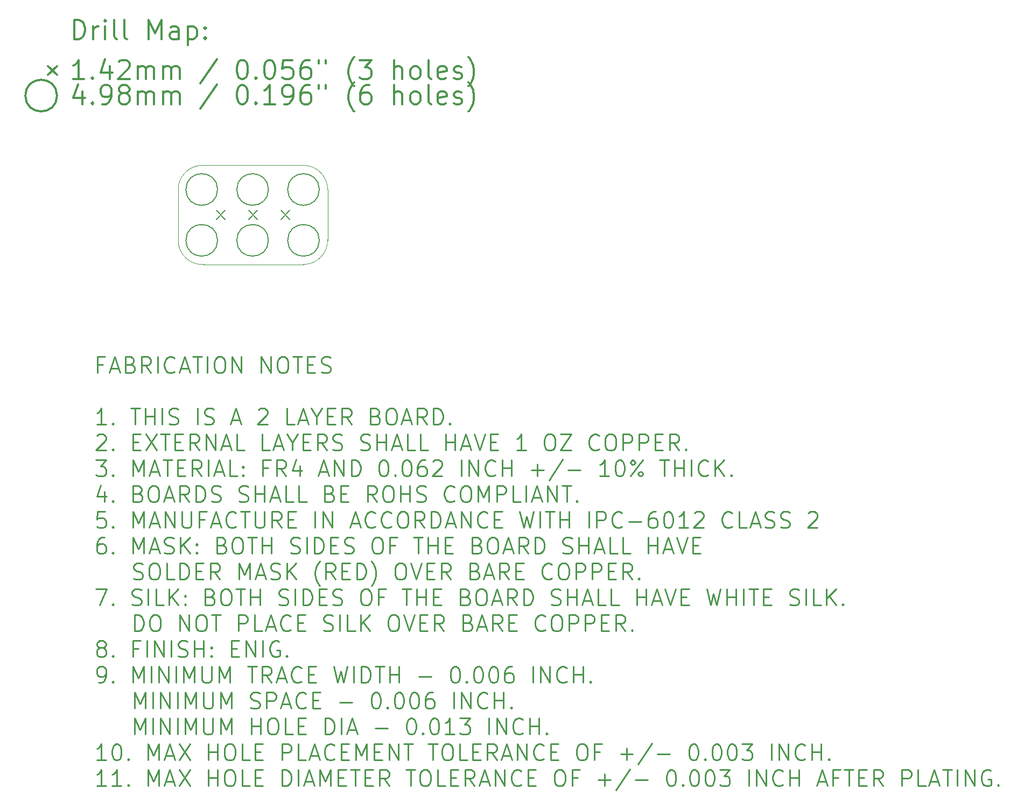
<source format=gbr>
G04 This is an RS-274x file exported by *
G04 gerbv version 2.6.0 *
G04 More information is available about gerbv at *
G04 http://gerbv.gpleda.org/ *
G04 --End of header info--*
%MOIN*%
%FSLAX34Y34*%
%IPPOS*%
G04 --Define apertures--*
%ADD10C,0.0050*%
%ADD11C,0.0079*%
%ADD12C,0.0118*%
%ADD13C,0.0138*%
%ADD14C,0.0016*%
%ADD15C,0.0100*%
G04 --Start main section--*
G54D11*
G01X0009862Y-012455D02*
G01X0010421Y-013014D01*
G01X0010421Y-012455D02*
G01X0009862Y-013014D01*
G01X0011862Y-012455D02*
G01X0012421Y-013014D01*
G01X0012421Y-012455D02*
G01X0011862Y-013014D01*
G01X0013862Y-012455D02*
G01X0014421Y-013014D01*
G01X0014421Y-012455D02*
G01X0013862Y-013014D01*
G01X0009940Y-011160D02*
G75*
G03X0009940Y-011160I-000980J0000000D01*
G01X0009940Y-014310D02*
G75*
G03X0009940Y-014310I-000980J0000000D01*
G01X0013090Y-011160D02*
G75*
G03X0013090Y-011160I-000980J0000000D01*
G01X0013090Y-014310D02*
G75*
G03X0013090Y-014310I-000980J0000000D01*
G01X0016240Y-011160D02*
G75*
G03X0016240Y-011160I-000980J0000000D01*
G01X0016240Y-014310D02*
G75*
G03X0016240Y-014310I-000980J0000000D01*
G54D12*
G01X0001069Y-001834D02*
G01X0001069Y-000652D01*
G01X0001069Y-000652D02*
G01X0001350Y-000652D01*
G01X0001350Y-000652D02*
G01X0001519Y-000709D01*
G01X0001519Y-000709D02*
G01X0001631Y-000821D01*
G01X0001631Y-000821D02*
G01X0001687Y-000934D01*
G01X0001687Y-000934D02*
G01X0001744Y-001159D01*
G01X0001744Y-001159D02*
G01X0001744Y-001327D01*
G01X0001744Y-001327D02*
G01X0001687Y-001552D01*
G01X0001687Y-001552D02*
G01X0001631Y-001665D01*
G01X0001631Y-001665D02*
G01X0001519Y-001777D01*
G01X0001519Y-001777D02*
G01X0001350Y-001834D01*
G01X0001350Y-001834D02*
G01X0001069Y-001834D01*
G01X0002250Y-001834D02*
G01X0002250Y-001046D01*
G01X0002250Y-001271D02*
G01X0002306Y-001159D01*
G01X0002306Y-001159D02*
G01X0002362Y-001102D01*
G01X0002362Y-001102D02*
G01X0002475Y-001046D01*
G01X0002475Y-001046D02*
G01X0002587Y-001046D01*
G01X0002981Y-001834D02*
G01X0002981Y-001046D01*
G01X0002981Y-000652D02*
G01X0002925Y-000709D01*
G01X0002925Y-000709D02*
G01X0002981Y-000765D01*
G01X0002981Y-000765D02*
G01X0003037Y-000709D01*
G01X0003037Y-000709D02*
G01X0002981Y-000652D01*
G01X0002981Y-000652D02*
G01X0002981Y-000765D01*
G01X0003712Y-001834D02*
G01X0003600Y-001777D01*
G01X0003600Y-001777D02*
G01X0003543Y-001665D01*
G01X0003543Y-001665D02*
G01X0003543Y-000652D01*
G01X0004331Y-001834D02*
G01X0004218Y-001777D01*
G01X0004218Y-001777D02*
G01X0004162Y-001665D01*
G01X0004162Y-001665D02*
G01X0004162Y-000652D01*
G01X0005681Y-001834D02*
G01X0005681Y-000652D01*
G01X0005681Y-000652D02*
G01X0006074Y-001496D01*
G01X0006074Y-001496D02*
G01X0006468Y-000652D01*
G01X0006468Y-000652D02*
G01X0006468Y-001834D01*
G01X0007537Y-001834D02*
G01X0007537Y-001215D01*
G01X0007537Y-001215D02*
G01X0007480Y-001102D01*
G01X0007480Y-001102D02*
G01X0007368Y-001046D01*
G01X0007368Y-001046D02*
G01X0007143Y-001046D01*
G01X0007143Y-001046D02*
G01X0007030Y-001102D01*
G01X0007537Y-001777D02*
G01X0007424Y-001834D01*
G01X0007424Y-001834D02*
G01X0007143Y-001834D01*
G01X0007143Y-001834D02*
G01X0007030Y-001777D01*
G01X0007030Y-001777D02*
G01X0006974Y-001665D01*
G01X0006974Y-001665D02*
G01X0006974Y-001552D01*
G01X0006974Y-001552D02*
G01X0007030Y-001440D01*
G01X0007030Y-001440D02*
G01X0007143Y-001384D01*
G01X0007143Y-001384D02*
G01X0007424Y-001384D01*
G01X0007424Y-001384D02*
G01X0007537Y-001327D01*
G01X0008099Y-001046D02*
G01X0008099Y-002227D01*
G01X0008099Y-001102D02*
G01X0008211Y-001046D01*
G01X0008211Y-001046D02*
G01X0008436Y-001046D01*
G01X0008436Y-001046D02*
G01X0008549Y-001102D01*
G01X0008549Y-001102D02*
G01X0008605Y-001159D01*
G01X0008605Y-001159D02*
G01X0008661Y-001271D01*
G01X0008661Y-001271D02*
G01X0008661Y-001609D01*
G01X0008661Y-001609D02*
G01X0008605Y-001721D01*
G01X0008605Y-001721D02*
G01X0008549Y-001777D01*
G01X0008549Y-001777D02*
G01X0008436Y-001834D01*
G01X0008436Y-001834D02*
G01X0008211Y-001834D01*
G01X0008211Y-001834D02*
G01X0008099Y-001777D01*
G01X0009168Y-001721D02*
G01X0009224Y-001777D01*
G01X0009224Y-001777D02*
G01X0009168Y-001834D01*
G01X0009168Y-001834D02*
G01X0009111Y-001777D01*
G01X0009111Y-001777D02*
G01X0009168Y-001721D01*
G01X0009168Y-001721D02*
G01X0009168Y-001834D01*
G01X0009168Y-001102D02*
G01X0009224Y-001159D01*
G01X0009224Y-001159D02*
G01X0009168Y-001215D01*
G01X0009168Y-001215D02*
G01X0009111Y-001159D01*
G01X0009111Y-001159D02*
G01X0009168Y-001102D01*
G01X0009168Y-001102D02*
G01X0009168Y-001215D01*
G01X-000559Y-003500D02*
G01X0000000Y-004059D01*
G01X0000000Y-003500D02*
G01X-000559Y-004059D01*
G01X0001687Y-004314D02*
G01X0001012Y-004314D01*
G01X0001350Y-004314D02*
G01X0001350Y-003133D01*
G01X0001350Y-003133D02*
G01X0001237Y-003301D01*
G01X0001237Y-003301D02*
G01X0001125Y-003414D01*
G01X0001125Y-003414D02*
G01X0001012Y-003470D01*
G01X0002193Y-004201D02*
G01X0002250Y-004258D01*
G01X0002250Y-004258D02*
G01X0002193Y-004314D01*
G01X0002193Y-004314D02*
G01X0002137Y-004258D01*
G01X0002137Y-004258D02*
G01X0002193Y-004201D01*
G01X0002193Y-004201D02*
G01X0002193Y-004314D01*
G01X0003262Y-003526D02*
G01X0003262Y-004314D01*
G01X0002981Y-003076D02*
G01X0002700Y-003920D01*
G01X0002700Y-003920D02*
G01X0003431Y-003920D01*
G01X0003825Y-003245D02*
G01X0003881Y-003189D01*
G01X0003881Y-003189D02*
G01X0003993Y-003133D01*
G01X0003993Y-003133D02*
G01X0004274Y-003133D01*
G01X0004274Y-003133D02*
G01X0004387Y-003189D01*
G01X0004387Y-003189D02*
G01X0004443Y-003245D01*
G01X0004443Y-003245D02*
G01X0004499Y-003358D01*
G01X0004499Y-003358D02*
G01X0004499Y-003470D01*
G01X0004499Y-003470D02*
G01X0004443Y-003639D01*
G01X0004443Y-003639D02*
G01X0003768Y-004314D01*
G01X0003768Y-004314D02*
G01X0004499Y-004314D01*
G01X0005006Y-004314D02*
G01X0005006Y-003526D01*
G01X0005006Y-003639D02*
G01X0005062Y-003583D01*
G01X0005062Y-003583D02*
G01X0005174Y-003526D01*
G01X0005174Y-003526D02*
G01X0005343Y-003526D01*
G01X0005343Y-003526D02*
G01X0005456Y-003583D01*
G01X0005456Y-003583D02*
G01X0005512Y-003695D01*
G01X0005512Y-003695D02*
G01X0005512Y-004314D01*
G01X0005512Y-003695D02*
G01X0005568Y-003583D01*
G01X0005568Y-003583D02*
G01X0005681Y-003526D01*
G01X0005681Y-003526D02*
G01X0005849Y-003526D01*
G01X0005849Y-003526D02*
G01X0005962Y-003583D01*
G01X0005962Y-003583D02*
G01X0006018Y-003695D01*
G01X0006018Y-003695D02*
G01X0006018Y-004314D01*
G01X0006580Y-004314D02*
G01X0006580Y-003526D01*
G01X0006580Y-003639D02*
G01X0006637Y-003583D01*
G01X0006637Y-003583D02*
G01X0006749Y-003526D01*
G01X0006749Y-003526D02*
G01X0006918Y-003526D01*
G01X0006918Y-003526D02*
G01X0007030Y-003583D01*
G01X0007030Y-003583D02*
G01X0007087Y-003695D01*
G01X0007087Y-003695D02*
G01X0007087Y-004314D01*
G01X0007087Y-003695D02*
G01X0007143Y-003583D01*
G01X0007143Y-003583D02*
G01X0007255Y-003526D01*
G01X0007255Y-003526D02*
G01X0007424Y-003526D01*
G01X0007424Y-003526D02*
G01X0007537Y-003583D01*
G01X0007537Y-003583D02*
G01X0007593Y-003695D01*
G01X0007593Y-003695D02*
G01X0007593Y-004314D01*
G01X0009899Y-003076D02*
G01X0008886Y-004595D01*
G01X0011417Y-003133D02*
G01X0011530Y-003133D01*
G01X0011530Y-003133D02*
G01X0011642Y-003189D01*
G01X0011642Y-003189D02*
G01X0011699Y-003245D01*
G01X0011699Y-003245D02*
G01X0011755Y-003358D01*
G01X0011755Y-003358D02*
G01X0011811Y-003583D01*
G01X0011811Y-003583D02*
G01X0011811Y-003864D01*
G01X0011811Y-003864D02*
G01X0011755Y-004089D01*
G01X0011755Y-004089D02*
G01X0011699Y-004201D01*
G01X0011699Y-004201D02*
G01X0011642Y-004258D01*
G01X0011642Y-004258D02*
G01X0011530Y-004314D01*
G01X0011530Y-004314D02*
G01X0011417Y-004314D01*
G01X0011417Y-004314D02*
G01X0011305Y-004258D01*
G01X0011305Y-004258D02*
G01X0011249Y-004201D01*
G01X0011249Y-004201D02*
G01X0011192Y-004089D01*
G01X0011192Y-004089D02*
G01X0011136Y-003864D01*
G01X0011136Y-003864D02*
G01X0011136Y-003583D01*
G01X0011136Y-003583D02*
G01X0011192Y-003358D01*
G01X0011192Y-003358D02*
G01X0011249Y-003245D01*
G01X0011249Y-003245D02*
G01X0011305Y-003189D01*
G01X0011305Y-003189D02*
G01X0011417Y-003133D01*
G01X0012317Y-004201D02*
G01X0012373Y-004258D01*
G01X0012373Y-004258D02*
G01X0012317Y-004314D01*
G01X0012317Y-004314D02*
G01X0012261Y-004258D01*
G01X0012261Y-004258D02*
G01X0012317Y-004201D01*
G01X0012317Y-004201D02*
G01X0012317Y-004314D01*
G01X0013105Y-003133D02*
G01X0013217Y-003133D01*
G01X0013217Y-003133D02*
G01X0013330Y-003189D01*
G01X0013330Y-003189D02*
G01X0013386Y-003245D01*
G01X0013386Y-003245D02*
G01X0013442Y-003358D01*
G01X0013442Y-003358D02*
G01X0013498Y-003583D01*
G01X0013498Y-003583D02*
G01X0013498Y-003864D01*
G01X0013498Y-003864D02*
G01X0013442Y-004089D01*
G01X0013442Y-004089D02*
G01X0013386Y-004201D01*
G01X0013386Y-004201D02*
G01X0013330Y-004258D01*
G01X0013330Y-004258D02*
G01X0013217Y-004314D01*
G01X0013217Y-004314D02*
G01X0013105Y-004314D01*
G01X0013105Y-004314D02*
G01X0012992Y-004258D01*
G01X0012992Y-004258D02*
G01X0012936Y-004201D01*
G01X0012936Y-004201D02*
G01X0012880Y-004089D01*
G01X0012880Y-004089D02*
G01X0012823Y-003864D01*
G01X0012823Y-003864D02*
G01X0012823Y-003583D01*
G01X0012823Y-003583D02*
G01X0012880Y-003358D01*
G01X0012880Y-003358D02*
G01X0012936Y-003245D01*
G01X0012936Y-003245D02*
G01X0012992Y-003189D01*
G01X0012992Y-003189D02*
G01X0013105Y-003133D01*
G01X0014567Y-003133D02*
G01X0014005Y-003133D01*
G01X0014005Y-003133D02*
G01X0013948Y-003695D01*
G01X0013948Y-003695D02*
G01X0014005Y-003639D01*
G01X0014005Y-003639D02*
G01X0014117Y-003583D01*
G01X0014117Y-003583D02*
G01X0014398Y-003583D01*
G01X0014398Y-003583D02*
G01X0014511Y-003639D01*
G01X0014511Y-003639D02*
G01X0014567Y-003695D01*
G01X0014567Y-003695D02*
G01X0014623Y-003808D01*
G01X0014623Y-003808D02*
G01X0014623Y-004089D01*
G01X0014623Y-004089D02*
G01X0014567Y-004201D01*
G01X0014567Y-004201D02*
G01X0014511Y-004258D01*
G01X0014511Y-004258D02*
G01X0014398Y-004314D01*
G01X0014398Y-004314D02*
G01X0014117Y-004314D01*
G01X0014117Y-004314D02*
G01X0014005Y-004258D01*
G01X0014005Y-004258D02*
G01X0013948Y-004201D01*
G01X0015636Y-003133D02*
G01X0015411Y-003133D01*
G01X0015411Y-003133D02*
G01X0015298Y-003189D01*
G01X0015298Y-003189D02*
G01X0015242Y-003245D01*
G01X0015242Y-003245D02*
G01X0015129Y-003414D01*
G01X0015129Y-003414D02*
G01X0015073Y-003639D01*
G01X0015073Y-003639D02*
G01X0015073Y-004089D01*
G01X0015073Y-004089D02*
G01X0015129Y-004201D01*
G01X0015129Y-004201D02*
G01X0015186Y-004258D01*
G01X0015186Y-004258D02*
G01X0015298Y-004314D01*
G01X0015298Y-004314D02*
G01X0015523Y-004314D01*
G01X0015523Y-004314D02*
G01X0015636Y-004258D01*
G01X0015636Y-004258D02*
G01X0015692Y-004201D01*
G01X0015692Y-004201D02*
G01X0015748Y-004089D01*
G01X0015748Y-004089D02*
G01X0015748Y-003808D01*
G01X0015748Y-003808D02*
G01X0015692Y-003695D01*
G01X0015692Y-003695D02*
G01X0015636Y-003639D01*
G01X0015636Y-003639D02*
G01X0015523Y-003583D01*
G01X0015523Y-003583D02*
G01X0015298Y-003583D01*
G01X0015298Y-003583D02*
G01X0015186Y-003639D01*
G01X0015186Y-003639D02*
G01X0015129Y-003695D01*
G01X0015129Y-003695D02*
G01X0015073Y-003808D01*
G01X0016198Y-003133D02*
G01X0016198Y-003358D01*
G01X0016648Y-003133D02*
G01X0016648Y-003358D01*
G01X0018391Y-004764D02*
G01X0018335Y-004708D01*
G01X0018335Y-004708D02*
G01X0018223Y-004539D01*
G01X0018223Y-004539D02*
G01X0018166Y-004426D01*
G01X0018166Y-004426D02*
G01X0018110Y-004258D01*
G01X0018110Y-004258D02*
G01X0018054Y-003976D01*
G01X0018054Y-003976D02*
G01X0018054Y-003751D01*
G01X0018054Y-003751D02*
G01X0018110Y-003470D01*
G01X0018110Y-003470D02*
G01X0018166Y-003301D01*
G01X0018166Y-003301D02*
G01X0018223Y-003189D01*
G01X0018223Y-003189D02*
G01X0018335Y-003020D01*
G01X0018335Y-003020D02*
G01X0018391Y-002964D01*
G01X0018729Y-003133D02*
G01X0019460Y-003133D01*
G01X0019460Y-003133D02*
G01X0019066Y-003583D01*
G01X0019066Y-003583D02*
G01X0019235Y-003583D01*
G01X0019235Y-003583D02*
G01X0019348Y-003639D01*
G01X0019348Y-003639D02*
G01X0019404Y-003695D01*
G01X0019404Y-003695D02*
G01X0019460Y-003808D01*
G01X0019460Y-003808D02*
G01X0019460Y-004089D01*
G01X0019460Y-004089D02*
G01X0019404Y-004201D01*
G01X0019404Y-004201D02*
G01X0019348Y-004258D01*
G01X0019348Y-004258D02*
G01X0019235Y-004314D01*
G01X0019235Y-004314D02*
G01X0018898Y-004314D01*
G01X0018898Y-004314D02*
G01X0018785Y-004258D01*
G01X0018785Y-004258D02*
G01X0018729Y-004201D01*
G01X0020866Y-004314D02*
G01X0020866Y-003133D01*
G01X0021372Y-004314D02*
G01X0021372Y-003695D01*
G01X0021372Y-003695D02*
G01X0021316Y-003583D01*
G01X0021316Y-003583D02*
G01X0021204Y-003526D01*
G01X0021204Y-003526D02*
G01X0021035Y-003526D01*
G01X0021035Y-003526D02*
G01X0020922Y-003583D01*
G01X0020922Y-003583D02*
G01X0020866Y-003639D01*
G01X0022103Y-004314D02*
G01X0021991Y-004258D01*
G01X0021991Y-004258D02*
G01X0021935Y-004201D01*
G01X0021935Y-004201D02*
G01X0021879Y-004089D01*
G01X0021879Y-004089D02*
G01X0021879Y-003751D01*
G01X0021879Y-003751D02*
G01X0021935Y-003639D01*
G01X0021935Y-003639D02*
G01X0021991Y-003583D01*
G01X0021991Y-003583D02*
G01X0022103Y-003526D01*
G01X0022103Y-003526D02*
G01X0022272Y-003526D01*
G01X0022272Y-003526D02*
G01X0022385Y-003583D01*
G01X0022385Y-003583D02*
G01X0022441Y-003639D01*
G01X0022441Y-003639D02*
G01X0022497Y-003751D01*
G01X0022497Y-003751D02*
G01X0022497Y-004089D01*
G01X0022497Y-004089D02*
G01X0022441Y-004201D01*
G01X0022441Y-004201D02*
G01X0022385Y-004258D01*
G01X0022385Y-004258D02*
G01X0022272Y-004314D01*
G01X0022272Y-004314D02*
G01X0022103Y-004314D01*
G01X0023172Y-004314D02*
G01X0023060Y-004258D01*
G01X0023060Y-004258D02*
G01X0023003Y-004145D01*
G01X0023003Y-004145D02*
G01X0023003Y-003133D01*
G01X0024072Y-004258D02*
G01X0023960Y-004314D01*
G01X0023960Y-004314D02*
G01X0023735Y-004314D01*
G01X0023735Y-004314D02*
G01X0023622Y-004258D01*
G01X0023622Y-004258D02*
G01X0023566Y-004145D01*
G01X0023566Y-004145D02*
G01X0023566Y-003695D01*
G01X0023566Y-003695D02*
G01X0023622Y-003583D01*
G01X0023622Y-003583D02*
G01X0023735Y-003526D01*
G01X0023735Y-003526D02*
G01X0023960Y-003526D01*
G01X0023960Y-003526D02*
G01X0024072Y-003583D01*
G01X0024072Y-003583D02*
G01X0024128Y-003695D01*
G01X0024128Y-003695D02*
G01X0024128Y-003808D01*
G01X0024128Y-003808D02*
G01X0023566Y-003920D01*
G01X0024578Y-004258D02*
G01X0024691Y-004314D01*
G01X0024691Y-004314D02*
G01X0024916Y-004314D01*
G01X0024916Y-004314D02*
G01X0025028Y-004258D01*
G01X0025028Y-004258D02*
G01X0025084Y-004145D01*
G01X0025084Y-004145D02*
G01X0025084Y-004089D01*
G01X0025084Y-004089D02*
G01X0025028Y-003976D01*
G01X0025028Y-003976D02*
G01X0024916Y-003920D01*
G01X0024916Y-003920D02*
G01X0024747Y-003920D01*
G01X0024747Y-003920D02*
G01X0024634Y-003864D01*
G01X0024634Y-003864D02*
G01X0024578Y-003751D01*
G01X0024578Y-003751D02*
G01X0024578Y-003695D01*
G01X0024578Y-003695D02*
G01X0024634Y-003583D01*
G01X0024634Y-003583D02*
G01X0024747Y-003526D01*
G01X0024747Y-003526D02*
G01X0024916Y-003526D01*
G01X0024916Y-003526D02*
G01X0025028Y-003583D01*
G01X0025478Y-004764D02*
G01X0025534Y-004708D01*
G01X0025534Y-004708D02*
G01X0025647Y-004539D01*
G01X0025647Y-004539D02*
G01X0025703Y-004426D01*
G01X0025703Y-004426D02*
G01X0025759Y-004258D01*
G01X0025759Y-004258D02*
G01X0025816Y-003976D01*
G01X0025816Y-003976D02*
G01X0025816Y-003751D01*
G01X0025816Y-003751D02*
G01X0025759Y-003470D01*
G01X0025759Y-003470D02*
G01X0025703Y-003301D01*
G01X0025703Y-003301D02*
G01X0025647Y-003189D01*
G01X0025647Y-003189D02*
G01X0025534Y-003020D01*
G01X0025534Y-003020D02*
G01X0025478Y-002964D01*
G01X0000000Y-005339D02*
G75*
G03X0000000Y-005339I-000980J0000000D01*
G01X0001575Y-005085D02*
G01X0001575Y-005873D01*
G01X0001294Y-004636D02*
G01X0001012Y-005479D01*
G01X0001012Y-005479D02*
G01X0001744Y-005479D01*
G01X0002193Y-005760D02*
G01X0002250Y-005817D01*
G01X0002250Y-005817D02*
G01X0002193Y-005873D01*
G01X0002193Y-005873D02*
G01X0002137Y-005817D01*
G01X0002137Y-005817D02*
G01X0002193Y-005760D01*
G01X0002193Y-005760D02*
G01X0002193Y-005873D01*
G01X0002812Y-005873D02*
G01X0003037Y-005873D01*
G01X0003037Y-005873D02*
G01X0003150Y-005817D01*
G01X0003150Y-005817D02*
G01X0003206Y-005760D01*
G01X0003206Y-005760D02*
G01X0003318Y-005592D01*
G01X0003318Y-005592D02*
G01X0003375Y-005367D01*
G01X0003375Y-005367D02*
G01X0003375Y-004917D01*
G01X0003375Y-004917D02*
G01X0003318Y-004804D01*
G01X0003318Y-004804D02*
G01X0003262Y-004748D01*
G01X0003262Y-004748D02*
G01X0003150Y-004692D01*
G01X0003150Y-004692D02*
G01X0002925Y-004692D01*
G01X0002925Y-004692D02*
G01X0002812Y-004748D01*
G01X0002812Y-004748D02*
G01X0002756Y-004804D01*
G01X0002756Y-004804D02*
G01X0002700Y-004917D01*
G01X0002700Y-004917D02*
G01X0002700Y-005198D01*
G01X0002700Y-005198D02*
G01X0002756Y-005310D01*
G01X0002756Y-005310D02*
G01X0002812Y-005367D01*
G01X0002812Y-005367D02*
G01X0002925Y-005423D01*
G01X0002925Y-005423D02*
G01X0003150Y-005423D01*
G01X0003150Y-005423D02*
G01X0003262Y-005367D01*
G01X0003262Y-005367D02*
G01X0003318Y-005310D01*
G01X0003318Y-005310D02*
G01X0003375Y-005198D01*
G01X0004049Y-005198D02*
G01X0003937Y-005142D01*
G01X0003937Y-005142D02*
G01X0003881Y-005085D01*
G01X0003881Y-005085D02*
G01X0003825Y-004973D01*
G01X0003825Y-004973D02*
G01X0003825Y-004917D01*
G01X0003825Y-004917D02*
G01X0003881Y-004804D01*
G01X0003881Y-004804D02*
G01X0003937Y-004748D01*
G01X0003937Y-004748D02*
G01X0004049Y-004692D01*
G01X0004049Y-004692D02*
G01X0004274Y-004692D01*
G01X0004274Y-004692D02*
G01X0004387Y-004748D01*
G01X0004387Y-004748D02*
G01X0004443Y-004804D01*
G01X0004443Y-004804D02*
G01X0004499Y-004917D01*
G01X0004499Y-004917D02*
G01X0004499Y-004973D01*
G01X0004499Y-004973D02*
G01X0004443Y-005085D01*
G01X0004443Y-005085D02*
G01X0004387Y-005142D01*
G01X0004387Y-005142D02*
G01X0004274Y-005198D01*
G01X0004274Y-005198D02*
G01X0004049Y-005198D01*
G01X0004049Y-005198D02*
G01X0003937Y-005254D01*
G01X0003937Y-005254D02*
G01X0003881Y-005310D01*
G01X0003881Y-005310D02*
G01X0003825Y-005423D01*
G01X0003825Y-005423D02*
G01X0003825Y-005648D01*
G01X0003825Y-005648D02*
G01X0003881Y-005760D01*
G01X0003881Y-005760D02*
G01X0003937Y-005817D01*
G01X0003937Y-005817D02*
G01X0004049Y-005873D01*
G01X0004049Y-005873D02*
G01X0004274Y-005873D01*
G01X0004274Y-005873D02*
G01X0004387Y-005817D01*
G01X0004387Y-005817D02*
G01X0004443Y-005760D01*
G01X0004443Y-005760D02*
G01X0004499Y-005648D01*
G01X0004499Y-005648D02*
G01X0004499Y-005423D01*
G01X0004499Y-005423D02*
G01X0004443Y-005310D01*
G01X0004443Y-005310D02*
G01X0004387Y-005254D01*
G01X0004387Y-005254D02*
G01X0004274Y-005198D01*
G01X0005006Y-005873D02*
G01X0005006Y-005085D01*
G01X0005006Y-005198D02*
G01X0005062Y-005142D01*
G01X0005062Y-005142D02*
G01X0005174Y-005085D01*
G01X0005174Y-005085D02*
G01X0005343Y-005085D01*
G01X0005343Y-005085D02*
G01X0005456Y-005142D01*
G01X0005456Y-005142D02*
G01X0005512Y-005254D01*
G01X0005512Y-005254D02*
G01X0005512Y-005873D01*
G01X0005512Y-005254D02*
G01X0005568Y-005142D01*
G01X0005568Y-005142D02*
G01X0005681Y-005085D01*
G01X0005681Y-005085D02*
G01X0005849Y-005085D01*
G01X0005849Y-005085D02*
G01X0005962Y-005142D01*
G01X0005962Y-005142D02*
G01X0006018Y-005254D01*
G01X0006018Y-005254D02*
G01X0006018Y-005873D01*
G01X0006580Y-005873D02*
G01X0006580Y-005085D01*
G01X0006580Y-005198D02*
G01X0006637Y-005142D01*
G01X0006637Y-005142D02*
G01X0006749Y-005085D01*
G01X0006749Y-005085D02*
G01X0006918Y-005085D01*
G01X0006918Y-005085D02*
G01X0007030Y-005142D01*
G01X0007030Y-005142D02*
G01X0007087Y-005254D01*
G01X0007087Y-005254D02*
G01X0007087Y-005873D01*
G01X0007087Y-005254D02*
G01X0007143Y-005142D01*
G01X0007143Y-005142D02*
G01X0007255Y-005085D01*
G01X0007255Y-005085D02*
G01X0007424Y-005085D01*
G01X0007424Y-005085D02*
G01X0007537Y-005142D01*
G01X0007537Y-005142D02*
G01X0007593Y-005254D01*
G01X0007593Y-005254D02*
G01X0007593Y-005873D01*
G01X0009899Y-004636D02*
G01X0008886Y-006154D01*
G01X0011417Y-004692D02*
G01X0011530Y-004692D01*
G01X0011530Y-004692D02*
G01X0011642Y-004748D01*
G01X0011642Y-004748D02*
G01X0011699Y-004804D01*
G01X0011699Y-004804D02*
G01X0011755Y-004917D01*
G01X0011755Y-004917D02*
G01X0011811Y-005142D01*
G01X0011811Y-005142D02*
G01X0011811Y-005423D01*
G01X0011811Y-005423D02*
G01X0011755Y-005648D01*
G01X0011755Y-005648D02*
G01X0011699Y-005760D01*
G01X0011699Y-005760D02*
G01X0011642Y-005817D01*
G01X0011642Y-005817D02*
G01X0011530Y-005873D01*
G01X0011530Y-005873D02*
G01X0011417Y-005873D01*
G01X0011417Y-005873D02*
G01X0011305Y-005817D01*
G01X0011305Y-005817D02*
G01X0011249Y-005760D01*
G01X0011249Y-005760D02*
G01X0011192Y-005648D01*
G01X0011192Y-005648D02*
G01X0011136Y-005423D01*
G01X0011136Y-005423D02*
G01X0011136Y-005142D01*
G01X0011136Y-005142D02*
G01X0011192Y-004917D01*
G01X0011192Y-004917D02*
G01X0011249Y-004804D01*
G01X0011249Y-004804D02*
G01X0011305Y-004748D01*
G01X0011305Y-004748D02*
G01X0011417Y-004692D01*
G01X0012317Y-005760D02*
G01X0012373Y-005817D01*
G01X0012373Y-005817D02*
G01X0012317Y-005873D01*
G01X0012317Y-005873D02*
G01X0012261Y-005817D01*
G01X0012261Y-005817D02*
G01X0012317Y-005760D01*
G01X0012317Y-005760D02*
G01X0012317Y-005873D01*
G01X0013498Y-005873D02*
G01X0012823Y-005873D01*
G01X0013161Y-005873D02*
G01X0013161Y-004692D01*
G01X0013161Y-004692D02*
G01X0013048Y-004861D01*
G01X0013048Y-004861D02*
G01X0012936Y-004973D01*
G01X0012936Y-004973D02*
G01X0012823Y-005029D01*
G01X0014061Y-005873D02*
G01X0014286Y-005873D01*
G01X0014286Y-005873D02*
G01X0014398Y-005817D01*
G01X0014398Y-005817D02*
G01X0014454Y-005760D01*
G01X0014454Y-005760D02*
G01X0014567Y-005592D01*
G01X0014567Y-005592D02*
G01X0014623Y-005367D01*
G01X0014623Y-005367D02*
G01X0014623Y-004917D01*
G01X0014623Y-004917D02*
G01X0014567Y-004804D01*
G01X0014567Y-004804D02*
G01X0014511Y-004748D01*
G01X0014511Y-004748D02*
G01X0014398Y-004692D01*
G01X0014398Y-004692D02*
G01X0014173Y-004692D01*
G01X0014173Y-004692D02*
G01X0014061Y-004748D01*
G01X0014061Y-004748D02*
G01X0014005Y-004804D01*
G01X0014005Y-004804D02*
G01X0013948Y-004917D01*
G01X0013948Y-004917D02*
G01X0013948Y-005198D01*
G01X0013948Y-005198D02*
G01X0014005Y-005310D01*
G01X0014005Y-005310D02*
G01X0014061Y-005367D01*
G01X0014061Y-005367D02*
G01X0014173Y-005423D01*
G01X0014173Y-005423D02*
G01X0014398Y-005423D01*
G01X0014398Y-005423D02*
G01X0014511Y-005367D01*
G01X0014511Y-005367D02*
G01X0014567Y-005310D01*
G01X0014567Y-005310D02*
G01X0014623Y-005198D01*
G01X0015636Y-004692D02*
G01X0015411Y-004692D01*
G01X0015411Y-004692D02*
G01X0015298Y-004748D01*
G01X0015298Y-004748D02*
G01X0015242Y-004804D01*
G01X0015242Y-004804D02*
G01X0015129Y-004973D01*
G01X0015129Y-004973D02*
G01X0015073Y-005198D01*
G01X0015073Y-005198D02*
G01X0015073Y-005648D01*
G01X0015073Y-005648D02*
G01X0015129Y-005760D01*
G01X0015129Y-005760D02*
G01X0015186Y-005817D01*
G01X0015186Y-005817D02*
G01X0015298Y-005873D01*
G01X0015298Y-005873D02*
G01X0015523Y-005873D01*
G01X0015523Y-005873D02*
G01X0015636Y-005817D01*
G01X0015636Y-005817D02*
G01X0015692Y-005760D01*
G01X0015692Y-005760D02*
G01X0015748Y-005648D01*
G01X0015748Y-005648D02*
G01X0015748Y-005367D01*
G01X0015748Y-005367D02*
G01X0015692Y-005254D01*
G01X0015692Y-005254D02*
G01X0015636Y-005198D01*
G01X0015636Y-005198D02*
G01X0015523Y-005142D01*
G01X0015523Y-005142D02*
G01X0015298Y-005142D01*
G01X0015298Y-005142D02*
G01X0015186Y-005198D01*
G01X0015186Y-005198D02*
G01X0015129Y-005254D01*
G01X0015129Y-005254D02*
G01X0015073Y-005367D01*
G01X0016198Y-004692D02*
G01X0016198Y-004917D01*
G01X0016648Y-004692D02*
G01X0016648Y-004917D01*
G01X0018391Y-006323D02*
G01X0018335Y-006267D01*
G01X0018335Y-006267D02*
G01X0018223Y-006098D01*
G01X0018223Y-006098D02*
G01X0018166Y-005985D01*
G01X0018166Y-005985D02*
G01X0018110Y-005817D01*
G01X0018110Y-005817D02*
G01X0018054Y-005535D01*
G01X0018054Y-005535D02*
G01X0018054Y-005310D01*
G01X0018054Y-005310D02*
G01X0018110Y-005029D01*
G01X0018110Y-005029D02*
G01X0018166Y-004861D01*
G01X0018166Y-004861D02*
G01X0018223Y-004748D01*
G01X0018223Y-004748D02*
G01X0018335Y-004579D01*
G01X0018335Y-004579D02*
G01X0018391Y-004523D01*
G01X0019348Y-004692D02*
G01X0019123Y-004692D01*
G01X0019123Y-004692D02*
G01X0019010Y-004748D01*
G01X0019010Y-004748D02*
G01X0018954Y-004804D01*
G01X0018954Y-004804D02*
G01X0018841Y-004973D01*
G01X0018841Y-004973D02*
G01X0018785Y-005198D01*
G01X0018785Y-005198D02*
G01X0018785Y-005648D01*
G01X0018785Y-005648D02*
G01X0018841Y-005760D01*
G01X0018841Y-005760D02*
G01X0018898Y-005817D01*
G01X0018898Y-005817D02*
G01X0019010Y-005873D01*
G01X0019010Y-005873D02*
G01X0019235Y-005873D01*
G01X0019235Y-005873D02*
G01X0019348Y-005817D01*
G01X0019348Y-005817D02*
G01X0019404Y-005760D01*
G01X0019404Y-005760D02*
G01X0019460Y-005648D01*
G01X0019460Y-005648D02*
G01X0019460Y-005367D01*
G01X0019460Y-005367D02*
G01X0019404Y-005254D01*
G01X0019404Y-005254D02*
G01X0019348Y-005198D01*
G01X0019348Y-005198D02*
G01X0019235Y-005142D01*
G01X0019235Y-005142D02*
G01X0019010Y-005142D01*
G01X0019010Y-005142D02*
G01X0018898Y-005198D01*
G01X0018898Y-005198D02*
G01X0018841Y-005254D01*
G01X0018841Y-005254D02*
G01X0018785Y-005367D01*
G01X0020866Y-005873D02*
G01X0020866Y-004692D01*
G01X0021372Y-005873D02*
G01X0021372Y-005254D01*
G01X0021372Y-005254D02*
G01X0021316Y-005142D01*
G01X0021316Y-005142D02*
G01X0021204Y-005085D01*
G01X0021204Y-005085D02*
G01X0021035Y-005085D01*
G01X0021035Y-005085D02*
G01X0020922Y-005142D01*
G01X0020922Y-005142D02*
G01X0020866Y-005198D01*
G01X0022103Y-005873D02*
G01X0021991Y-005817D01*
G01X0021991Y-005817D02*
G01X0021935Y-005760D01*
G01X0021935Y-005760D02*
G01X0021879Y-005648D01*
G01X0021879Y-005648D02*
G01X0021879Y-005310D01*
G01X0021879Y-005310D02*
G01X0021935Y-005198D01*
G01X0021935Y-005198D02*
G01X0021991Y-005142D01*
G01X0021991Y-005142D02*
G01X0022103Y-005085D01*
G01X0022103Y-005085D02*
G01X0022272Y-005085D01*
G01X0022272Y-005085D02*
G01X0022385Y-005142D01*
G01X0022385Y-005142D02*
G01X0022441Y-005198D01*
G01X0022441Y-005198D02*
G01X0022497Y-005310D01*
G01X0022497Y-005310D02*
G01X0022497Y-005648D01*
G01X0022497Y-005648D02*
G01X0022441Y-005760D01*
G01X0022441Y-005760D02*
G01X0022385Y-005817D01*
G01X0022385Y-005817D02*
G01X0022272Y-005873D01*
G01X0022272Y-005873D02*
G01X0022103Y-005873D01*
G01X0023172Y-005873D02*
G01X0023060Y-005817D01*
G01X0023060Y-005817D02*
G01X0023003Y-005704D01*
G01X0023003Y-005704D02*
G01X0023003Y-004692D01*
G01X0024072Y-005817D02*
G01X0023960Y-005873D01*
G01X0023960Y-005873D02*
G01X0023735Y-005873D01*
G01X0023735Y-005873D02*
G01X0023622Y-005817D01*
G01X0023622Y-005817D02*
G01X0023566Y-005704D01*
G01X0023566Y-005704D02*
G01X0023566Y-005254D01*
G01X0023566Y-005254D02*
G01X0023622Y-005142D01*
G01X0023622Y-005142D02*
G01X0023735Y-005085D01*
G01X0023735Y-005085D02*
G01X0023960Y-005085D01*
G01X0023960Y-005085D02*
G01X0024072Y-005142D01*
G01X0024072Y-005142D02*
G01X0024128Y-005254D01*
G01X0024128Y-005254D02*
G01X0024128Y-005367D01*
G01X0024128Y-005367D02*
G01X0023566Y-005479D01*
G01X0024578Y-005817D02*
G01X0024691Y-005873D01*
G01X0024691Y-005873D02*
G01X0024916Y-005873D01*
G01X0024916Y-005873D02*
G01X0025028Y-005817D01*
G01X0025028Y-005817D02*
G01X0025084Y-005704D01*
G01X0025084Y-005704D02*
G01X0025084Y-005648D01*
G01X0025084Y-005648D02*
G01X0025028Y-005535D01*
G01X0025028Y-005535D02*
G01X0024916Y-005479D01*
G01X0024916Y-005479D02*
G01X0024747Y-005479D01*
G01X0024747Y-005479D02*
G01X0024634Y-005423D01*
G01X0024634Y-005423D02*
G01X0024578Y-005310D01*
G01X0024578Y-005310D02*
G01X0024578Y-005254D01*
G01X0024578Y-005254D02*
G01X0024634Y-005142D01*
G01X0024634Y-005142D02*
G01X0024747Y-005085D01*
G01X0024747Y-005085D02*
G01X0024916Y-005085D01*
G01X0024916Y-005085D02*
G01X0025028Y-005142D01*
G01X0025478Y-006323D02*
G01X0025534Y-006267D01*
G01X0025534Y-006267D02*
G01X0025647Y-006098D01*
G01X0025647Y-006098D02*
G01X0025703Y-005985D01*
G01X0025703Y-005985D02*
G01X0025759Y-005817D01*
G01X0025759Y-005817D02*
G01X0025816Y-005535D01*
G01X0025816Y-005535D02*
G01X0025816Y-005310D01*
G01X0025816Y-005310D02*
G01X0025759Y-005029D01*
G01X0025759Y-005029D02*
G01X0025703Y-004861D01*
G01X0025703Y-004861D02*
G01X0025647Y-004748D01*
G01X0025647Y-004748D02*
G01X0025534Y-004579D01*
G01X0025534Y-004579D02*
G01X0025478Y-004523D01*
G01X0000000Y0000000D02*
G54D14*
G01X0008960Y-009664D02*
G75*
G03X0007506Y-011199I0000042J-001496D01*
G01X0007503Y-014310D02*
G75*
G03X0009122Y-015806I0001501J0000000D01*
G01X0015259Y-015806D02*
G75*
G03X0016755Y-014270I0000000J0001497D01*
G01X0016756Y-011160D02*
G75*
G03X0015220Y-009664I-001497J0000000D01*
G01X0016755Y-011160D02*
G01X0016755Y-014310D01*
G01X0015259Y-009664D02*
G01X0008960Y-009664D01*
G01X0015259Y-015806D02*
G01X0009078Y-015806D01*
G01X0007504Y-011160D02*
G01X0007504Y-014310D01*
G01X0000000Y0000000D02*
G54D15*
G01X0002841Y-022009D02*
G01X0002508Y-022009D01*
G01X0002508Y-022532D02*
G01X0002508Y-021532D01*
G01X0002508Y-021532D02*
G01X0002984Y-021532D01*
G01X0003318Y-022247D02*
G01X0003794Y-022247D01*
G01X0003222Y-022532D02*
G01X0003556Y-021532D01*
G01X0003556Y-021532D02*
G01X0003889Y-022532D01*
G01X0004556Y-022009D02*
G01X0004699Y-022056D01*
G01X0004699Y-022056D02*
G01X0004746Y-022104D01*
G01X0004746Y-022104D02*
G01X0004794Y-022199D01*
G01X0004794Y-022199D02*
G01X0004794Y-022342D01*
G01X0004794Y-022342D02*
G01X0004746Y-022437D01*
G01X0004746Y-022437D02*
G01X0004699Y-022485D01*
G01X0004699Y-022485D02*
G01X0004603Y-022532D01*
G01X0004603Y-022532D02*
G01X0004222Y-022532D01*
G01X0004222Y-022532D02*
G01X0004222Y-021532D01*
G01X0004222Y-021532D02*
G01X0004556Y-021532D01*
G01X0004556Y-021532D02*
G01X0004651Y-021580D01*
G01X0004651Y-021580D02*
G01X0004699Y-021628D01*
G01X0004699Y-021628D02*
G01X0004746Y-021723D01*
G01X0004746Y-021723D02*
G01X0004746Y-021818D01*
G01X0004746Y-021818D02*
G01X0004699Y-021913D01*
G01X0004699Y-021913D02*
G01X0004651Y-021961D01*
G01X0004651Y-021961D02*
G01X0004556Y-022009D01*
G01X0004556Y-022009D02*
G01X0004222Y-022009D01*
G01X0005794Y-022532D02*
G01X0005460Y-022056D01*
G01X0005222Y-022532D02*
G01X0005222Y-021532D01*
G01X0005222Y-021532D02*
G01X0005603Y-021532D01*
G01X0005603Y-021532D02*
G01X0005699Y-021580D01*
G01X0005699Y-021580D02*
G01X0005746Y-021628D01*
G01X0005746Y-021628D02*
G01X0005794Y-021723D01*
G01X0005794Y-021723D02*
G01X0005794Y-021866D01*
G01X0005794Y-021866D02*
G01X0005746Y-021961D01*
G01X0005746Y-021961D02*
G01X0005699Y-022009D01*
G01X0005699Y-022009D02*
G01X0005603Y-022056D01*
G01X0005603Y-022056D02*
G01X0005222Y-022056D01*
G01X0006222Y-022532D02*
G01X0006222Y-021532D01*
G01X0007270Y-022437D02*
G01X0007222Y-022485D01*
G01X0007222Y-022485D02*
G01X0007080Y-022532D01*
G01X0007080Y-022532D02*
G01X0006984Y-022532D01*
G01X0006984Y-022532D02*
G01X0006841Y-022485D01*
G01X0006841Y-022485D02*
G01X0006746Y-022390D01*
G01X0006746Y-022390D02*
G01X0006699Y-022294D01*
G01X0006699Y-022294D02*
G01X0006651Y-022104D01*
G01X0006651Y-022104D02*
G01X0006651Y-021961D01*
G01X0006651Y-021961D02*
G01X0006699Y-021770D01*
G01X0006699Y-021770D02*
G01X0006746Y-021675D01*
G01X0006746Y-021675D02*
G01X0006841Y-021580D01*
G01X0006841Y-021580D02*
G01X0006984Y-021532D01*
G01X0006984Y-021532D02*
G01X0007080Y-021532D01*
G01X0007080Y-021532D02*
G01X0007222Y-021580D01*
G01X0007222Y-021580D02*
G01X0007270Y-021628D01*
G01X0007651Y-022247D02*
G01X0008127Y-022247D01*
G01X0007556Y-022532D02*
G01X0007889Y-021532D01*
G01X0007889Y-021532D02*
G01X0008222Y-022532D01*
G01X0008413Y-021532D02*
G01X0008984Y-021532D01*
G01X0008699Y-022532D02*
G01X0008699Y-021532D01*
G01X0009318Y-022532D02*
G01X0009318Y-021532D01*
G01X0009984Y-021532D02*
G01X0010175Y-021532D01*
G01X0010175Y-021532D02*
G01X0010270Y-021580D01*
G01X0010270Y-021580D02*
G01X0010365Y-021675D01*
G01X0010365Y-021675D02*
G01X0010413Y-021866D01*
G01X0010413Y-021866D02*
G01X0010413Y-022199D01*
G01X0010413Y-022199D02*
G01X0010365Y-022390D01*
G01X0010365Y-022390D02*
G01X0010270Y-022485D01*
G01X0010270Y-022485D02*
G01X0010175Y-022532D01*
G01X0010175Y-022532D02*
G01X0009984Y-022532D01*
G01X0009984Y-022532D02*
G01X0009889Y-022485D01*
G01X0009889Y-022485D02*
G01X0009794Y-022390D01*
G01X0009794Y-022390D02*
G01X0009746Y-022199D01*
G01X0009746Y-022199D02*
G01X0009746Y-021866D01*
G01X0009746Y-021866D02*
G01X0009794Y-021675D01*
G01X0009794Y-021675D02*
G01X0009889Y-021580D01*
G01X0009889Y-021580D02*
G01X0009984Y-021532D01*
G01X0010841Y-022532D02*
G01X0010841Y-021532D01*
G01X0010841Y-021532D02*
G01X0011413Y-022532D01*
G01X0011413Y-022532D02*
G01X0011413Y-021532D01*
G01X0012651Y-022532D02*
G01X0012651Y-021532D01*
G01X0012651Y-021532D02*
G01X0013222Y-022532D01*
G01X0013222Y-022532D02*
G01X0013222Y-021532D01*
G01X0013889Y-021532D02*
G01X0014080Y-021532D01*
G01X0014080Y-021532D02*
G01X0014175Y-021580D01*
G01X0014175Y-021580D02*
G01X0014270Y-021675D01*
G01X0014270Y-021675D02*
G01X0014318Y-021866D01*
G01X0014318Y-021866D02*
G01X0014318Y-022199D01*
G01X0014318Y-022199D02*
G01X0014270Y-022390D01*
G01X0014270Y-022390D02*
G01X0014175Y-022485D01*
G01X0014175Y-022485D02*
G01X0014080Y-022532D01*
G01X0014080Y-022532D02*
G01X0013889Y-022532D01*
G01X0013889Y-022532D02*
G01X0013794Y-022485D01*
G01X0013794Y-022485D02*
G01X0013699Y-022390D01*
G01X0013699Y-022390D02*
G01X0013651Y-022199D01*
G01X0013651Y-022199D02*
G01X0013651Y-021866D01*
G01X0013651Y-021866D02*
G01X0013699Y-021675D01*
G01X0013699Y-021675D02*
G01X0013794Y-021580D01*
G01X0013794Y-021580D02*
G01X0013889Y-021532D01*
G01X0014603Y-021532D02*
G01X0015175Y-021532D01*
G01X0014889Y-022532D02*
G01X0014889Y-021532D01*
G01X0015508Y-022009D02*
G01X0015841Y-022009D01*
G01X0015984Y-022532D02*
G01X0015508Y-022532D01*
G01X0015508Y-022532D02*
G01X0015508Y-021532D01*
G01X0015508Y-021532D02*
G01X0015984Y-021532D01*
G01X0016365Y-022485D02*
G01X0016508Y-022532D01*
G01X0016508Y-022532D02*
G01X0016746Y-022532D01*
G01X0016746Y-022532D02*
G01X0016841Y-022485D01*
G01X0016841Y-022485D02*
G01X0016889Y-022437D01*
G01X0016889Y-022437D02*
G01X0016937Y-022342D01*
G01X0016937Y-022342D02*
G01X0016937Y-022247D01*
G01X0016937Y-022247D02*
G01X0016889Y-022151D01*
G01X0016889Y-022151D02*
G01X0016841Y-022104D01*
G01X0016841Y-022104D02*
G01X0016746Y-022056D01*
G01X0016746Y-022056D02*
G01X0016556Y-022009D01*
G01X0016556Y-022009D02*
G01X0016460Y-021961D01*
G01X0016460Y-021961D02*
G01X0016413Y-021913D01*
G01X0016413Y-021913D02*
G01X0016365Y-021818D01*
G01X0016365Y-021818D02*
G01X0016365Y-021723D01*
G01X0016365Y-021723D02*
G01X0016413Y-021628D01*
G01X0016413Y-021628D02*
G01X0016460Y-021580D01*
G01X0016460Y-021580D02*
G01X0016556Y-021532D01*
G01X0016556Y-021532D02*
G01X0016794Y-021532D01*
G01X0016794Y-021532D02*
G01X0016937Y-021580D01*
G01X0003032Y-025732D02*
G01X0002460Y-025732D01*
G01X0002746Y-025732D02*
G01X0002746Y-024732D01*
G01X0002746Y-024732D02*
G01X0002651Y-024875D01*
G01X0002651Y-024875D02*
G01X0002556Y-024970D01*
G01X0002556Y-024970D02*
G01X0002460Y-025018D01*
G01X0003460Y-025637D02*
G01X0003508Y-025685D01*
G01X0003508Y-025685D02*
G01X0003460Y-025732D01*
G01X0003460Y-025732D02*
G01X0003413Y-025685D01*
G01X0003413Y-025685D02*
G01X0003460Y-025637D01*
G01X0003460Y-025637D02*
G01X0003460Y-025732D01*
G01X0004556Y-024732D02*
G01X0005127Y-024732D01*
G01X0004841Y-025732D02*
G01X0004841Y-024732D01*
G01X0005460Y-025732D02*
G01X0005460Y-024732D01*
G01X0005460Y-025209D02*
G01X0006032Y-025209D01*
G01X0006032Y-025732D02*
G01X0006032Y-024732D01*
G01X0006508Y-025732D02*
G01X0006508Y-024732D01*
G01X0006937Y-025685D02*
G01X0007080Y-025732D01*
G01X0007080Y-025732D02*
G01X0007318Y-025732D01*
G01X0007318Y-025732D02*
G01X0007413Y-025685D01*
G01X0007413Y-025685D02*
G01X0007460Y-025637D01*
G01X0007460Y-025637D02*
G01X0007508Y-025542D01*
G01X0007508Y-025542D02*
G01X0007508Y-025447D01*
G01X0007508Y-025447D02*
G01X0007460Y-025351D01*
G01X0007460Y-025351D02*
G01X0007413Y-025304D01*
G01X0007413Y-025304D02*
G01X0007318Y-025256D01*
G01X0007318Y-025256D02*
G01X0007127Y-025209D01*
G01X0007127Y-025209D02*
G01X0007032Y-025161D01*
G01X0007032Y-025161D02*
G01X0006984Y-025113D01*
G01X0006984Y-025113D02*
G01X0006937Y-025018D01*
G01X0006937Y-025018D02*
G01X0006937Y-024923D01*
G01X0006937Y-024923D02*
G01X0006984Y-024828D01*
G01X0006984Y-024828D02*
G01X0007032Y-024780D01*
G01X0007032Y-024780D02*
G01X0007127Y-024732D01*
G01X0007127Y-024732D02*
G01X0007365Y-024732D01*
G01X0007365Y-024732D02*
G01X0007508Y-024780D01*
G01X0008699Y-025732D02*
G01X0008699Y-024732D01*
G01X0009127Y-025685D02*
G01X0009270Y-025732D01*
G01X0009270Y-025732D02*
G01X0009508Y-025732D01*
G01X0009508Y-025732D02*
G01X0009603Y-025685D01*
G01X0009603Y-025685D02*
G01X0009651Y-025637D01*
G01X0009651Y-025637D02*
G01X0009699Y-025542D01*
G01X0009699Y-025542D02*
G01X0009699Y-025447D01*
G01X0009699Y-025447D02*
G01X0009651Y-025351D01*
G01X0009651Y-025351D02*
G01X0009603Y-025304D01*
G01X0009603Y-025304D02*
G01X0009508Y-025256D01*
G01X0009508Y-025256D02*
G01X0009318Y-025209D01*
G01X0009318Y-025209D02*
G01X0009222Y-025161D01*
G01X0009222Y-025161D02*
G01X0009175Y-025113D01*
G01X0009175Y-025113D02*
G01X0009127Y-025018D01*
G01X0009127Y-025018D02*
G01X0009127Y-024923D01*
G01X0009127Y-024923D02*
G01X0009175Y-024828D01*
G01X0009175Y-024828D02*
G01X0009222Y-024780D01*
G01X0009222Y-024780D02*
G01X0009318Y-024732D01*
G01X0009318Y-024732D02*
G01X0009556Y-024732D01*
G01X0009556Y-024732D02*
G01X0009699Y-024780D01*
G01X0010841Y-025447D02*
G01X0011318Y-025447D01*
G01X0010746Y-025732D02*
G01X0011080Y-024732D01*
G01X0011080Y-024732D02*
G01X0011413Y-025732D01*
G01X0012460Y-024828D02*
G01X0012508Y-024780D01*
G01X0012508Y-024780D02*
G01X0012603Y-024732D01*
G01X0012603Y-024732D02*
G01X0012841Y-024732D01*
G01X0012841Y-024732D02*
G01X0012937Y-024780D01*
G01X0012937Y-024780D02*
G01X0012984Y-024828D01*
G01X0012984Y-024828D02*
G01X0013032Y-024923D01*
G01X0013032Y-024923D02*
G01X0013032Y-025018D01*
G01X0013032Y-025018D02*
G01X0012984Y-025161D01*
G01X0012984Y-025161D02*
G01X0012413Y-025732D01*
G01X0012413Y-025732D02*
G01X0013032Y-025732D01*
G01X0014699Y-025732D02*
G01X0014222Y-025732D01*
G01X0014222Y-025732D02*
G01X0014222Y-024732D01*
G01X0014984Y-025447D02*
G01X0015460Y-025447D01*
G01X0014889Y-025732D02*
G01X0015222Y-024732D01*
G01X0015222Y-024732D02*
G01X0015556Y-025732D01*
G01X0016080Y-025256D02*
G01X0016080Y-025732D01*
G01X0015746Y-024732D02*
G01X0016080Y-025256D01*
G01X0016080Y-025256D02*
G01X0016413Y-024732D01*
G01X0016746Y-025209D02*
G01X0017080Y-025209D01*
G01X0017222Y-025732D02*
G01X0016746Y-025732D01*
G01X0016746Y-025732D02*
G01X0016746Y-024732D01*
G01X0016746Y-024732D02*
G01X0017222Y-024732D01*
G01X0018222Y-025732D02*
G01X0017889Y-025256D01*
G01X0017651Y-025732D02*
G01X0017651Y-024732D01*
G01X0017651Y-024732D02*
G01X0018032Y-024732D01*
G01X0018032Y-024732D02*
G01X0018127Y-024780D01*
G01X0018127Y-024780D02*
G01X0018175Y-024828D01*
G01X0018175Y-024828D02*
G01X0018222Y-024923D01*
G01X0018222Y-024923D02*
G01X0018222Y-025066D01*
G01X0018222Y-025066D02*
G01X0018175Y-025161D01*
G01X0018175Y-025161D02*
G01X0018127Y-025209D01*
G01X0018127Y-025209D02*
G01X0018032Y-025256D01*
G01X0018032Y-025256D02*
G01X0017651Y-025256D01*
G01X0019746Y-025209D02*
G01X0019889Y-025256D01*
G01X0019889Y-025256D02*
G01X0019937Y-025304D01*
G01X0019937Y-025304D02*
G01X0019984Y-025399D01*
G01X0019984Y-025399D02*
G01X0019984Y-025542D01*
G01X0019984Y-025542D02*
G01X0019937Y-025637D01*
G01X0019937Y-025637D02*
G01X0019889Y-025685D01*
G01X0019889Y-025685D02*
G01X0019794Y-025732D01*
G01X0019794Y-025732D02*
G01X0019413Y-025732D01*
G01X0019413Y-025732D02*
G01X0019413Y-024732D01*
G01X0019413Y-024732D02*
G01X0019746Y-024732D01*
G01X0019746Y-024732D02*
G01X0019841Y-024780D01*
G01X0019841Y-024780D02*
G01X0019889Y-024828D01*
G01X0019889Y-024828D02*
G01X0019937Y-024923D01*
G01X0019937Y-024923D02*
G01X0019937Y-025018D01*
G01X0019937Y-025018D02*
G01X0019889Y-025113D01*
G01X0019889Y-025113D02*
G01X0019841Y-025161D01*
G01X0019841Y-025161D02*
G01X0019746Y-025209D01*
G01X0019746Y-025209D02*
G01X0019413Y-025209D01*
G01X0020603Y-024732D02*
G01X0020794Y-024732D01*
G01X0020794Y-024732D02*
G01X0020889Y-024780D01*
G01X0020889Y-024780D02*
G01X0020984Y-024875D01*
G01X0020984Y-024875D02*
G01X0021032Y-025066D01*
G01X0021032Y-025066D02*
G01X0021032Y-025399D01*
G01X0021032Y-025399D02*
G01X0020984Y-025590D01*
G01X0020984Y-025590D02*
G01X0020889Y-025685D01*
G01X0020889Y-025685D02*
G01X0020794Y-025732D01*
G01X0020794Y-025732D02*
G01X0020603Y-025732D01*
G01X0020603Y-025732D02*
G01X0020508Y-025685D01*
G01X0020508Y-025685D02*
G01X0020413Y-025590D01*
G01X0020413Y-025590D02*
G01X0020365Y-025399D01*
G01X0020365Y-025399D02*
G01X0020365Y-025066D01*
G01X0020365Y-025066D02*
G01X0020413Y-024875D01*
G01X0020413Y-024875D02*
G01X0020508Y-024780D01*
G01X0020508Y-024780D02*
G01X0020603Y-024732D01*
G01X0021413Y-025447D02*
G01X0021889Y-025447D01*
G01X0021318Y-025732D02*
G01X0021651Y-024732D01*
G01X0021651Y-024732D02*
G01X0021984Y-025732D01*
G01X0022889Y-025732D02*
G01X0022556Y-025256D01*
G01X0022318Y-025732D02*
G01X0022318Y-024732D01*
G01X0022318Y-024732D02*
G01X0022699Y-024732D01*
G01X0022699Y-024732D02*
G01X0022794Y-024780D01*
G01X0022794Y-024780D02*
G01X0022841Y-024828D01*
G01X0022841Y-024828D02*
G01X0022889Y-024923D01*
G01X0022889Y-024923D02*
G01X0022889Y-025066D01*
G01X0022889Y-025066D02*
G01X0022841Y-025161D01*
G01X0022841Y-025161D02*
G01X0022794Y-025209D01*
G01X0022794Y-025209D02*
G01X0022699Y-025256D01*
G01X0022699Y-025256D02*
G01X0022318Y-025256D01*
G01X0023318Y-025732D02*
G01X0023318Y-024732D01*
G01X0023318Y-024732D02*
G01X0023556Y-024732D01*
G01X0023556Y-024732D02*
G01X0023699Y-024780D01*
G01X0023699Y-024780D02*
G01X0023794Y-024875D01*
G01X0023794Y-024875D02*
G01X0023841Y-024970D01*
G01X0023841Y-024970D02*
G01X0023889Y-025161D01*
G01X0023889Y-025161D02*
G01X0023889Y-025304D01*
G01X0023889Y-025304D02*
G01X0023841Y-025494D01*
G01X0023841Y-025494D02*
G01X0023794Y-025590D01*
G01X0023794Y-025590D02*
G01X0023699Y-025685D01*
G01X0023699Y-025685D02*
G01X0023556Y-025732D01*
G01X0023556Y-025732D02*
G01X0023318Y-025732D01*
G01X0024318Y-025637D02*
G01X0024365Y-025685D01*
G01X0024365Y-025685D02*
G01X0024318Y-025732D01*
G01X0024318Y-025732D02*
G01X0024270Y-025685D01*
G01X0024270Y-025685D02*
G01X0024318Y-025637D01*
G01X0024318Y-025637D02*
G01X0024318Y-025732D01*
G01X0002460Y-026428D02*
G01X0002508Y-026380D01*
G01X0002508Y-026380D02*
G01X0002603Y-026332D01*
G01X0002603Y-026332D02*
G01X0002841Y-026332D01*
G01X0002841Y-026332D02*
G01X0002937Y-026380D01*
G01X0002937Y-026380D02*
G01X0002984Y-026428D01*
G01X0002984Y-026428D02*
G01X0003032Y-026523D01*
G01X0003032Y-026523D02*
G01X0003032Y-026618D01*
G01X0003032Y-026618D02*
G01X0002984Y-026761D01*
G01X0002984Y-026761D02*
G01X0002413Y-027332D01*
G01X0002413Y-027332D02*
G01X0003032Y-027332D01*
G01X0003460Y-027237D02*
G01X0003508Y-027285D01*
G01X0003508Y-027285D02*
G01X0003460Y-027332D01*
G01X0003460Y-027332D02*
G01X0003413Y-027285D01*
G01X0003413Y-027285D02*
G01X0003460Y-027237D01*
G01X0003460Y-027237D02*
G01X0003460Y-027332D01*
G01X0004699Y-026809D02*
G01X0005032Y-026809D01*
G01X0005175Y-027332D02*
G01X0004699Y-027332D01*
G01X0004699Y-027332D02*
G01X0004699Y-026332D01*
G01X0004699Y-026332D02*
G01X0005175Y-026332D01*
G01X0005508Y-026332D02*
G01X0006175Y-027332D01*
G01X0006175Y-026332D02*
G01X0005508Y-027332D01*
G01X0006413Y-026332D02*
G01X0006984Y-026332D01*
G01X0006699Y-027332D02*
G01X0006699Y-026332D01*
G01X0007318Y-026809D02*
G01X0007651Y-026809D01*
G01X0007794Y-027332D02*
G01X0007318Y-027332D01*
G01X0007318Y-027332D02*
G01X0007318Y-026332D01*
G01X0007318Y-026332D02*
G01X0007794Y-026332D01*
G01X0008794Y-027332D02*
G01X0008460Y-026856D01*
G01X0008222Y-027332D02*
G01X0008222Y-026332D01*
G01X0008222Y-026332D02*
G01X0008603Y-026332D01*
G01X0008603Y-026332D02*
G01X0008699Y-026380D01*
G01X0008699Y-026380D02*
G01X0008746Y-026428D01*
G01X0008746Y-026428D02*
G01X0008794Y-026523D01*
G01X0008794Y-026523D02*
G01X0008794Y-026666D01*
G01X0008794Y-026666D02*
G01X0008746Y-026761D01*
G01X0008746Y-026761D02*
G01X0008699Y-026809D01*
G01X0008699Y-026809D02*
G01X0008603Y-026856D01*
G01X0008603Y-026856D02*
G01X0008222Y-026856D01*
G01X0009222Y-027332D02*
G01X0009222Y-026332D01*
G01X0009222Y-026332D02*
G01X0009794Y-027332D01*
G01X0009794Y-027332D02*
G01X0009794Y-026332D01*
G01X0010222Y-027047D02*
G01X0010699Y-027047D01*
G01X0010127Y-027332D02*
G01X0010460Y-026332D01*
G01X0010460Y-026332D02*
G01X0010794Y-027332D01*
G01X0011603Y-027332D02*
G01X0011127Y-027332D01*
G01X0011127Y-027332D02*
G01X0011127Y-026332D01*
G01X0013175Y-027332D02*
G01X0012699Y-027332D01*
G01X0012699Y-027332D02*
G01X0012699Y-026332D01*
G01X0013460Y-027047D02*
G01X0013937Y-027047D01*
G01X0013365Y-027332D02*
G01X0013699Y-026332D01*
G01X0013699Y-026332D02*
G01X0014032Y-027332D01*
G01X0014556Y-026856D02*
G01X0014556Y-027332D01*
G01X0014222Y-026332D02*
G01X0014556Y-026856D01*
G01X0014556Y-026856D02*
G01X0014889Y-026332D01*
G01X0015222Y-026809D02*
G01X0015556Y-026809D01*
G01X0015699Y-027332D02*
G01X0015222Y-027332D01*
G01X0015222Y-027332D02*
G01X0015222Y-026332D01*
G01X0015222Y-026332D02*
G01X0015699Y-026332D01*
G01X0016699Y-027332D02*
G01X0016365Y-026856D01*
G01X0016127Y-027332D02*
G01X0016127Y-026332D01*
G01X0016127Y-026332D02*
G01X0016508Y-026332D01*
G01X0016508Y-026332D02*
G01X0016603Y-026380D01*
G01X0016603Y-026380D02*
G01X0016651Y-026428D01*
G01X0016651Y-026428D02*
G01X0016699Y-026523D01*
G01X0016699Y-026523D02*
G01X0016699Y-026666D01*
G01X0016699Y-026666D02*
G01X0016651Y-026761D01*
G01X0016651Y-026761D02*
G01X0016603Y-026809D01*
G01X0016603Y-026809D02*
G01X0016508Y-026856D01*
G01X0016508Y-026856D02*
G01X0016127Y-026856D01*
G01X0017080Y-027285D02*
G01X0017222Y-027332D01*
G01X0017222Y-027332D02*
G01X0017460Y-027332D01*
G01X0017460Y-027332D02*
G01X0017556Y-027285D01*
G01X0017556Y-027285D02*
G01X0017603Y-027237D01*
G01X0017603Y-027237D02*
G01X0017651Y-027142D01*
G01X0017651Y-027142D02*
G01X0017651Y-027047D01*
G01X0017651Y-027047D02*
G01X0017603Y-026951D01*
G01X0017603Y-026951D02*
G01X0017556Y-026904D01*
G01X0017556Y-026904D02*
G01X0017460Y-026856D01*
G01X0017460Y-026856D02*
G01X0017270Y-026809D01*
G01X0017270Y-026809D02*
G01X0017175Y-026761D01*
G01X0017175Y-026761D02*
G01X0017127Y-026713D01*
G01X0017127Y-026713D02*
G01X0017080Y-026618D01*
G01X0017080Y-026618D02*
G01X0017080Y-026523D01*
G01X0017080Y-026523D02*
G01X0017127Y-026428D01*
G01X0017127Y-026428D02*
G01X0017175Y-026380D01*
G01X0017175Y-026380D02*
G01X0017270Y-026332D01*
G01X0017270Y-026332D02*
G01X0017508Y-026332D01*
G01X0017508Y-026332D02*
G01X0017651Y-026380D01*
G01X0018794Y-027285D02*
G01X0018937Y-027332D01*
G01X0018937Y-027332D02*
G01X0019175Y-027332D01*
G01X0019175Y-027332D02*
G01X0019270Y-027285D01*
G01X0019270Y-027285D02*
G01X0019318Y-027237D01*
G01X0019318Y-027237D02*
G01X0019365Y-027142D01*
G01X0019365Y-027142D02*
G01X0019365Y-027047D01*
G01X0019365Y-027047D02*
G01X0019318Y-026951D01*
G01X0019318Y-026951D02*
G01X0019270Y-026904D01*
G01X0019270Y-026904D02*
G01X0019175Y-026856D01*
G01X0019175Y-026856D02*
G01X0018984Y-026809D01*
G01X0018984Y-026809D02*
G01X0018889Y-026761D01*
G01X0018889Y-026761D02*
G01X0018841Y-026713D01*
G01X0018841Y-026713D02*
G01X0018794Y-026618D01*
G01X0018794Y-026618D02*
G01X0018794Y-026523D01*
G01X0018794Y-026523D02*
G01X0018841Y-026428D01*
G01X0018841Y-026428D02*
G01X0018889Y-026380D01*
G01X0018889Y-026380D02*
G01X0018984Y-026332D01*
G01X0018984Y-026332D02*
G01X0019222Y-026332D01*
G01X0019222Y-026332D02*
G01X0019365Y-026380D01*
G01X0019794Y-027332D02*
G01X0019794Y-026332D01*
G01X0019794Y-026809D02*
G01X0020365Y-026809D01*
G01X0020365Y-027332D02*
G01X0020365Y-026332D01*
G01X0020794Y-027047D02*
G01X0021270Y-027047D01*
G01X0020699Y-027332D02*
G01X0021032Y-026332D01*
G01X0021032Y-026332D02*
G01X0021365Y-027332D01*
G01X0022175Y-027332D02*
G01X0021699Y-027332D01*
G01X0021699Y-027332D02*
G01X0021699Y-026332D01*
G01X0022984Y-027332D02*
G01X0022508Y-027332D01*
G01X0022508Y-027332D02*
G01X0022508Y-026332D01*
G01X0024080Y-027332D02*
G01X0024080Y-026332D01*
G01X0024080Y-026809D02*
G01X0024651Y-026809D01*
G01X0024651Y-027332D02*
G01X0024651Y-026332D01*
G01X0025080Y-027047D02*
G01X0025556Y-027047D01*
G01X0024984Y-027332D02*
G01X0025318Y-026332D01*
G01X0025318Y-026332D02*
G01X0025651Y-027332D01*
G01X0025841Y-026332D02*
G01X0026175Y-027332D01*
G01X0026175Y-027332D02*
G01X0026508Y-026332D01*
G01X0026841Y-026809D02*
G01X0027175Y-026809D01*
G01X0027318Y-027332D02*
G01X0026841Y-027332D01*
G01X0026841Y-027332D02*
G01X0026841Y-026332D01*
G01X0026841Y-026332D02*
G01X0027318Y-026332D01*
G01X0029032Y-027332D02*
G01X0028460Y-027332D01*
G01X0028746Y-027332D02*
G01X0028746Y-026332D01*
G01X0028746Y-026332D02*
G01X0028651Y-026475D01*
G01X0028651Y-026475D02*
G01X0028556Y-026570D01*
G01X0028556Y-026570D02*
G01X0028460Y-026618D01*
G01X0030413Y-026332D02*
G01X0030603Y-026332D01*
G01X0030603Y-026332D02*
G01X0030699Y-026380D01*
G01X0030699Y-026380D02*
G01X0030794Y-026475D01*
G01X0030794Y-026475D02*
G01X0030841Y-026666D01*
G01X0030841Y-026666D02*
G01X0030841Y-026999D01*
G01X0030841Y-026999D02*
G01X0030794Y-027190D01*
G01X0030794Y-027190D02*
G01X0030699Y-027285D01*
G01X0030699Y-027285D02*
G01X0030603Y-027332D01*
G01X0030603Y-027332D02*
G01X0030413Y-027332D01*
G01X0030413Y-027332D02*
G01X0030318Y-027285D01*
G01X0030318Y-027285D02*
G01X0030222Y-027190D01*
G01X0030222Y-027190D02*
G01X0030175Y-026999D01*
G01X0030175Y-026999D02*
G01X0030175Y-026666D01*
G01X0030175Y-026666D02*
G01X0030222Y-026475D01*
G01X0030222Y-026475D02*
G01X0030318Y-026380D01*
G01X0030318Y-026380D02*
G01X0030413Y-026332D01*
G01X0031175Y-026332D02*
G01X0031841Y-026332D01*
G01X0031841Y-026332D02*
G01X0031175Y-027332D01*
G01X0031175Y-027332D02*
G01X0031841Y-027332D01*
G01X0033556Y-027237D02*
G01X0033508Y-027285D01*
G01X0033508Y-027285D02*
G01X0033365Y-027332D01*
G01X0033365Y-027332D02*
G01X0033270Y-027332D01*
G01X0033270Y-027332D02*
G01X0033127Y-027285D01*
G01X0033127Y-027285D02*
G01X0033032Y-027190D01*
G01X0033032Y-027190D02*
G01X0032984Y-027094D01*
G01X0032984Y-027094D02*
G01X0032937Y-026904D01*
G01X0032937Y-026904D02*
G01X0032937Y-026761D01*
G01X0032937Y-026761D02*
G01X0032984Y-026570D01*
G01X0032984Y-026570D02*
G01X0033032Y-026475D01*
G01X0033032Y-026475D02*
G01X0033127Y-026380D01*
G01X0033127Y-026380D02*
G01X0033270Y-026332D01*
G01X0033270Y-026332D02*
G01X0033365Y-026332D01*
G01X0033365Y-026332D02*
G01X0033508Y-026380D01*
G01X0033508Y-026380D02*
G01X0033556Y-026428D01*
G01X0034175Y-026332D02*
G01X0034365Y-026332D01*
G01X0034365Y-026332D02*
G01X0034460Y-026380D01*
G01X0034460Y-026380D02*
G01X0034556Y-026475D01*
G01X0034556Y-026475D02*
G01X0034603Y-026666D01*
G01X0034603Y-026666D02*
G01X0034603Y-026999D01*
G01X0034603Y-026999D02*
G01X0034556Y-027190D01*
G01X0034556Y-027190D02*
G01X0034460Y-027285D01*
G01X0034460Y-027285D02*
G01X0034365Y-027332D01*
G01X0034365Y-027332D02*
G01X0034175Y-027332D01*
G01X0034175Y-027332D02*
G01X0034080Y-027285D01*
G01X0034080Y-027285D02*
G01X0033984Y-027190D01*
G01X0033984Y-027190D02*
G01X0033937Y-026999D01*
G01X0033937Y-026999D02*
G01X0033937Y-026666D01*
G01X0033937Y-026666D02*
G01X0033984Y-026475D01*
G01X0033984Y-026475D02*
G01X0034080Y-026380D01*
G01X0034080Y-026380D02*
G01X0034175Y-026332D01*
G01X0035032Y-027332D02*
G01X0035032Y-026332D01*
G01X0035032Y-026332D02*
G01X0035413Y-026332D01*
G01X0035413Y-026332D02*
G01X0035508Y-026380D01*
G01X0035508Y-026380D02*
G01X0035556Y-026428D01*
G01X0035556Y-026428D02*
G01X0035603Y-026523D01*
G01X0035603Y-026523D02*
G01X0035603Y-026666D01*
G01X0035603Y-026666D02*
G01X0035556Y-026761D01*
G01X0035556Y-026761D02*
G01X0035508Y-026809D01*
G01X0035508Y-026809D02*
G01X0035413Y-026856D01*
G01X0035413Y-026856D02*
G01X0035032Y-026856D01*
G01X0036032Y-027332D02*
G01X0036032Y-026332D01*
G01X0036032Y-026332D02*
G01X0036413Y-026332D01*
G01X0036413Y-026332D02*
G01X0036508Y-026380D01*
G01X0036508Y-026380D02*
G01X0036556Y-026428D01*
G01X0036556Y-026428D02*
G01X0036603Y-026523D01*
G01X0036603Y-026523D02*
G01X0036603Y-026666D01*
G01X0036603Y-026666D02*
G01X0036556Y-026761D01*
G01X0036556Y-026761D02*
G01X0036508Y-026809D01*
G01X0036508Y-026809D02*
G01X0036413Y-026856D01*
G01X0036413Y-026856D02*
G01X0036032Y-026856D01*
G01X0037032Y-026809D02*
G01X0037365Y-026809D01*
G01X0037508Y-027332D02*
G01X0037032Y-027332D01*
G01X0037032Y-027332D02*
G01X0037032Y-026332D01*
G01X0037032Y-026332D02*
G01X0037508Y-026332D01*
G01X0038508Y-027332D02*
G01X0038175Y-026856D01*
G01X0037937Y-027332D02*
G01X0037937Y-026332D01*
G01X0037937Y-026332D02*
G01X0038318Y-026332D01*
G01X0038318Y-026332D02*
G01X0038413Y-026380D01*
G01X0038413Y-026380D02*
G01X0038460Y-026428D01*
G01X0038460Y-026428D02*
G01X0038508Y-026523D01*
G01X0038508Y-026523D02*
G01X0038508Y-026666D01*
G01X0038508Y-026666D02*
G01X0038460Y-026761D01*
G01X0038460Y-026761D02*
G01X0038413Y-026809D01*
G01X0038413Y-026809D02*
G01X0038318Y-026856D01*
G01X0038318Y-026856D02*
G01X0037937Y-026856D01*
G01X0038937Y-027237D02*
G01X0038984Y-027285D01*
G01X0038984Y-027285D02*
G01X0038937Y-027332D01*
G01X0038937Y-027332D02*
G01X0038889Y-027285D01*
G01X0038889Y-027285D02*
G01X0038937Y-027237D01*
G01X0038937Y-027237D02*
G01X0038937Y-027332D01*
G01X0002413Y-027932D02*
G01X0003032Y-027932D01*
G01X0003032Y-027932D02*
G01X0002699Y-028313D01*
G01X0002699Y-028313D02*
G01X0002841Y-028313D01*
G01X0002841Y-028313D02*
G01X0002937Y-028361D01*
G01X0002937Y-028361D02*
G01X0002984Y-028409D01*
G01X0002984Y-028409D02*
G01X0003032Y-028504D01*
G01X0003032Y-028504D02*
G01X0003032Y-028742D01*
G01X0003032Y-028742D02*
G01X0002984Y-028837D01*
G01X0002984Y-028837D02*
G01X0002937Y-028885D01*
G01X0002937Y-028885D02*
G01X0002841Y-028932D01*
G01X0002841Y-028932D02*
G01X0002556Y-028932D01*
G01X0002556Y-028932D02*
G01X0002460Y-028885D01*
G01X0002460Y-028885D02*
G01X0002413Y-028837D01*
G01X0003460Y-028837D02*
G01X0003508Y-028885D01*
G01X0003508Y-028885D02*
G01X0003460Y-028932D01*
G01X0003460Y-028932D02*
G01X0003413Y-028885D01*
G01X0003413Y-028885D02*
G01X0003460Y-028837D01*
G01X0003460Y-028837D02*
G01X0003460Y-028932D01*
G01X0004699Y-028932D02*
G01X0004699Y-027932D01*
G01X0004699Y-027932D02*
G01X0005032Y-028647D01*
G01X0005032Y-028647D02*
G01X0005365Y-027932D01*
G01X0005365Y-027932D02*
G01X0005365Y-028932D01*
G01X0005794Y-028647D02*
G01X0006270Y-028647D01*
G01X0005699Y-028932D02*
G01X0006032Y-027932D01*
G01X0006032Y-027932D02*
G01X0006365Y-028932D01*
G01X0006556Y-027932D02*
G01X0007127Y-027932D01*
G01X0006841Y-028932D02*
G01X0006841Y-027932D01*
G01X0007460Y-028409D02*
G01X0007794Y-028409D01*
G01X0007937Y-028932D02*
G01X0007460Y-028932D01*
G01X0007460Y-028932D02*
G01X0007460Y-027932D01*
G01X0007460Y-027932D02*
G01X0007937Y-027932D01*
G01X0008937Y-028932D02*
G01X0008603Y-028456D01*
G01X0008365Y-028932D02*
G01X0008365Y-027932D01*
G01X0008365Y-027932D02*
G01X0008746Y-027932D01*
G01X0008746Y-027932D02*
G01X0008841Y-027980D01*
G01X0008841Y-027980D02*
G01X0008889Y-028028D01*
G01X0008889Y-028028D02*
G01X0008937Y-028123D01*
G01X0008937Y-028123D02*
G01X0008937Y-028266D01*
G01X0008937Y-028266D02*
G01X0008889Y-028361D01*
G01X0008889Y-028361D02*
G01X0008841Y-028409D01*
G01X0008841Y-028409D02*
G01X0008746Y-028456D01*
G01X0008746Y-028456D02*
G01X0008365Y-028456D01*
G01X0009365Y-028932D02*
G01X0009365Y-027932D01*
G01X0009794Y-028647D02*
G01X0010270Y-028647D01*
G01X0009699Y-028932D02*
G01X0010032Y-027932D01*
G01X0010032Y-027932D02*
G01X0010365Y-028932D01*
G01X0011175Y-028932D02*
G01X0010699Y-028932D01*
G01X0010699Y-028932D02*
G01X0010699Y-027932D01*
G01X0011508Y-028837D02*
G01X0011556Y-028885D01*
G01X0011556Y-028885D02*
G01X0011508Y-028932D01*
G01X0011508Y-028932D02*
G01X0011460Y-028885D01*
G01X0011460Y-028885D02*
G01X0011508Y-028837D01*
G01X0011508Y-028837D02*
G01X0011508Y-028932D01*
G01X0011508Y-028313D02*
G01X0011556Y-028361D01*
G01X0011556Y-028361D02*
G01X0011508Y-028409D01*
G01X0011508Y-028409D02*
G01X0011460Y-028361D01*
G01X0011460Y-028361D02*
G01X0011508Y-028313D01*
G01X0011508Y-028313D02*
G01X0011508Y-028409D01*
G01X0013080Y-028409D02*
G01X0012746Y-028409D01*
G01X0012746Y-028932D02*
G01X0012746Y-027932D01*
G01X0012746Y-027932D02*
G01X0013222Y-027932D01*
G01X0014175Y-028932D02*
G01X0013841Y-028456D01*
G01X0013603Y-028932D02*
G01X0013603Y-027932D01*
G01X0013603Y-027932D02*
G01X0013984Y-027932D01*
G01X0013984Y-027932D02*
G01X0014080Y-027980D01*
G01X0014080Y-027980D02*
G01X0014127Y-028028D01*
G01X0014127Y-028028D02*
G01X0014175Y-028123D01*
G01X0014175Y-028123D02*
G01X0014175Y-028266D01*
G01X0014175Y-028266D02*
G01X0014127Y-028361D01*
G01X0014127Y-028361D02*
G01X0014080Y-028409D01*
G01X0014080Y-028409D02*
G01X0013984Y-028456D01*
G01X0013984Y-028456D02*
G01X0013603Y-028456D01*
G01X0015032Y-028266D02*
G01X0015032Y-028932D01*
G01X0014794Y-027885D02*
G01X0014556Y-028599D01*
G01X0014556Y-028599D02*
G01X0015175Y-028599D01*
G01X0016270Y-028647D02*
G01X0016746Y-028647D01*
G01X0016175Y-028932D02*
G01X0016508Y-027932D01*
G01X0016508Y-027932D02*
G01X0016841Y-028932D01*
G01X0017175Y-028932D02*
G01X0017175Y-027932D01*
G01X0017175Y-027932D02*
G01X0017746Y-028932D01*
G01X0017746Y-028932D02*
G01X0017746Y-027932D01*
G01X0018222Y-028932D02*
G01X0018222Y-027932D01*
G01X0018222Y-027932D02*
G01X0018460Y-027932D01*
G01X0018460Y-027932D02*
G01X0018603Y-027980D01*
G01X0018603Y-027980D02*
G01X0018699Y-028075D01*
G01X0018699Y-028075D02*
G01X0018746Y-028170D01*
G01X0018746Y-028170D02*
G01X0018794Y-028361D01*
G01X0018794Y-028361D02*
G01X0018794Y-028504D01*
G01X0018794Y-028504D02*
G01X0018746Y-028694D01*
G01X0018746Y-028694D02*
G01X0018699Y-028790D01*
G01X0018699Y-028790D02*
G01X0018603Y-028885D01*
G01X0018603Y-028885D02*
G01X0018460Y-028932D01*
G01X0018460Y-028932D02*
G01X0018222Y-028932D01*
G01X0020175Y-027932D02*
G01X0020270Y-027932D01*
G01X0020270Y-027932D02*
G01X0020365Y-027980D01*
G01X0020365Y-027980D02*
G01X0020413Y-028028D01*
G01X0020413Y-028028D02*
G01X0020460Y-028123D01*
G01X0020460Y-028123D02*
G01X0020508Y-028313D01*
G01X0020508Y-028313D02*
G01X0020508Y-028551D01*
G01X0020508Y-028551D02*
G01X0020460Y-028742D01*
G01X0020460Y-028742D02*
G01X0020413Y-028837D01*
G01X0020413Y-028837D02*
G01X0020365Y-028885D01*
G01X0020365Y-028885D02*
G01X0020270Y-028932D01*
G01X0020270Y-028932D02*
G01X0020175Y-028932D01*
G01X0020175Y-028932D02*
G01X0020080Y-028885D01*
G01X0020080Y-028885D02*
G01X0020032Y-028837D01*
G01X0020032Y-028837D02*
G01X0019984Y-028742D01*
G01X0019984Y-028742D02*
G01X0019937Y-028551D01*
G01X0019937Y-028551D02*
G01X0019937Y-028313D01*
G01X0019937Y-028313D02*
G01X0019984Y-028123D01*
G01X0019984Y-028123D02*
G01X0020032Y-028028D01*
G01X0020032Y-028028D02*
G01X0020080Y-027980D01*
G01X0020080Y-027980D02*
G01X0020175Y-027932D01*
G01X0020937Y-028837D02*
G01X0020984Y-028885D01*
G01X0020984Y-028885D02*
G01X0020937Y-028932D01*
G01X0020937Y-028932D02*
G01X0020889Y-028885D01*
G01X0020889Y-028885D02*
G01X0020937Y-028837D01*
G01X0020937Y-028837D02*
G01X0020937Y-028932D01*
G01X0021603Y-027932D02*
G01X0021699Y-027932D01*
G01X0021699Y-027932D02*
G01X0021794Y-027980D01*
G01X0021794Y-027980D02*
G01X0021841Y-028028D01*
G01X0021841Y-028028D02*
G01X0021889Y-028123D01*
G01X0021889Y-028123D02*
G01X0021937Y-028313D01*
G01X0021937Y-028313D02*
G01X0021937Y-028551D01*
G01X0021937Y-028551D02*
G01X0021889Y-028742D01*
G01X0021889Y-028742D02*
G01X0021841Y-028837D01*
G01X0021841Y-028837D02*
G01X0021794Y-028885D01*
G01X0021794Y-028885D02*
G01X0021699Y-028932D01*
G01X0021699Y-028932D02*
G01X0021603Y-028932D01*
G01X0021603Y-028932D02*
G01X0021508Y-028885D01*
G01X0021508Y-028885D02*
G01X0021460Y-028837D01*
G01X0021460Y-028837D02*
G01X0021413Y-028742D01*
G01X0021413Y-028742D02*
G01X0021365Y-028551D01*
G01X0021365Y-028551D02*
G01X0021365Y-028313D01*
G01X0021365Y-028313D02*
G01X0021413Y-028123D01*
G01X0021413Y-028123D02*
G01X0021460Y-028028D01*
G01X0021460Y-028028D02*
G01X0021508Y-027980D01*
G01X0021508Y-027980D02*
G01X0021603Y-027932D01*
G01X0022794Y-027932D02*
G01X0022603Y-027932D01*
G01X0022603Y-027932D02*
G01X0022508Y-027980D01*
G01X0022508Y-027980D02*
G01X0022460Y-028028D01*
G01X0022460Y-028028D02*
G01X0022365Y-028170D01*
G01X0022365Y-028170D02*
G01X0022318Y-028361D01*
G01X0022318Y-028361D02*
G01X0022318Y-028742D01*
G01X0022318Y-028742D02*
G01X0022365Y-028837D01*
G01X0022365Y-028837D02*
G01X0022413Y-028885D01*
G01X0022413Y-028885D02*
G01X0022508Y-028932D01*
G01X0022508Y-028932D02*
G01X0022699Y-028932D01*
G01X0022699Y-028932D02*
G01X0022794Y-028885D01*
G01X0022794Y-028885D02*
G01X0022841Y-028837D01*
G01X0022841Y-028837D02*
G01X0022889Y-028742D01*
G01X0022889Y-028742D02*
G01X0022889Y-028504D01*
G01X0022889Y-028504D02*
G01X0022841Y-028409D01*
G01X0022841Y-028409D02*
G01X0022794Y-028361D01*
G01X0022794Y-028361D02*
G01X0022699Y-028313D01*
G01X0022699Y-028313D02*
G01X0022508Y-028313D01*
G01X0022508Y-028313D02*
G01X0022413Y-028361D01*
G01X0022413Y-028361D02*
G01X0022365Y-028409D01*
G01X0022365Y-028409D02*
G01X0022318Y-028504D01*
G01X0023270Y-028028D02*
G01X0023318Y-027980D01*
G01X0023318Y-027980D02*
G01X0023413Y-027932D01*
G01X0023413Y-027932D02*
G01X0023651Y-027932D01*
G01X0023651Y-027932D02*
G01X0023746Y-027980D01*
G01X0023746Y-027980D02*
G01X0023794Y-028028D01*
G01X0023794Y-028028D02*
G01X0023841Y-028123D01*
G01X0023841Y-028123D02*
G01X0023841Y-028218D01*
G01X0023841Y-028218D02*
G01X0023794Y-028361D01*
G01X0023794Y-028361D02*
G01X0023222Y-028932D01*
G01X0023222Y-028932D02*
G01X0023841Y-028932D01*
G01X0025032Y-028932D02*
G01X0025032Y-027932D01*
G01X0025508Y-028932D02*
G01X0025508Y-027932D01*
G01X0025508Y-027932D02*
G01X0026080Y-028932D01*
G01X0026080Y-028932D02*
G01X0026080Y-027932D01*
G01X0027127Y-028837D02*
G01X0027080Y-028885D01*
G01X0027080Y-028885D02*
G01X0026937Y-028932D01*
G01X0026937Y-028932D02*
G01X0026841Y-028932D01*
G01X0026841Y-028932D02*
G01X0026699Y-028885D01*
G01X0026699Y-028885D02*
G01X0026603Y-028790D01*
G01X0026603Y-028790D02*
G01X0026556Y-028694D01*
G01X0026556Y-028694D02*
G01X0026508Y-028504D01*
G01X0026508Y-028504D02*
G01X0026508Y-028361D01*
G01X0026508Y-028361D02*
G01X0026556Y-028170D01*
G01X0026556Y-028170D02*
G01X0026603Y-028075D01*
G01X0026603Y-028075D02*
G01X0026699Y-027980D01*
G01X0026699Y-027980D02*
G01X0026841Y-027932D01*
G01X0026841Y-027932D02*
G01X0026937Y-027932D01*
G01X0026937Y-027932D02*
G01X0027080Y-027980D01*
G01X0027080Y-027980D02*
G01X0027127Y-028028D01*
G01X0027556Y-028932D02*
G01X0027556Y-027932D01*
G01X0027556Y-028409D02*
G01X0028127Y-028409D01*
G01X0028127Y-028932D02*
G01X0028127Y-027932D01*
G01X0029365Y-028551D02*
G01X0030127Y-028551D01*
G01X0029746Y-028932D02*
G01X0029746Y-028170D01*
G01X0031318Y-027885D02*
G01X0030460Y-029170D01*
G01X0031651Y-028551D02*
G01X0032413Y-028551D01*
G01X0034175Y-028932D02*
G01X0033603Y-028932D01*
G01X0033889Y-028932D02*
G01X0033889Y-027932D01*
G01X0033889Y-027932D02*
G01X0033794Y-028075D01*
G01X0033794Y-028075D02*
G01X0033699Y-028170D01*
G01X0033699Y-028170D02*
G01X0033603Y-028218D01*
G01X0034794Y-027932D02*
G01X0034889Y-027932D01*
G01X0034889Y-027932D02*
G01X0034984Y-027980D01*
G01X0034984Y-027980D02*
G01X0035032Y-028028D01*
G01X0035032Y-028028D02*
G01X0035080Y-028123D01*
G01X0035080Y-028123D02*
G01X0035127Y-028313D01*
G01X0035127Y-028313D02*
G01X0035127Y-028551D01*
G01X0035127Y-028551D02*
G01X0035080Y-028742D01*
G01X0035080Y-028742D02*
G01X0035032Y-028837D01*
G01X0035032Y-028837D02*
G01X0034984Y-028885D01*
G01X0034984Y-028885D02*
G01X0034889Y-028932D01*
G01X0034889Y-028932D02*
G01X0034794Y-028932D01*
G01X0034794Y-028932D02*
G01X0034699Y-028885D01*
G01X0034699Y-028885D02*
G01X0034651Y-028837D01*
G01X0034651Y-028837D02*
G01X0034603Y-028742D01*
G01X0034603Y-028742D02*
G01X0034556Y-028551D01*
G01X0034556Y-028551D02*
G01X0034556Y-028313D01*
G01X0034556Y-028313D02*
G01X0034603Y-028123D01*
G01X0034603Y-028123D02*
G01X0034651Y-028028D01*
G01X0034651Y-028028D02*
G01X0034699Y-027980D01*
G01X0034699Y-027980D02*
G01X0034794Y-027932D01*
G01X0035508Y-028932D02*
G01X0036270Y-027932D01*
G01X0035651Y-027932D02*
G01X0035746Y-027980D01*
G01X0035746Y-027980D02*
G01X0035794Y-028075D01*
G01X0035794Y-028075D02*
G01X0035746Y-028170D01*
G01X0035746Y-028170D02*
G01X0035651Y-028218D01*
G01X0035651Y-028218D02*
G01X0035556Y-028170D01*
G01X0035556Y-028170D02*
G01X0035508Y-028075D01*
G01X0035508Y-028075D02*
G01X0035556Y-027980D01*
G01X0035556Y-027980D02*
G01X0035651Y-027932D01*
G01X0036222Y-028885D02*
G01X0036270Y-028790D01*
G01X0036270Y-028790D02*
G01X0036222Y-028694D01*
G01X0036222Y-028694D02*
G01X0036127Y-028647D01*
G01X0036127Y-028647D02*
G01X0036032Y-028694D01*
G01X0036032Y-028694D02*
G01X0035984Y-028790D01*
G01X0035984Y-028790D02*
G01X0036032Y-028885D01*
G01X0036032Y-028885D02*
G01X0036127Y-028932D01*
G01X0036127Y-028932D02*
G01X0036222Y-028885D01*
G01X0037318Y-027932D02*
G01X0037889Y-027932D01*
G01X0037603Y-028932D02*
G01X0037603Y-027932D01*
G01X0038222Y-028932D02*
G01X0038222Y-027932D01*
G01X0038222Y-028409D02*
G01X0038794Y-028409D01*
G01X0038794Y-028932D02*
G01X0038794Y-027932D01*
G01X0039270Y-028932D02*
G01X0039270Y-027932D01*
G01X0040318Y-028837D02*
G01X0040270Y-028885D01*
G01X0040270Y-028885D02*
G01X0040127Y-028932D01*
G01X0040127Y-028932D02*
G01X0040032Y-028932D01*
G01X0040032Y-028932D02*
G01X0039889Y-028885D01*
G01X0039889Y-028885D02*
G01X0039794Y-028790D01*
G01X0039794Y-028790D02*
G01X0039746Y-028694D01*
G01X0039746Y-028694D02*
G01X0039699Y-028504D01*
G01X0039699Y-028504D02*
G01X0039699Y-028361D01*
G01X0039699Y-028361D02*
G01X0039746Y-028170D01*
G01X0039746Y-028170D02*
G01X0039794Y-028075D01*
G01X0039794Y-028075D02*
G01X0039889Y-027980D01*
G01X0039889Y-027980D02*
G01X0040032Y-027932D01*
G01X0040032Y-027932D02*
G01X0040127Y-027932D01*
G01X0040127Y-027932D02*
G01X0040270Y-027980D01*
G01X0040270Y-027980D02*
G01X0040318Y-028028D01*
G01X0040746Y-028932D02*
G01X0040746Y-027932D01*
G01X0041318Y-028932D02*
G01X0040889Y-028361D01*
G01X0041318Y-027932D02*
G01X0040746Y-028504D01*
G01X0041746Y-028837D02*
G01X0041794Y-028885D01*
G01X0041794Y-028885D02*
G01X0041746Y-028932D01*
G01X0041746Y-028932D02*
G01X0041699Y-028885D01*
G01X0041699Y-028885D02*
G01X0041746Y-028837D01*
G01X0041746Y-028837D02*
G01X0041746Y-028932D01*
G01X0002937Y-029866D02*
G01X0002937Y-030532D01*
G01X0002699Y-029485D02*
G01X0002460Y-030199D01*
G01X0002460Y-030199D02*
G01X0003080Y-030199D01*
G01X0003460Y-030437D02*
G01X0003508Y-030485D01*
G01X0003508Y-030485D02*
G01X0003460Y-030532D01*
G01X0003460Y-030532D02*
G01X0003413Y-030485D01*
G01X0003413Y-030485D02*
G01X0003460Y-030437D01*
G01X0003460Y-030437D02*
G01X0003460Y-030532D01*
G01X0005032Y-030009D02*
G01X0005175Y-030056D01*
G01X0005175Y-030056D02*
G01X0005222Y-030104D01*
G01X0005222Y-030104D02*
G01X0005270Y-030199D01*
G01X0005270Y-030199D02*
G01X0005270Y-030342D01*
G01X0005270Y-030342D02*
G01X0005222Y-030437D01*
G01X0005222Y-030437D02*
G01X0005175Y-030485D01*
G01X0005175Y-030485D02*
G01X0005080Y-030532D01*
G01X0005080Y-030532D02*
G01X0004699Y-030532D01*
G01X0004699Y-030532D02*
G01X0004699Y-029532D01*
G01X0004699Y-029532D02*
G01X0005032Y-029532D01*
G01X0005032Y-029532D02*
G01X0005127Y-029580D01*
G01X0005127Y-029580D02*
G01X0005175Y-029628D01*
G01X0005175Y-029628D02*
G01X0005222Y-029723D01*
G01X0005222Y-029723D02*
G01X0005222Y-029818D01*
G01X0005222Y-029818D02*
G01X0005175Y-029913D01*
G01X0005175Y-029913D02*
G01X0005127Y-029961D01*
G01X0005127Y-029961D02*
G01X0005032Y-030009D01*
G01X0005032Y-030009D02*
G01X0004699Y-030009D01*
G01X0005889Y-029532D02*
G01X0006080Y-029532D01*
G01X0006080Y-029532D02*
G01X0006175Y-029580D01*
G01X0006175Y-029580D02*
G01X0006270Y-029675D01*
G01X0006270Y-029675D02*
G01X0006318Y-029866D01*
G01X0006318Y-029866D02*
G01X0006318Y-030199D01*
G01X0006318Y-030199D02*
G01X0006270Y-030390D01*
G01X0006270Y-030390D02*
G01X0006175Y-030485D01*
G01X0006175Y-030485D02*
G01X0006080Y-030532D01*
G01X0006080Y-030532D02*
G01X0005889Y-030532D01*
G01X0005889Y-030532D02*
G01X0005794Y-030485D01*
G01X0005794Y-030485D02*
G01X0005699Y-030390D01*
G01X0005699Y-030390D02*
G01X0005651Y-030199D01*
G01X0005651Y-030199D02*
G01X0005651Y-029866D01*
G01X0005651Y-029866D02*
G01X0005699Y-029675D01*
G01X0005699Y-029675D02*
G01X0005794Y-029580D01*
G01X0005794Y-029580D02*
G01X0005889Y-029532D01*
G01X0006699Y-030247D02*
G01X0007175Y-030247D01*
G01X0006603Y-030532D02*
G01X0006937Y-029532D01*
G01X0006937Y-029532D02*
G01X0007270Y-030532D01*
G01X0008175Y-030532D02*
G01X0007841Y-030056D01*
G01X0007603Y-030532D02*
G01X0007603Y-029532D01*
G01X0007603Y-029532D02*
G01X0007984Y-029532D01*
G01X0007984Y-029532D02*
G01X0008080Y-029580D01*
G01X0008080Y-029580D02*
G01X0008127Y-029628D01*
G01X0008127Y-029628D02*
G01X0008175Y-029723D01*
G01X0008175Y-029723D02*
G01X0008175Y-029866D01*
G01X0008175Y-029866D02*
G01X0008127Y-029961D01*
G01X0008127Y-029961D02*
G01X0008080Y-030009D01*
G01X0008080Y-030009D02*
G01X0007984Y-030056D01*
G01X0007984Y-030056D02*
G01X0007603Y-030056D01*
G01X0008603Y-030532D02*
G01X0008603Y-029532D01*
G01X0008603Y-029532D02*
G01X0008841Y-029532D01*
G01X0008841Y-029532D02*
G01X0008984Y-029580D01*
G01X0008984Y-029580D02*
G01X0009080Y-029675D01*
G01X0009080Y-029675D02*
G01X0009127Y-029770D01*
G01X0009127Y-029770D02*
G01X0009175Y-029961D01*
G01X0009175Y-029961D02*
G01X0009175Y-030104D01*
G01X0009175Y-030104D02*
G01X0009127Y-030294D01*
G01X0009127Y-030294D02*
G01X0009080Y-030390D01*
G01X0009080Y-030390D02*
G01X0008984Y-030485D01*
G01X0008984Y-030485D02*
G01X0008841Y-030532D01*
G01X0008841Y-030532D02*
G01X0008603Y-030532D01*
G01X0009556Y-030485D02*
G01X0009699Y-030532D01*
G01X0009699Y-030532D02*
G01X0009937Y-030532D01*
G01X0009937Y-030532D02*
G01X0010032Y-030485D01*
G01X0010032Y-030485D02*
G01X0010080Y-030437D01*
G01X0010080Y-030437D02*
G01X0010127Y-030342D01*
G01X0010127Y-030342D02*
G01X0010127Y-030247D01*
G01X0010127Y-030247D02*
G01X0010080Y-030151D01*
G01X0010080Y-030151D02*
G01X0010032Y-030104D01*
G01X0010032Y-030104D02*
G01X0009937Y-030056D01*
G01X0009937Y-030056D02*
G01X0009746Y-030009D01*
G01X0009746Y-030009D02*
G01X0009651Y-029961D01*
G01X0009651Y-029961D02*
G01X0009603Y-029913D01*
G01X0009603Y-029913D02*
G01X0009556Y-029818D01*
G01X0009556Y-029818D02*
G01X0009556Y-029723D01*
G01X0009556Y-029723D02*
G01X0009603Y-029628D01*
G01X0009603Y-029628D02*
G01X0009651Y-029580D01*
G01X0009651Y-029580D02*
G01X0009746Y-029532D01*
G01X0009746Y-029532D02*
G01X0009984Y-029532D01*
G01X0009984Y-029532D02*
G01X0010127Y-029580D01*
G01X0011270Y-030485D02*
G01X0011413Y-030532D01*
G01X0011413Y-030532D02*
G01X0011651Y-030532D01*
G01X0011651Y-030532D02*
G01X0011746Y-030485D01*
G01X0011746Y-030485D02*
G01X0011794Y-030437D01*
G01X0011794Y-030437D02*
G01X0011841Y-030342D01*
G01X0011841Y-030342D02*
G01X0011841Y-030247D01*
G01X0011841Y-030247D02*
G01X0011794Y-030151D01*
G01X0011794Y-030151D02*
G01X0011746Y-030104D01*
G01X0011746Y-030104D02*
G01X0011651Y-030056D01*
G01X0011651Y-030056D02*
G01X0011460Y-030009D01*
G01X0011460Y-030009D02*
G01X0011365Y-029961D01*
G01X0011365Y-029961D02*
G01X0011318Y-029913D01*
G01X0011318Y-029913D02*
G01X0011270Y-029818D01*
G01X0011270Y-029818D02*
G01X0011270Y-029723D01*
G01X0011270Y-029723D02*
G01X0011318Y-029628D01*
G01X0011318Y-029628D02*
G01X0011365Y-029580D01*
G01X0011365Y-029580D02*
G01X0011460Y-029532D01*
G01X0011460Y-029532D02*
G01X0011699Y-029532D01*
G01X0011699Y-029532D02*
G01X0011841Y-029580D01*
G01X0012270Y-030532D02*
G01X0012270Y-029532D01*
G01X0012270Y-030009D02*
G01X0012841Y-030009D01*
G01X0012841Y-030532D02*
G01X0012841Y-029532D01*
G01X0013270Y-030247D02*
G01X0013746Y-030247D01*
G01X0013175Y-030532D02*
G01X0013508Y-029532D01*
G01X0013508Y-029532D02*
G01X0013841Y-030532D01*
G01X0014651Y-030532D02*
G01X0014175Y-030532D01*
G01X0014175Y-030532D02*
G01X0014175Y-029532D01*
G01X0015460Y-030532D02*
G01X0014984Y-030532D01*
G01X0014984Y-030532D02*
G01X0014984Y-029532D01*
G01X0016889Y-030009D02*
G01X0017032Y-030056D01*
G01X0017032Y-030056D02*
G01X0017080Y-030104D01*
G01X0017080Y-030104D02*
G01X0017127Y-030199D01*
G01X0017127Y-030199D02*
G01X0017127Y-030342D01*
G01X0017127Y-030342D02*
G01X0017080Y-030437D01*
G01X0017080Y-030437D02*
G01X0017032Y-030485D01*
G01X0017032Y-030485D02*
G01X0016937Y-030532D01*
G01X0016937Y-030532D02*
G01X0016556Y-030532D01*
G01X0016556Y-030532D02*
G01X0016556Y-029532D01*
G01X0016556Y-029532D02*
G01X0016889Y-029532D01*
G01X0016889Y-029532D02*
G01X0016984Y-029580D01*
G01X0016984Y-029580D02*
G01X0017032Y-029628D01*
G01X0017032Y-029628D02*
G01X0017080Y-029723D01*
G01X0017080Y-029723D02*
G01X0017080Y-029818D01*
G01X0017080Y-029818D02*
G01X0017032Y-029913D01*
G01X0017032Y-029913D02*
G01X0016984Y-029961D01*
G01X0016984Y-029961D02*
G01X0016889Y-030009D01*
G01X0016889Y-030009D02*
G01X0016556Y-030009D01*
G01X0017556Y-030009D02*
G01X0017889Y-030009D01*
G01X0018032Y-030532D02*
G01X0017556Y-030532D01*
G01X0017556Y-030532D02*
G01X0017556Y-029532D01*
G01X0017556Y-029532D02*
G01X0018032Y-029532D01*
G01X0019794Y-030532D02*
G01X0019460Y-030056D01*
G01X0019222Y-030532D02*
G01X0019222Y-029532D01*
G01X0019222Y-029532D02*
G01X0019603Y-029532D01*
G01X0019603Y-029532D02*
G01X0019699Y-029580D01*
G01X0019699Y-029580D02*
G01X0019746Y-029628D01*
G01X0019746Y-029628D02*
G01X0019794Y-029723D01*
G01X0019794Y-029723D02*
G01X0019794Y-029866D01*
G01X0019794Y-029866D02*
G01X0019746Y-029961D01*
G01X0019746Y-029961D02*
G01X0019699Y-030009D01*
G01X0019699Y-030009D02*
G01X0019603Y-030056D01*
G01X0019603Y-030056D02*
G01X0019222Y-030056D01*
G01X0020413Y-029532D02*
G01X0020603Y-029532D01*
G01X0020603Y-029532D02*
G01X0020699Y-029580D01*
G01X0020699Y-029580D02*
G01X0020794Y-029675D01*
G01X0020794Y-029675D02*
G01X0020841Y-029866D01*
G01X0020841Y-029866D02*
G01X0020841Y-030199D01*
G01X0020841Y-030199D02*
G01X0020794Y-030390D01*
G01X0020794Y-030390D02*
G01X0020699Y-030485D01*
G01X0020699Y-030485D02*
G01X0020603Y-030532D01*
G01X0020603Y-030532D02*
G01X0020413Y-030532D01*
G01X0020413Y-030532D02*
G01X0020318Y-030485D01*
G01X0020318Y-030485D02*
G01X0020222Y-030390D01*
G01X0020222Y-030390D02*
G01X0020175Y-030199D01*
G01X0020175Y-030199D02*
G01X0020175Y-029866D01*
G01X0020175Y-029866D02*
G01X0020222Y-029675D01*
G01X0020222Y-029675D02*
G01X0020318Y-029580D01*
G01X0020318Y-029580D02*
G01X0020413Y-029532D01*
G01X0021270Y-030532D02*
G01X0021270Y-029532D01*
G01X0021270Y-030009D02*
G01X0021841Y-030009D01*
G01X0021841Y-030532D02*
G01X0021841Y-029532D01*
G01X0022270Y-030485D02*
G01X0022413Y-030532D01*
G01X0022413Y-030532D02*
G01X0022651Y-030532D01*
G01X0022651Y-030532D02*
G01X0022746Y-030485D01*
G01X0022746Y-030485D02*
G01X0022794Y-030437D01*
G01X0022794Y-030437D02*
G01X0022841Y-030342D01*
G01X0022841Y-030342D02*
G01X0022841Y-030247D01*
G01X0022841Y-030247D02*
G01X0022794Y-030151D01*
G01X0022794Y-030151D02*
G01X0022746Y-030104D01*
G01X0022746Y-030104D02*
G01X0022651Y-030056D01*
G01X0022651Y-030056D02*
G01X0022460Y-030009D01*
G01X0022460Y-030009D02*
G01X0022365Y-029961D01*
G01X0022365Y-029961D02*
G01X0022318Y-029913D01*
G01X0022318Y-029913D02*
G01X0022270Y-029818D01*
G01X0022270Y-029818D02*
G01X0022270Y-029723D01*
G01X0022270Y-029723D02*
G01X0022318Y-029628D01*
G01X0022318Y-029628D02*
G01X0022365Y-029580D01*
G01X0022365Y-029580D02*
G01X0022460Y-029532D01*
G01X0022460Y-029532D02*
G01X0022699Y-029532D01*
G01X0022699Y-029532D02*
G01X0022841Y-029580D01*
G01X0024603Y-030437D02*
G01X0024556Y-030485D01*
G01X0024556Y-030485D02*
G01X0024413Y-030532D01*
G01X0024413Y-030532D02*
G01X0024318Y-030532D01*
G01X0024318Y-030532D02*
G01X0024175Y-030485D01*
G01X0024175Y-030485D02*
G01X0024080Y-030390D01*
G01X0024080Y-030390D02*
G01X0024032Y-030294D01*
G01X0024032Y-030294D02*
G01X0023984Y-030104D01*
G01X0023984Y-030104D02*
G01X0023984Y-029961D01*
G01X0023984Y-029961D02*
G01X0024032Y-029770D01*
G01X0024032Y-029770D02*
G01X0024080Y-029675D01*
G01X0024080Y-029675D02*
G01X0024175Y-029580D01*
G01X0024175Y-029580D02*
G01X0024318Y-029532D01*
G01X0024318Y-029532D02*
G01X0024413Y-029532D01*
G01X0024413Y-029532D02*
G01X0024556Y-029580D01*
G01X0024556Y-029580D02*
G01X0024603Y-029628D01*
G01X0025222Y-029532D02*
G01X0025413Y-029532D01*
G01X0025413Y-029532D02*
G01X0025508Y-029580D01*
G01X0025508Y-029580D02*
G01X0025603Y-029675D01*
G01X0025603Y-029675D02*
G01X0025651Y-029866D01*
G01X0025651Y-029866D02*
G01X0025651Y-030199D01*
G01X0025651Y-030199D02*
G01X0025603Y-030390D01*
G01X0025603Y-030390D02*
G01X0025508Y-030485D01*
G01X0025508Y-030485D02*
G01X0025413Y-030532D01*
G01X0025413Y-030532D02*
G01X0025222Y-030532D01*
G01X0025222Y-030532D02*
G01X0025127Y-030485D01*
G01X0025127Y-030485D02*
G01X0025032Y-030390D01*
G01X0025032Y-030390D02*
G01X0024984Y-030199D01*
G01X0024984Y-030199D02*
G01X0024984Y-029866D01*
G01X0024984Y-029866D02*
G01X0025032Y-029675D01*
G01X0025032Y-029675D02*
G01X0025127Y-029580D01*
G01X0025127Y-029580D02*
G01X0025222Y-029532D01*
G01X0026080Y-030532D02*
G01X0026080Y-029532D01*
G01X0026080Y-029532D02*
G01X0026413Y-030247D01*
G01X0026413Y-030247D02*
G01X0026746Y-029532D01*
G01X0026746Y-029532D02*
G01X0026746Y-030532D01*
G01X0027222Y-030532D02*
G01X0027222Y-029532D01*
G01X0027222Y-029532D02*
G01X0027603Y-029532D01*
G01X0027603Y-029532D02*
G01X0027699Y-029580D01*
G01X0027699Y-029580D02*
G01X0027746Y-029628D01*
G01X0027746Y-029628D02*
G01X0027794Y-029723D01*
G01X0027794Y-029723D02*
G01X0027794Y-029866D01*
G01X0027794Y-029866D02*
G01X0027746Y-029961D01*
G01X0027746Y-029961D02*
G01X0027699Y-030009D01*
G01X0027699Y-030009D02*
G01X0027603Y-030056D01*
G01X0027603Y-030056D02*
G01X0027222Y-030056D01*
G01X0028699Y-030532D02*
G01X0028222Y-030532D01*
G01X0028222Y-030532D02*
G01X0028222Y-029532D01*
G01X0029032Y-030532D02*
G01X0029032Y-029532D01*
G01X0029460Y-030247D02*
G01X0029937Y-030247D01*
G01X0029365Y-030532D02*
G01X0029699Y-029532D01*
G01X0029699Y-029532D02*
G01X0030032Y-030532D01*
G01X0030365Y-030532D02*
G01X0030365Y-029532D01*
G01X0030365Y-029532D02*
G01X0030937Y-030532D01*
G01X0030937Y-030532D02*
G01X0030937Y-029532D01*
G01X0031270Y-029532D02*
G01X0031841Y-029532D01*
G01X0031556Y-030532D02*
G01X0031556Y-029532D01*
G01X0032175Y-030437D02*
G01X0032222Y-030485D01*
G01X0032222Y-030485D02*
G01X0032175Y-030532D01*
G01X0032175Y-030532D02*
G01X0032127Y-030485D01*
G01X0032127Y-030485D02*
G01X0032175Y-030437D01*
G01X0032175Y-030437D02*
G01X0032175Y-030532D01*
G01X0002984Y-031132D02*
G01X0002508Y-031132D01*
G01X0002508Y-031132D02*
G01X0002460Y-031609D01*
G01X0002460Y-031609D02*
G01X0002508Y-031561D01*
G01X0002508Y-031561D02*
G01X0002603Y-031513D01*
G01X0002603Y-031513D02*
G01X0002841Y-031513D01*
G01X0002841Y-031513D02*
G01X0002937Y-031561D01*
G01X0002937Y-031561D02*
G01X0002984Y-031609D01*
G01X0002984Y-031609D02*
G01X0003032Y-031704D01*
G01X0003032Y-031704D02*
G01X0003032Y-031942D01*
G01X0003032Y-031942D02*
G01X0002984Y-032037D01*
G01X0002984Y-032037D02*
G01X0002937Y-032085D01*
G01X0002937Y-032085D02*
G01X0002841Y-032132D01*
G01X0002841Y-032132D02*
G01X0002603Y-032132D01*
G01X0002603Y-032132D02*
G01X0002508Y-032085D01*
G01X0002508Y-032085D02*
G01X0002460Y-032037D01*
G01X0003460Y-032037D02*
G01X0003508Y-032085D01*
G01X0003508Y-032085D02*
G01X0003460Y-032132D01*
G01X0003460Y-032132D02*
G01X0003413Y-032085D01*
G01X0003413Y-032085D02*
G01X0003460Y-032037D01*
G01X0003460Y-032037D02*
G01X0003460Y-032132D01*
G01X0004699Y-032132D02*
G01X0004699Y-031132D01*
G01X0004699Y-031132D02*
G01X0005032Y-031847D01*
G01X0005032Y-031847D02*
G01X0005365Y-031132D01*
G01X0005365Y-031132D02*
G01X0005365Y-032132D01*
G01X0005794Y-031847D02*
G01X0006270Y-031847D01*
G01X0005699Y-032132D02*
G01X0006032Y-031132D01*
G01X0006032Y-031132D02*
G01X0006365Y-032132D01*
G01X0006699Y-032132D02*
G01X0006699Y-031132D01*
G01X0006699Y-031132D02*
G01X0007270Y-032132D01*
G01X0007270Y-032132D02*
G01X0007270Y-031132D01*
G01X0007746Y-031132D02*
G01X0007746Y-031942D01*
G01X0007746Y-031942D02*
G01X0007794Y-032037D01*
G01X0007794Y-032037D02*
G01X0007841Y-032085D01*
G01X0007841Y-032085D02*
G01X0007937Y-032132D01*
G01X0007937Y-032132D02*
G01X0008127Y-032132D01*
G01X0008127Y-032132D02*
G01X0008222Y-032085D01*
G01X0008222Y-032085D02*
G01X0008270Y-032037D01*
G01X0008270Y-032037D02*
G01X0008318Y-031942D01*
G01X0008318Y-031942D02*
G01X0008318Y-031132D01*
G01X0009127Y-031609D02*
G01X0008794Y-031609D01*
G01X0008794Y-032132D02*
G01X0008794Y-031132D01*
G01X0008794Y-031132D02*
G01X0009270Y-031132D01*
G01X0009603Y-031847D02*
G01X0010080Y-031847D01*
G01X0009508Y-032132D02*
G01X0009841Y-031132D01*
G01X0009841Y-031132D02*
G01X0010175Y-032132D01*
G01X0011080Y-032037D02*
G01X0011032Y-032085D01*
G01X0011032Y-032085D02*
G01X0010889Y-032132D01*
G01X0010889Y-032132D02*
G01X0010794Y-032132D01*
G01X0010794Y-032132D02*
G01X0010651Y-032085D01*
G01X0010651Y-032085D02*
G01X0010556Y-031990D01*
G01X0010556Y-031990D02*
G01X0010508Y-031894D01*
G01X0010508Y-031894D02*
G01X0010460Y-031704D01*
G01X0010460Y-031704D02*
G01X0010460Y-031561D01*
G01X0010460Y-031561D02*
G01X0010508Y-031370D01*
G01X0010508Y-031370D02*
G01X0010556Y-031275D01*
G01X0010556Y-031275D02*
G01X0010651Y-031180D01*
G01X0010651Y-031180D02*
G01X0010794Y-031132D01*
G01X0010794Y-031132D02*
G01X0010889Y-031132D01*
G01X0010889Y-031132D02*
G01X0011032Y-031180D01*
G01X0011032Y-031180D02*
G01X0011080Y-031228D01*
G01X0011365Y-031132D02*
G01X0011937Y-031132D01*
G01X0011651Y-032132D02*
G01X0011651Y-031132D01*
G01X0012270Y-031132D02*
G01X0012270Y-031942D01*
G01X0012270Y-031942D02*
G01X0012318Y-032037D01*
G01X0012318Y-032037D02*
G01X0012365Y-032085D01*
G01X0012365Y-032085D02*
G01X0012460Y-032132D01*
G01X0012460Y-032132D02*
G01X0012651Y-032132D01*
G01X0012651Y-032132D02*
G01X0012746Y-032085D01*
G01X0012746Y-032085D02*
G01X0012794Y-032037D01*
G01X0012794Y-032037D02*
G01X0012841Y-031942D01*
G01X0012841Y-031942D02*
G01X0012841Y-031132D01*
G01X0013889Y-032132D02*
G01X0013556Y-031656D01*
G01X0013318Y-032132D02*
G01X0013318Y-031132D01*
G01X0013318Y-031132D02*
G01X0013699Y-031132D01*
G01X0013699Y-031132D02*
G01X0013794Y-031180D01*
G01X0013794Y-031180D02*
G01X0013841Y-031228D01*
G01X0013841Y-031228D02*
G01X0013889Y-031323D01*
G01X0013889Y-031323D02*
G01X0013889Y-031466D01*
G01X0013889Y-031466D02*
G01X0013841Y-031561D01*
G01X0013841Y-031561D02*
G01X0013794Y-031609D01*
G01X0013794Y-031609D02*
G01X0013699Y-031656D01*
G01X0013699Y-031656D02*
G01X0013318Y-031656D01*
G01X0014318Y-031609D02*
G01X0014651Y-031609D01*
G01X0014794Y-032132D02*
G01X0014318Y-032132D01*
G01X0014318Y-032132D02*
G01X0014318Y-031132D01*
G01X0014318Y-031132D02*
G01X0014794Y-031132D01*
G01X0015984Y-032132D02*
G01X0015984Y-031132D01*
G01X0016460Y-032132D02*
G01X0016460Y-031132D01*
G01X0016460Y-031132D02*
G01X0017032Y-032132D01*
G01X0017032Y-032132D02*
G01X0017032Y-031132D01*
G01X0018222Y-031847D02*
G01X0018699Y-031847D01*
G01X0018127Y-032132D02*
G01X0018460Y-031132D01*
G01X0018460Y-031132D02*
G01X0018794Y-032132D01*
G01X0019699Y-032037D02*
G01X0019651Y-032085D01*
G01X0019651Y-032085D02*
G01X0019508Y-032132D01*
G01X0019508Y-032132D02*
G01X0019413Y-032132D01*
G01X0019413Y-032132D02*
G01X0019270Y-032085D01*
G01X0019270Y-032085D02*
G01X0019175Y-031990D01*
G01X0019175Y-031990D02*
G01X0019127Y-031894D01*
G01X0019127Y-031894D02*
G01X0019080Y-031704D01*
G01X0019080Y-031704D02*
G01X0019080Y-031561D01*
G01X0019080Y-031561D02*
G01X0019127Y-031370D01*
G01X0019127Y-031370D02*
G01X0019175Y-031275D01*
G01X0019175Y-031275D02*
G01X0019270Y-031180D01*
G01X0019270Y-031180D02*
G01X0019413Y-031132D01*
G01X0019413Y-031132D02*
G01X0019508Y-031132D01*
G01X0019508Y-031132D02*
G01X0019651Y-031180D01*
G01X0019651Y-031180D02*
G01X0019699Y-031228D01*
G01X0020699Y-032037D02*
G01X0020651Y-032085D01*
G01X0020651Y-032085D02*
G01X0020508Y-032132D01*
G01X0020508Y-032132D02*
G01X0020413Y-032132D01*
G01X0020413Y-032132D02*
G01X0020270Y-032085D01*
G01X0020270Y-032085D02*
G01X0020175Y-031990D01*
G01X0020175Y-031990D02*
G01X0020127Y-031894D01*
G01X0020127Y-031894D02*
G01X0020080Y-031704D01*
G01X0020080Y-031704D02*
G01X0020080Y-031561D01*
G01X0020080Y-031561D02*
G01X0020127Y-031370D01*
G01X0020127Y-031370D02*
G01X0020175Y-031275D01*
G01X0020175Y-031275D02*
G01X0020270Y-031180D01*
G01X0020270Y-031180D02*
G01X0020413Y-031132D01*
G01X0020413Y-031132D02*
G01X0020508Y-031132D01*
G01X0020508Y-031132D02*
G01X0020651Y-031180D01*
G01X0020651Y-031180D02*
G01X0020699Y-031228D01*
G01X0021318Y-031132D02*
G01X0021508Y-031132D01*
G01X0021508Y-031132D02*
G01X0021603Y-031180D01*
G01X0021603Y-031180D02*
G01X0021699Y-031275D01*
G01X0021699Y-031275D02*
G01X0021746Y-031466D01*
G01X0021746Y-031466D02*
G01X0021746Y-031799D01*
G01X0021746Y-031799D02*
G01X0021699Y-031990D01*
G01X0021699Y-031990D02*
G01X0021603Y-032085D01*
G01X0021603Y-032085D02*
G01X0021508Y-032132D01*
G01X0021508Y-032132D02*
G01X0021318Y-032132D01*
G01X0021318Y-032132D02*
G01X0021222Y-032085D01*
G01X0021222Y-032085D02*
G01X0021127Y-031990D01*
G01X0021127Y-031990D02*
G01X0021080Y-031799D01*
G01X0021080Y-031799D02*
G01X0021080Y-031466D01*
G01X0021080Y-031466D02*
G01X0021127Y-031275D01*
G01X0021127Y-031275D02*
G01X0021222Y-031180D01*
G01X0021222Y-031180D02*
G01X0021318Y-031132D01*
G01X0022746Y-032132D02*
G01X0022413Y-031656D01*
G01X0022175Y-032132D02*
G01X0022175Y-031132D01*
G01X0022175Y-031132D02*
G01X0022556Y-031132D01*
G01X0022556Y-031132D02*
G01X0022651Y-031180D01*
G01X0022651Y-031180D02*
G01X0022699Y-031228D01*
G01X0022699Y-031228D02*
G01X0022746Y-031323D01*
G01X0022746Y-031323D02*
G01X0022746Y-031466D01*
G01X0022746Y-031466D02*
G01X0022699Y-031561D01*
G01X0022699Y-031561D02*
G01X0022651Y-031609D01*
G01X0022651Y-031609D02*
G01X0022556Y-031656D01*
G01X0022556Y-031656D02*
G01X0022175Y-031656D01*
G01X0023175Y-032132D02*
G01X0023175Y-031132D01*
G01X0023175Y-031132D02*
G01X0023413Y-031132D01*
G01X0023413Y-031132D02*
G01X0023556Y-031180D01*
G01X0023556Y-031180D02*
G01X0023651Y-031275D01*
G01X0023651Y-031275D02*
G01X0023699Y-031370D01*
G01X0023699Y-031370D02*
G01X0023746Y-031561D01*
G01X0023746Y-031561D02*
G01X0023746Y-031704D01*
G01X0023746Y-031704D02*
G01X0023699Y-031894D01*
G01X0023699Y-031894D02*
G01X0023651Y-031990D01*
G01X0023651Y-031990D02*
G01X0023556Y-032085D01*
G01X0023556Y-032085D02*
G01X0023413Y-032132D01*
G01X0023413Y-032132D02*
G01X0023175Y-032132D01*
G01X0024127Y-031847D02*
G01X0024603Y-031847D01*
G01X0024032Y-032132D02*
G01X0024365Y-031132D01*
G01X0024365Y-031132D02*
G01X0024699Y-032132D01*
G01X0025032Y-032132D02*
G01X0025032Y-031132D01*
G01X0025032Y-031132D02*
G01X0025603Y-032132D01*
G01X0025603Y-032132D02*
G01X0025603Y-031132D01*
G01X0026651Y-032037D02*
G01X0026603Y-032085D01*
G01X0026603Y-032085D02*
G01X0026460Y-032132D01*
G01X0026460Y-032132D02*
G01X0026365Y-032132D01*
G01X0026365Y-032132D02*
G01X0026222Y-032085D01*
G01X0026222Y-032085D02*
G01X0026127Y-031990D01*
G01X0026127Y-031990D02*
G01X0026080Y-031894D01*
G01X0026080Y-031894D02*
G01X0026032Y-031704D01*
G01X0026032Y-031704D02*
G01X0026032Y-031561D01*
G01X0026032Y-031561D02*
G01X0026080Y-031370D01*
G01X0026080Y-031370D02*
G01X0026127Y-031275D01*
G01X0026127Y-031275D02*
G01X0026222Y-031180D01*
G01X0026222Y-031180D02*
G01X0026365Y-031132D01*
G01X0026365Y-031132D02*
G01X0026460Y-031132D01*
G01X0026460Y-031132D02*
G01X0026603Y-031180D01*
G01X0026603Y-031180D02*
G01X0026651Y-031228D01*
G01X0027080Y-031609D02*
G01X0027413Y-031609D01*
G01X0027556Y-032132D02*
G01X0027080Y-032132D01*
G01X0027080Y-032132D02*
G01X0027080Y-031132D01*
G01X0027080Y-031132D02*
G01X0027556Y-031132D01*
G01X0028651Y-031132D02*
G01X0028889Y-032132D01*
G01X0028889Y-032132D02*
G01X0029080Y-031418D01*
G01X0029080Y-031418D02*
G01X0029270Y-032132D01*
G01X0029270Y-032132D02*
G01X0029508Y-031132D01*
G01X0029889Y-032132D02*
G01X0029889Y-031132D01*
G01X0030222Y-031132D02*
G01X0030794Y-031132D01*
G01X0030508Y-032132D02*
G01X0030508Y-031132D01*
G01X0031127Y-032132D02*
G01X0031127Y-031132D01*
G01X0031127Y-031609D02*
G01X0031699Y-031609D01*
G01X0031699Y-032132D02*
G01X0031699Y-031132D01*
G01X0032937Y-032132D02*
G01X0032937Y-031132D01*
G01X0033413Y-032132D02*
G01X0033413Y-031132D01*
G01X0033413Y-031132D02*
G01X0033794Y-031132D01*
G01X0033794Y-031132D02*
G01X0033889Y-031180D01*
G01X0033889Y-031180D02*
G01X0033937Y-031228D01*
G01X0033937Y-031228D02*
G01X0033984Y-031323D01*
G01X0033984Y-031323D02*
G01X0033984Y-031466D01*
G01X0033984Y-031466D02*
G01X0033937Y-031561D01*
G01X0033937Y-031561D02*
G01X0033889Y-031609D01*
G01X0033889Y-031609D02*
G01X0033794Y-031656D01*
G01X0033794Y-031656D02*
G01X0033413Y-031656D01*
G01X0034984Y-032037D02*
G01X0034937Y-032085D01*
G01X0034937Y-032085D02*
G01X0034794Y-032132D01*
G01X0034794Y-032132D02*
G01X0034699Y-032132D01*
G01X0034699Y-032132D02*
G01X0034556Y-032085D01*
G01X0034556Y-032085D02*
G01X0034460Y-031990D01*
G01X0034460Y-031990D02*
G01X0034413Y-031894D01*
G01X0034413Y-031894D02*
G01X0034365Y-031704D01*
G01X0034365Y-031704D02*
G01X0034365Y-031561D01*
G01X0034365Y-031561D02*
G01X0034413Y-031370D01*
G01X0034413Y-031370D02*
G01X0034460Y-031275D01*
G01X0034460Y-031275D02*
G01X0034556Y-031180D01*
G01X0034556Y-031180D02*
G01X0034699Y-031132D01*
G01X0034699Y-031132D02*
G01X0034794Y-031132D01*
G01X0034794Y-031132D02*
G01X0034937Y-031180D01*
G01X0034937Y-031180D02*
G01X0034984Y-031228D01*
G01X0035413Y-031751D02*
G01X0036175Y-031751D01*
G01X0037080Y-031132D02*
G01X0036889Y-031132D01*
G01X0036889Y-031132D02*
G01X0036794Y-031180D01*
G01X0036794Y-031180D02*
G01X0036746Y-031228D01*
G01X0036746Y-031228D02*
G01X0036651Y-031370D01*
G01X0036651Y-031370D02*
G01X0036603Y-031561D01*
G01X0036603Y-031561D02*
G01X0036603Y-031942D01*
G01X0036603Y-031942D02*
G01X0036651Y-032037D01*
G01X0036651Y-032037D02*
G01X0036699Y-032085D01*
G01X0036699Y-032085D02*
G01X0036794Y-032132D01*
G01X0036794Y-032132D02*
G01X0036984Y-032132D01*
G01X0036984Y-032132D02*
G01X0037080Y-032085D01*
G01X0037080Y-032085D02*
G01X0037127Y-032037D01*
G01X0037127Y-032037D02*
G01X0037175Y-031942D01*
G01X0037175Y-031942D02*
G01X0037175Y-031704D01*
G01X0037175Y-031704D02*
G01X0037127Y-031609D01*
G01X0037127Y-031609D02*
G01X0037080Y-031561D01*
G01X0037080Y-031561D02*
G01X0036984Y-031513D01*
G01X0036984Y-031513D02*
G01X0036794Y-031513D01*
G01X0036794Y-031513D02*
G01X0036699Y-031561D01*
G01X0036699Y-031561D02*
G01X0036651Y-031609D01*
G01X0036651Y-031609D02*
G01X0036603Y-031704D01*
G01X0037794Y-031132D02*
G01X0037889Y-031132D01*
G01X0037889Y-031132D02*
G01X0037984Y-031180D01*
G01X0037984Y-031180D02*
G01X0038032Y-031228D01*
G01X0038032Y-031228D02*
G01X0038080Y-031323D01*
G01X0038080Y-031323D02*
G01X0038127Y-031513D01*
G01X0038127Y-031513D02*
G01X0038127Y-031751D01*
G01X0038127Y-031751D02*
G01X0038080Y-031942D01*
G01X0038080Y-031942D02*
G01X0038032Y-032037D01*
G01X0038032Y-032037D02*
G01X0037984Y-032085D01*
G01X0037984Y-032085D02*
G01X0037889Y-032132D01*
G01X0037889Y-032132D02*
G01X0037794Y-032132D01*
G01X0037794Y-032132D02*
G01X0037699Y-032085D01*
G01X0037699Y-032085D02*
G01X0037651Y-032037D01*
G01X0037651Y-032037D02*
G01X0037603Y-031942D01*
G01X0037603Y-031942D02*
G01X0037556Y-031751D01*
G01X0037556Y-031751D02*
G01X0037556Y-031513D01*
G01X0037556Y-031513D02*
G01X0037603Y-031323D01*
G01X0037603Y-031323D02*
G01X0037651Y-031228D01*
G01X0037651Y-031228D02*
G01X0037699Y-031180D01*
G01X0037699Y-031180D02*
G01X0037794Y-031132D01*
G01X0039080Y-032132D02*
G01X0038508Y-032132D01*
G01X0038794Y-032132D02*
G01X0038794Y-031132D01*
G01X0038794Y-031132D02*
G01X0038699Y-031275D01*
G01X0038699Y-031275D02*
G01X0038603Y-031370D01*
G01X0038603Y-031370D02*
G01X0038508Y-031418D01*
G01X0039460Y-031228D02*
G01X0039508Y-031180D01*
G01X0039508Y-031180D02*
G01X0039603Y-031132D01*
G01X0039603Y-031132D02*
G01X0039841Y-031132D01*
G01X0039841Y-031132D02*
G01X0039937Y-031180D01*
G01X0039937Y-031180D02*
G01X0039984Y-031228D01*
G01X0039984Y-031228D02*
G01X0040032Y-031323D01*
G01X0040032Y-031323D02*
G01X0040032Y-031418D01*
G01X0040032Y-031418D02*
G01X0039984Y-031561D01*
G01X0039984Y-031561D02*
G01X0039413Y-032132D01*
G01X0039413Y-032132D02*
G01X0040032Y-032132D01*
G01X0041794Y-032037D02*
G01X0041746Y-032085D01*
G01X0041746Y-032085D02*
G01X0041603Y-032132D01*
G01X0041603Y-032132D02*
G01X0041508Y-032132D01*
G01X0041508Y-032132D02*
G01X0041365Y-032085D01*
G01X0041365Y-032085D02*
G01X0041270Y-031990D01*
G01X0041270Y-031990D02*
G01X0041222Y-031894D01*
G01X0041222Y-031894D02*
G01X0041175Y-031704D01*
G01X0041175Y-031704D02*
G01X0041175Y-031561D01*
G01X0041175Y-031561D02*
G01X0041222Y-031370D01*
G01X0041222Y-031370D02*
G01X0041270Y-031275D01*
G01X0041270Y-031275D02*
G01X0041365Y-031180D01*
G01X0041365Y-031180D02*
G01X0041508Y-031132D01*
G01X0041508Y-031132D02*
G01X0041603Y-031132D01*
G01X0041603Y-031132D02*
G01X0041746Y-031180D01*
G01X0041746Y-031180D02*
G01X0041794Y-031228D01*
G01X0042699Y-032132D02*
G01X0042222Y-032132D01*
G01X0042222Y-032132D02*
G01X0042222Y-031132D01*
G01X0042984Y-031847D02*
G01X0043460Y-031847D01*
G01X0042889Y-032132D02*
G01X0043222Y-031132D01*
G01X0043222Y-031132D02*
G01X0043556Y-032132D01*
G01X0043841Y-032085D02*
G01X0043984Y-032132D01*
G01X0043984Y-032132D02*
G01X0044222Y-032132D01*
G01X0044222Y-032132D02*
G01X0044318Y-032085D01*
G01X0044318Y-032085D02*
G01X0044365Y-032037D01*
G01X0044365Y-032037D02*
G01X0044413Y-031942D01*
G01X0044413Y-031942D02*
G01X0044413Y-031847D01*
G01X0044413Y-031847D02*
G01X0044365Y-031751D01*
G01X0044365Y-031751D02*
G01X0044318Y-031704D01*
G01X0044318Y-031704D02*
G01X0044222Y-031656D01*
G01X0044222Y-031656D02*
G01X0044032Y-031609D01*
G01X0044032Y-031609D02*
G01X0043937Y-031561D01*
G01X0043937Y-031561D02*
G01X0043889Y-031513D01*
G01X0043889Y-031513D02*
G01X0043841Y-031418D01*
G01X0043841Y-031418D02*
G01X0043841Y-031323D01*
G01X0043841Y-031323D02*
G01X0043889Y-031228D01*
G01X0043889Y-031228D02*
G01X0043937Y-031180D01*
G01X0043937Y-031180D02*
G01X0044032Y-031132D01*
G01X0044032Y-031132D02*
G01X0044270Y-031132D01*
G01X0044270Y-031132D02*
G01X0044413Y-031180D01*
G01X0044794Y-032085D02*
G01X0044937Y-032132D01*
G01X0044937Y-032132D02*
G01X0045175Y-032132D01*
G01X0045175Y-032132D02*
G01X0045270Y-032085D01*
G01X0045270Y-032085D02*
G01X0045318Y-032037D01*
G01X0045318Y-032037D02*
G01X0045365Y-031942D01*
G01X0045365Y-031942D02*
G01X0045365Y-031847D01*
G01X0045365Y-031847D02*
G01X0045318Y-031751D01*
G01X0045318Y-031751D02*
G01X0045270Y-031704D01*
G01X0045270Y-031704D02*
G01X0045175Y-031656D01*
G01X0045175Y-031656D02*
G01X0044984Y-031609D01*
G01X0044984Y-031609D02*
G01X0044889Y-031561D01*
G01X0044889Y-031561D02*
G01X0044841Y-031513D01*
G01X0044841Y-031513D02*
G01X0044794Y-031418D01*
G01X0044794Y-031418D02*
G01X0044794Y-031323D01*
G01X0044794Y-031323D02*
G01X0044841Y-031228D01*
G01X0044841Y-031228D02*
G01X0044889Y-031180D01*
G01X0044889Y-031180D02*
G01X0044984Y-031132D01*
G01X0044984Y-031132D02*
G01X0045222Y-031132D01*
G01X0045222Y-031132D02*
G01X0045365Y-031180D01*
G01X0046508Y-031228D02*
G01X0046556Y-031180D01*
G01X0046556Y-031180D02*
G01X0046651Y-031132D01*
G01X0046651Y-031132D02*
G01X0046889Y-031132D01*
G01X0046889Y-031132D02*
G01X0046984Y-031180D01*
G01X0046984Y-031180D02*
G01X0047032Y-031228D01*
G01X0047032Y-031228D02*
G01X0047080Y-031323D01*
G01X0047080Y-031323D02*
G01X0047080Y-031418D01*
G01X0047080Y-031418D02*
G01X0047032Y-031561D01*
G01X0047032Y-031561D02*
G01X0046460Y-032132D01*
G01X0046460Y-032132D02*
G01X0047080Y-032132D01*
G01X0002937Y-032732D02*
G01X0002746Y-032732D01*
G01X0002746Y-032732D02*
G01X0002651Y-032780D01*
G01X0002651Y-032780D02*
G01X0002603Y-032828D01*
G01X0002603Y-032828D02*
G01X0002508Y-032970D01*
G01X0002508Y-032970D02*
G01X0002460Y-033161D01*
G01X0002460Y-033161D02*
G01X0002460Y-033542D01*
G01X0002460Y-033542D02*
G01X0002508Y-033637D01*
G01X0002508Y-033637D02*
G01X0002556Y-033685D01*
G01X0002556Y-033685D02*
G01X0002651Y-033732D01*
G01X0002651Y-033732D02*
G01X0002841Y-033732D01*
G01X0002841Y-033732D02*
G01X0002937Y-033685D01*
G01X0002937Y-033685D02*
G01X0002984Y-033637D01*
G01X0002984Y-033637D02*
G01X0003032Y-033542D01*
G01X0003032Y-033542D02*
G01X0003032Y-033304D01*
G01X0003032Y-033304D02*
G01X0002984Y-033209D01*
G01X0002984Y-033209D02*
G01X0002937Y-033161D01*
G01X0002937Y-033161D02*
G01X0002841Y-033113D01*
G01X0002841Y-033113D02*
G01X0002651Y-033113D01*
G01X0002651Y-033113D02*
G01X0002556Y-033161D01*
G01X0002556Y-033161D02*
G01X0002508Y-033209D01*
G01X0002508Y-033209D02*
G01X0002460Y-033304D01*
G01X0003460Y-033637D02*
G01X0003508Y-033685D01*
G01X0003508Y-033685D02*
G01X0003460Y-033732D01*
G01X0003460Y-033732D02*
G01X0003413Y-033685D01*
G01X0003413Y-033685D02*
G01X0003460Y-033637D01*
G01X0003460Y-033637D02*
G01X0003460Y-033732D01*
G01X0004699Y-033732D02*
G01X0004699Y-032732D01*
G01X0004699Y-032732D02*
G01X0005032Y-033447D01*
G01X0005032Y-033447D02*
G01X0005365Y-032732D01*
G01X0005365Y-032732D02*
G01X0005365Y-033732D01*
G01X0005794Y-033447D02*
G01X0006270Y-033447D01*
G01X0005699Y-033732D02*
G01X0006032Y-032732D01*
G01X0006032Y-032732D02*
G01X0006365Y-033732D01*
G01X0006651Y-033685D02*
G01X0006794Y-033732D01*
G01X0006794Y-033732D02*
G01X0007032Y-033732D01*
G01X0007032Y-033732D02*
G01X0007127Y-033685D01*
G01X0007127Y-033685D02*
G01X0007175Y-033637D01*
G01X0007175Y-033637D02*
G01X0007222Y-033542D01*
G01X0007222Y-033542D02*
G01X0007222Y-033447D01*
G01X0007222Y-033447D02*
G01X0007175Y-033351D01*
G01X0007175Y-033351D02*
G01X0007127Y-033304D01*
G01X0007127Y-033304D02*
G01X0007032Y-033256D01*
G01X0007032Y-033256D02*
G01X0006841Y-033209D01*
G01X0006841Y-033209D02*
G01X0006746Y-033161D01*
G01X0006746Y-033161D02*
G01X0006699Y-033113D01*
G01X0006699Y-033113D02*
G01X0006651Y-033018D01*
G01X0006651Y-033018D02*
G01X0006651Y-032923D01*
G01X0006651Y-032923D02*
G01X0006699Y-032828D01*
G01X0006699Y-032828D02*
G01X0006746Y-032780D01*
G01X0006746Y-032780D02*
G01X0006841Y-032732D01*
G01X0006841Y-032732D02*
G01X0007080Y-032732D01*
G01X0007080Y-032732D02*
G01X0007222Y-032780D01*
G01X0007651Y-033732D02*
G01X0007651Y-032732D01*
G01X0008222Y-033732D02*
G01X0007794Y-033161D01*
G01X0008222Y-032732D02*
G01X0007651Y-033304D01*
G01X0008651Y-033637D02*
G01X0008699Y-033685D01*
G01X0008699Y-033685D02*
G01X0008651Y-033732D01*
G01X0008651Y-033732D02*
G01X0008603Y-033685D01*
G01X0008603Y-033685D02*
G01X0008651Y-033637D01*
G01X0008651Y-033637D02*
G01X0008651Y-033732D01*
G01X0008651Y-033113D02*
G01X0008699Y-033161D01*
G01X0008699Y-033161D02*
G01X0008651Y-033209D01*
G01X0008651Y-033209D02*
G01X0008603Y-033161D01*
G01X0008603Y-033161D02*
G01X0008651Y-033113D01*
G01X0008651Y-033113D02*
G01X0008651Y-033209D01*
G01X0010222Y-033209D02*
G01X0010365Y-033256D01*
G01X0010365Y-033256D02*
G01X0010413Y-033304D01*
G01X0010413Y-033304D02*
G01X0010460Y-033399D01*
G01X0010460Y-033399D02*
G01X0010460Y-033542D01*
G01X0010460Y-033542D02*
G01X0010413Y-033637D01*
G01X0010413Y-033637D02*
G01X0010365Y-033685D01*
G01X0010365Y-033685D02*
G01X0010270Y-033732D01*
G01X0010270Y-033732D02*
G01X0009889Y-033732D01*
G01X0009889Y-033732D02*
G01X0009889Y-032732D01*
G01X0009889Y-032732D02*
G01X0010222Y-032732D01*
G01X0010222Y-032732D02*
G01X0010318Y-032780D01*
G01X0010318Y-032780D02*
G01X0010365Y-032828D01*
G01X0010365Y-032828D02*
G01X0010413Y-032923D01*
G01X0010413Y-032923D02*
G01X0010413Y-033018D01*
G01X0010413Y-033018D02*
G01X0010365Y-033113D01*
G01X0010365Y-033113D02*
G01X0010318Y-033161D01*
G01X0010318Y-033161D02*
G01X0010222Y-033209D01*
G01X0010222Y-033209D02*
G01X0009889Y-033209D01*
G01X0011080Y-032732D02*
G01X0011270Y-032732D01*
G01X0011270Y-032732D02*
G01X0011365Y-032780D01*
G01X0011365Y-032780D02*
G01X0011460Y-032875D01*
G01X0011460Y-032875D02*
G01X0011508Y-033066D01*
G01X0011508Y-033066D02*
G01X0011508Y-033399D01*
G01X0011508Y-033399D02*
G01X0011460Y-033590D01*
G01X0011460Y-033590D02*
G01X0011365Y-033685D01*
G01X0011365Y-033685D02*
G01X0011270Y-033732D01*
G01X0011270Y-033732D02*
G01X0011080Y-033732D01*
G01X0011080Y-033732D02*
G01X0010984Y-033685D01*
G01X0010984Y-033685D02*
G01X0010889Y-033590D01*
G01X0010889Y-033590D02*
G01X0010841Y-033399D01*
G01X0010841Y-033399D02*
G01X0010841Y-033066D01*
G01X0010841Y-033066D02*
G01X0010889Y-032875D01*
G01X0010889Y-032875D02*
G01X0010984Y-032780D01*
G01X0010984Y-032780D02*
G01X0011080Y-032732D01*
G01X0011794Y-032732D02*
G01X0012365Y-032732D01*
G01X0012080Y-033732D02*
G01X0012080Y-032732D01*
G01X0012699Y-033732D02*
G01X0012699Y-032732D01*
G01X0012699Y-033209D02*
G01X0013270Y-033209D01*
G01X0013270Y-033732D02*
G01X0013270Y-032732D01*
G01X0014460Y-033685D02*
G01X0014603Y-033732D01*
G01X0014603Y-033732D02*
G01X0014841Y-033732D01*
G01X0014841Y-033732D02*
G01X0014937Y-033685D01*
G01X0014937Y-033685D02*
G01X0014984Y-033637D01*
G01X0014984Y-033637D02*
G01X0015032Y-033542D01*
G01X0015032Y-033542D02*
G01X0015032Y-033447D01*
G01X0015032Y-033447D02*
G01X0014984Y-033351D01*
G01X0014984Y-033351D02*
G01X0014937Y-033304D01*
G01X0014937Y-033304D02*
G01X0014841Y-033256D01*
G01X0014841Y-033256D02*
G01X0014651Y-033209D01*
G01X0014651Y-033209D02*
G01X0014556Y-033161D01*
G01X0014556Y-033161D02*
G01X0014508Y-033113D01*
G01X0014508Y-033113D02*
G01X0014460Y-033018D01*
G01X0014460Y-033018D02*
G01X0014460Y-032923D01*
G01X0014460Y-032923D02*
G01X0014508Y-032828D01*
G01X0014508Y-032828D02*
G01X0014556Y-032780D01*
G01X0014556Y-032780D02*
G01X0014651Y-032732D01*
G01X0014651Y-032732D02*
G01X0014889Y-032732D01*
G01X0014889Y-032732D02*
G01X0015032Y-032780D01*
G01X0015460Y-033732D02*
G01X0015460Y-032732D01*
G01X0015937Y-033732D02*
G01X0015937Y-032732D01*
G01X0015937Y-032732D02*
G01X0016175Y-032732D01*
G01X0016175Y-032732D02*
G01X0016318Y-032780D01*
G01X0016318Y-032780D02*
G01X0016413Y-032875D01*
G01X0016413Y-032875D02*
G01X0016460Y-032970D01*
G01X0016460Y-032970D02*
G01X0016508Y-033161D01*
G01X0016508Y-033161D02*
G01X0016508Y-033304D01*
G01X0016508Y-033304D02*
G01X0016460Y-033494D01*
G01X0016460Y-033494D02*
G01X0016413Y-033590D01*
G01X0016413Y-033590D02*
G01X0016318Y-033685D01*
G01X0016318Y-033685D02*
G01X0016175Y-033732D01*
G01X0016175Y-033732D02*
G01X0015937Y-033732D01*
G01X0016937Y-033209D02*
G01X0017270Y-033209D01*
G01X0017413Y-033732D02*
G01X0016937Y-033732D01*
G01X0016937Y-033732D02*
G01X0016937Y-032732D01*
G01X0016937Y-032732D02*
G01X0017413Y-032732D01*
G01X0017794Y-033685D02*
G01X0017937Y-033732D01*
G01X0017937Y-033732D02*
G01X0018175Y-033732D01*
G01X0018175Y-033732D02*
G01X0018270Y-033685D01*
G01X0018270Y-033685D02*
G01X0018318Y-033637D01*
G01X0018318Y-033637D02*
G01X0018365Y-033542D01*
G01X0018365Y-033542D02*
G01X0018365Y-033447D01*
G01X0018365Y-033447D02*
G01X0018318Y-033351D01*
G01X0018318Y-033351D02*
G01X0018270Y-033304D01*
G01X0018270Y-033304D02*
G01X0018175Y-033256D01*
G01X0018175Y-033256D02*
G01X0017984Y-033209D01*
G01X0017984Y-033209D02*
G01X0017889Y-033161D01*
G01X0017889Y-033161D02*
G01X0017841Y-033113D01*
G01X0017841Y-033113D02*
G01X0017794Y-033018D01*
G01X0017794Y-033018D02*
G01X0017794Y-032923D01*
G01X0017794Y-032923D02*
G01X0017841Y-032828D01*
G01X0017841Y-032828D02*
G01X0017889Y-032780D01*
G01X0017889Y-032780D02*
G01X0017984Y-032732D01*
G01X0017984Y-032732D02*
G01X0018222Y-032732D01*
G01X0018222Y-032732D02*
G01X0018365Y-032780D01*
G01X0019746Y-032732D02*
G01X0019937Y-032732D01*
G01X0019937Y-032732D02*
G01X0020032Y-032780D01*
G01X0020032Y-032780D02*
G01X0020127Y-032875D01*
G01X0020127Y-032875D02*
G01X0020175Y-033066D01*
G01X0020175Y-033066D02*
G01X0020175Y-033399D01*
G01X0020175Y-033399D02*
G01X0020127Y-033590D01*
G01X0020127Y-033590D02*
G01X0020032Y-033685D01*
G01X0020032Y-033685D02*
G01X0019937Y-033732D01*
G01X0019937Y-033732D02*
G01X0019746Y-033732D01*
G01X0019746Y-033732D02*
G01X0019651Y-033685D01*
G01X0019651Y-033685D02*
G01X0019556Y-033590D01*
G01X0019556Y-033590D02*
G01X0019508Y-033399D01*
G01X0019508Y-033399D02*
G01X0019508Y-033066D01*
G01X0019508Y-033066D02*
G01X0019556Y-032875D01*
G01X0019556Y-032875D02*
G01X0019651Y-032780D01*
G01X0019651Y-032780D02*
G01X0019746Y-032732D01*
G01X0020937Y-033209D02*
G01X0020603Y-033209D01*
G01X0020603Y-033732D02*
G01X0020603Y-032732D01*
G01X0020603Y-032732D02*
G01X0021080Y-032732D01*
G01X0022080Y-032732D02*
G01X0022651Y-032732D01*
G01X0022365Y-033732D02*
G01X0022365Y-032732D01*
G01X0022984Y-033732D02*
G01X0022984Y-032732D01*
G01X0022984Y-033209D02*
G01X0023556Y-033209D01*
G01X0023556Y-033732D02*
G01X0023556Y-032732D01*
G01X0024032Y-033209D02*
G01X0024365Y-033209D01*
G01X0024508Y-033732D02*
G01X0024032Y-033732D01*
G01X0024032Y-033732D02*
G01X0024032Y-032732D01*
G01X0024032Y-032732D02*
G01X0024508Y-032732D01*
G01X0026032Y-033209D02*
G01X0026175Y-033256D01*
G01X0026175Y-033256D02*
G01X0026222Y-033304D01*
G01X0026222Y-033304D02*
G01X0026270Y-033399D01*
G01X0026270Y-033399D02*
G01X0026270Y-033542D01*
G01X0026270Y-033542D02*
G01X0026222Y-033637D01*
G01X0026222Y-033637D02*
G01X0026175Y-033685D01*
G01X0026175Y-033685D02*
G01X0026080Y-033732D01*
G01X0026080Y-033732D02*
G01X0025699Y-033732D01*
G01X0025699Y-033732D02*
G01X0025699Y-032732D01*
G01X0025699Y-032732D02*
G01X0026032Y-032732D01*
G01X0026032Y-032732D02*
G01X0026127Y-032780D01*
G01X0026127Y-032780D02*
G01X0026175Y-032828D01*
G01X0026175Y-032828D02*
G01X0026222Y-032923D01*
G01X0026222Y-032923D02*
G01X0026222Y-033018D01*
G01X0026222Y-033018D02*
G01X0026175Y-033113D01*
G01X0026175Y-033113D02*
G01X0026127Y-033161D01*
G01X0026127Y-033161D02*
G01X0026032Y-033209D01*
G01X0026032Y-033209D02*
G01X0025699Y-033209D01*
G01X0026889Y-032732D02*
G01X0027080Y-032732D01*
G01X0027080Y-032732D02*
G01X0027175Y-032780D01*
G01X0027175Y-032780D02*
G01X0027270Y-032875D01*
G01X0027270Y-032875D02*
G01X0027318Y-033066D01*
G01X0027318Y-033066D02*
G01X0027318Y-033399D01*
G01X0027318Y-033399D02*
G01X0027270Y-033590D01*
G01X0027270Y-033590D02*
G01X0027175Y-033685D01*
G01X0027175Y-033685D02*
G01X0027080Y-033732D01*
G01X0027080Y-033732D02*
G01X0026889Y-033732D01*
G01X0026889Y-033732D02*
G01X0026794Y-033685D01*
G01X0026794Y-033685D02*
G01X0026699Y-033590D01*
G01X0026699Y-033590D02*
G01X0026651Y-033399D01*
G01X0026651Y-033399D02*
G01X0026651Y-033066D01*
G01X0026651Y-033066D02*
G01X0026699Y-032875D01*
G01X0026699Y-032875D02*
G01X0026794Y-032780D01*
G01X0026794Y-032780D02*
G01X0026889Y-032732D01*
G01X0027699Y-033447D02*
G01X0028175Y-033447D01*
G01X0027603Y-033732D02*
G01X0027937Y-032732D01*
G01X0027937Y-032732D02*
G01X0028270Y-033732D01*
G01X0029175Y-033732D02*
G01X0028841Y-033256D01*
G01X0028603Y-033732D02*
G01X0028603Y-032732D01*
G01X0028603Y-032732D02*
G01X0028984Y-032732D01*
G01X0028984Y-032732D02*
G01X0029080Y-032780D01*
G01X0029080Y-032780D02*
G01X0029127Y-032828D01*
G01X0029127Y-032828D02*
G01X0029175Y-032923D01*
G01X0029175Y-032923D02*
G01X0029175Y-033066D01*
G01X0029175Y-033066D02*
G01X0029127Y-033161D01*
G01X0029127Y-033161D02*
G01X0029080Y-033209D01*
G01X0029080Y-033209D02*
G01X0028984Y-033256D01*
G01X0028984Y-033256D02*
G01X0028603Y-033256D01*
G01X0029603Y-033732D02*
G01X0029603Y-032732D01*
G01X0029603Y-032732D02*
G01X0029841Y-032732D01*
G01X0029841Y-032732D02*
G01X0029984Y-032780D01*
G01X0029984Y-032780D02*
G01X0030080Y-032875D01*
G01X0030080Y-032875D02*
G01X0030127Y-032970D01*
G01X0030127Y-032970D02*
G01X0030175Y-033161D01*
G01X0030175Y-033161D02*
G01X0030175Y-033304D01*
G01X0030175Y-033304D02*
G01X0030127Y-033494D01*
G01X0030127Y-033494D02*
G01X0030080Y-033590D01*
G01X0030080Y-033590D02*
G01X0029984Y-033685D01*
G01X0029984Y-033685D02*
G01X0029841Y-033732D01*
G01X0029841Y-033732D02*
G01X0029603Y-033732D01*
G01X0031318Y-033685D02*
G01X0031460Y-033732D01*
G01X0031460Y-033732D02*
G01X0031699Y-033732D01*
G01X0031699Y-033732D02*
G01X0031794Y-033685D01*
G01X0031794Y-033685D02*
G01X0031841Y-033637D01*
G01X0031841Y-033637D02*
G01X0031889Y-033542D01*
G01X0031889Y-033542D02*
G01X0031889Y-033447D01*
G01X0031889Y-033447D02*
G01X0031841Y-033351D01*
G01X0031841Y-033351D02*
G01X0031794Y-033304D01*
G01X0031794Y-033304D02*
G01X0031699Y-033256D01*
G01X0031699Y-033256D02*
G01X0031508Y-033209D01*
G01X0031508Y-033209D02*
G01X0031413Y-033161D01*
G01X0031413Y-033161D02*
G01X0031365Y-033113D01*
G01X0031365Y-033113D02*
G01X0031318Y-033018D01*
G01X0031318Y-033018D02*
G01X0031318Y-032923D01*
G01X0031318Y-032923D02*
G01X0031365Y-032828D01*
G01X0031365Y-032828D02*
G01X0031413Y-032780D01*
G01X0031413Y-032780D02*
G01X0031508Y-032732D01*
G01X0031508Y-032732D02*
G01X0031746Y-032732D01*
G01X0031746Y-032732D02*
G01X0031889Y-032780D01*
G01X0032318Y-033732D02*
G01X0032318Y-032732D01*
G01X0032318Y-033209D02*
G01X0032889Y-033209D01*
G01X0032889Y-033732D02*
G01X0032889Y-032732D01*
G01X0033318Y-033447D02*
G01X0033794Y-033447D01*
G01X0033222Y-033732D02*
G01X0033556Y-032732D01*
G01X0033556Y-032732D02*
G01X0033889Y-033732D01*
G01X0034699Y-033732D02*
G01X0034222Y-033732D01*
G01X0034222Y-033732D02*
G01X0034222Y-032732D01*
G01X0035508Y-033732D02*
G01X0035032Y-033732D01*
G01X0035032Y-033732D02*
G01X0035032Y-032732D01*
G01X0036603Y-033732D02*
G01X0036603Y-032732D01*
G01X0036603Y-033209D02*
G01X0037175Y-033209D01*
G01X0037175Y-033732D02*
G01X0037175Y-032732D01*
G01X0037603Y-033447D02*
G01X0038080Y-033447D01*
G01X0037508Y-033732D02*
G01X0037841Y-032732D01*
G01X0037841Y-032732D02*
G01X0038175Y-033732D01*
G01X0038365Y-032732D02*
G01X0038699Y-033732D01*
G01X0038699Y-033732D02*
G01X0039032Y-032732D01*
G01X0039365Y-033209D02*
G01X0039699Y-033209D01*
G01X0039841Y-033732D02*
G01X0039365Y-033732D01*
G01X0039365Y-033732D02*
G01X0039365Y-032732D01*
G01X0039365Y-032732D02*
G01X0039841Y-032732D01*
G01X0004746Y-035285D02*
G01X0004889Y-035332D01*
G01X0004889Y-035332D02*
G01X0005127Y-035332D01*
G01X0005127Y-035332D02*
G01X0005222Y-035285D01*
G01X0005222Y-035285D02*
G01X0005270Y-035237D01*
G01X0005270Y-035237D02*
G01X0005318Y-035142D01*
G01X0005318Y-035142D02*
G01X0005318Y-035047D01*
G01X0005318Y-035047D02*
G01X0005270Y-034951D01*
G01X0005270Y-034951D02*
G01X0005222Y-034904D01*
G01X0005222Y-034904D02*
G01X0005127Y-034856D01*
G01X0005127Y-034856D02*
G01X0004937Y-034809D01*
G01X0004937Y-034809D02*
G01X0004841Y-034761D01*
G01X0004841Y-034761D02*
G01X0004794Y-034713D01*
G01X0004794Y-034713D02*
G01X0004746Y-034618D01*
G01X0004746Y-034618D02*
G01X0004746Y-034523D01*
G01X0004746Y-034523D02*
G01X0004794Y-034428D01*
G01X0004794Y-034428D02*
G01X0004841Y-034380D01*
G01X0004841Y-034380D02*
G01X0004937Y-034332D01*
G01X0004937Y-034332D02*
G01X0005175Y-034332D01*
G01X0005175Y-034332D02*
G01X0005318Y-034380D01*
G01X0005937Y-034332D02*
G01X0006127Y-034332D01*
G01X0006127Y-034332D02*
G01X0006222Y-034380D01*
G01X0006222Y-034380D02*
G01X0006318Y-034475D01*
G01X0006318Y-034475D02*
G01X0006365Y-034666D01*
G01X0006365Y-034666D02*
G01X0006365Y-034999D01*
G01X0006365Y-034999D02*
G01X0006318Y-035190D01*
G01X0006318Y-035190D02*
G01X0006222Y-035285D01*
G01X0006222Y-035285D02*
G01X0006127Y-035332D01*
G01X0006127Y-035332D02*
G01X0005937Y-035332D01*
G01X0005937Y-035332D02*
G01X0005841Y-035285D01*
G01X0005841Y-035285D02*
G01X0005746Y-035190D01*
G01X0005746Y-035190D02*
G01X0005699Y-034999D01*
G01X0005699Y-034999D02*
G01X0005699Y-034666D01*
G01X0005699Y-034666D02*
G01X0005746Y-034475D01*
G01X0005746Y-034475D02*
G01X0005841Y-034380D01*
G01X0005841Y-034380D02*
G01X0005937Y-034332D01*
G01X0007270Y-035332D02*
G01X0006794Y-035332D01*
G01X0006794Y-035332D02*
G01X0006794Y-034332D01*
G01X0007603Y-035332D02*
G01X0007603Y-034332D01*
G01X0007603Y-034332D02*
G01X0007841Y-034332D01*
G01X0007841Y-034332D02*
G01X0007984Y-034380D01*
G01X0007984Y-034380D02*
G01X0008080Y-034475D01*
G01X0008080Y-034475D02*
G01X0008127Y-034570D01*
G01X0008127Y-034570D02*
G01X0008175Y-034761D01*
G01X0008175Y-034761D02*
G01X0008175Y-034904D01*
G01X0008175Y-034904D02*
G01X0008127Y-035094D01*
G01X0008127Y-035094D02*
G01X0008080Y-035190D01*
G01X0008080Y-035190D02*
G01X0007984Y-035285D01*
G01X0007984Y-035285D02*
G01X0007841Y-035332D01*
G01X0007841Y-035332D02*
G01X0007603Y-035332D01*
G01X0008603Y-034809D02*
G01X0008937Y-034809D01*
G01X0009080Y-035332D02*
G01X0008603Y-035332D01*
G01X0008603Y-035332D02*
G01X0008603Y-034332D01*
G01X0008603Y-034332D02*
G01X0009080Y-034332D01*
G01X0010080Y-035332D02*
G01X0009746Y-034856D01*
G01X0009508Y-035332D02*
G01X0009508Y-034332D01*
G01X0009508Y-034332D02*
G01X0009889Y-034332D01*
G01X0009889Y-034332D02*
G01X0009984Y-034380D01*
G01X0009984Y-034380D02*
G01X0010032Y-034428D01*
G01X0010032Y-034428D02*
G01X0010080Y-034523D01*
G01X0010080Y-034523D02*
G01X0010080Y-034666D01*
G01X0010080Y-034666D02*
G01X0010032Y-034761D01*
G01X0010032Y-034761D02*
G01X0009984Y-034809D01*
G01X0009984Y-034809D02*
G01X0009889Y-034856D01*
G01X0009889Y-034856D02*
G01X0009508Y-034856D01*
G01X0011270Y-035332D02*
G01X0011270Y-034332D01*
G01X0011270Y-034332D02*
G01X0011603Y-035047D01*
G01X0011603Y-035047D02*
G01X0011937Y-034332D01*
G01X0011937Y-034332D02*
G01X0011937Y-035332D01*
G01X0012365Y-035047D02*
G01X0012841Y-035047D01*
G01X0012270Y-035332D02*
G01X0012603Y-034332D01*
G01X0012603Y-034332D02*
G01X0012937Y-035332D01*
G01X0013222Y-035285D02*
G01X0013365Y-035332D01*
G01X0013365Y-035332D02*
G01X0013603Y-035332D01*
G01X0013603Y-035332D02*
G01X0013699Y-035285D01*
G01X0013699Y-035285D02*
G01X0013746Y-035237D01*
G01X0013746Y-035237D02*
G01X0013794Y-035142D01*
G01X0013794Y-035142D02*
G01X0013794Y-035047D01*
G01X0013794Y-035047D02*
G01X0013746Y-034951D01*
G01X0013746Y-034951D02*
G01X0013699Y-034904D01*
G01X0013699Y-034904D02*
G01X0013603Y-034856D01*
G01X0013603Y-034856D02*
G01X0013413Y-034809D01*
G01X0013413Y-034809D02*
G01X0013318Y-034761D01*
G01X0013318Y-034761D02*
G01X0013270Y-034713D01*
G01X0013270Y-034713D02*
G01X0013222Y-034618D01*
G01X0013222Y-034618D02*
G01X0013222Y-034523D01*
G01X0013222Y-034523D02*
G01X0013270Y-034428D01*
G01X0013270Y-034428D02*
G01X0013318Y-034380D01*
G01X0013318Y-034380D02*
G01X0013413Y-034332D01*
G01X0013413Y-034332D02*
G01X0013651Y-034332D01*
G01X0013651Y-034332D02*
G01X0013794Y-034380D01*
G01X0014222Y-035332D02*
G01X0014222Y-034332D01*
G01X0014794Y-035332D02*
G01X0014365Y-034761D01*
G01X0014794Y-034332D02*
G01X0014222Y-034904D01*
G01X0016270Y-035713D02*
G01X0016222Y-035666D01*
G01X0016222Y-035666D02*
G01X0016127Y-035523D01*
G01X0016127Y-035523D02*
G01X0016080Y-035428D01*
G01X0016080Y-035428D02*
G01X0016032Y-035285D01*
G01X0016032Y-035285D02*
G01X0015984Y-035047D01*
G01X0015984Y-035047D02*
G01X0015984Y-034856D01*
G01X0015984Y-034856D02*
G01X0016032Y-034618D01*
G01X0016032Y-034618D02*
G01X0016080Y-034475D01*
G01X0016080Y-034475D02*
G01X0016127Y-034380D01*
G01X0016127Y-034380D02*
G01X0016222Y-034237D01*
G01X0016222Y-034237D02*
G01X0016270Y-034190D01*
G01X0017222Y-035332D02*
G01X0016889Y-034856D01*
G01X0016651Y-035332D02*
G01X0016651Y-034332D01*
G01X0016651Y-034332D02*
G01X0017032Y-034332D01*
G01X0017032Y-034332D02*
G01X0017127Y-034380D01*
G01X0017127Y-034380D02*
G01X0017175Y-034428D01*
G01X0017175Y-034428D02*
G01X0017222Y-034523D01*
G01X0017222Y-034523D02*
G01X0017222Y-034666D01*
G01X0017222Y-034666D02*
G01X0017175Y-034761D01*
G01X0017175Y-034761D02*
G01X0017127Y-034809D01*
G01X0017127Y-034809D02*
G01X0017032Y-034856D01*
G01X0017032Y-034856D02*
G01X0016651Y-034856D01*
G01X0017651Y-034809D02*
G01X0017984Y-034809D01*
G01X0018127Y-035332D02*
G01X0017651Y-035332D01*
G01X0017651Y-035332D02*
G01X0017651Y-034332D01*
G01X0017651Y-034332D02*
G01X0018127Y-034332D01*
G01X0018556Y-035332D02*
G01X0018556Y-034332D01*
G01X0018556Y-034332D02*
G01X0018794Y-034332D01*
G01X0018794Y-034332D02*
G01X0018937Y-034380D01*
G01X0018937Y-034380D02*
G01X0019032Y-034475D01*
G01X0019032Y-034475D02*
G01X0019080Y-034570D01*
G01X0019080Y-034570D02*
G01X0019127Y-034761D01*
G01X0019127Y-034761D02*
G01X0019127Y-034904D01*
G01X0019127Y-034904D02*
G01X0019080Y-035094D01*
G01X0019080Y-035094D02*
G01X0019032Y-035190D01*
G01X0019032Y-035190D02*
G01X0018937Y-035285D01*
G01X0018937Y-035285D02*
G01X0018794Y-035332D01*
G01X0018794Y-035332D02*
G01X0018556Y-035332D01*
G01X0019460Y-035713D02*
G01X0019508Y-035666D01*
G01X0019508Y-035666D02*
G01X0019603Y-035523D01*
G01X0019603Y-035523D02*
G01X0019651Y-035428D01*
G01X0019651Y-035428D02*
G01X0019699Y-035285D01*
G01X0019699Y-035285D02*
G01X0019746Y-035047D01*
G01X0019746Y-035047D02*
G01X0019746Y-034856D01*
G01X0019746Y-034856D02*
G01X0019699Y-034618D01*
G01X0019699Y-034618D02*
G01X0019651Y-034475D01*
G01X0019651Y-034475D02*
G01X0019603Y-034380D01*
G01X0019603Y-034380D02*
G01X0019508Y-034237D01*
G01X0019508Y-034237D02*
G01X0019460Y-034190D01*
G01X0021175Y-034332D02*
G01X0021365Y-034332D01*
G01X0021365Y-034332D02*
G01X0021460Y-034380D01*
G01X0021460Y-034380D02*
G01X0021556Y-034475D01*
G01X0021556Y-034475D02*
G01X0021603Y-034666D01*
G01X0021603Y-034666D02*
G01X0021603Y-034999D01*
G01X0021603Y-034999D02*
G01X0021556Y-035190D01*
G01X0021556Y-035190D02*
G01X0021460Y-035285D01*
G01X0021460Y-035285D02*
G01X0021365Y-035332D01*
G01X0021365Y-035332D02*
G01X0021175Y-035332D01*
G01X0021175Y-035332D02*
G01X0021080Y-035285D01*
G01X0021080Y-035285D02*
G01X0020984Y-035190D01*
G01X0020984Y-035190D02*
G01X0020937Y-034999D01*
G01X0020937Y-034999D02*
G01X0020937Y-034666D01*
G01X0020937Y-034666D02*
G01X0020984Y-034475D01*
G01X0020984Y-034475D02*
G01X0021080Y-034380D01*
G01X0021080Y-034380D02*
G01X0021175Y-034332D01*
G01X0021889Y-034332D02*
G01X0022222Y-035332D01*
G01X0022222Y-035332D02*
G01X0022556Y-034332D01*
G01X0022889Y-034809D02*
G01X0023222Y-034809D01*
G01X0023365Y-035332D02*
G01X0022889Y-035332D01*
G01X0022889Y-035332D02*
G01X0022889Y-034332D01*
G01X0022889Y-034332D02*
G01X0023365Y-034332D01*
G01X0024365Y-035332D02*
G01X0024032Y-034856D01*
G01X0023794Y-035332D02*
G01X0023794Y-034332D01*
G01X0023794Y-034332D02*
G01X0024175Y-034332D01*
G01X0024175Y-034332D02*
G01X0024270Y-034380D01*
G01X0024270Y-034380D02*
G01X0024318Y-034428D01*
G01X0024318Y-034428D02*
G01X0024365Y-034523D01*
G01X0024365Y-034523D02*
G01X0024365Y-034666D01*
G01X0024365Y-034666D02*
G01X0024318Y-034761D01*
G01X0024318Y-034761D02*
G01X0024270Y-034809D01*
G01X0024270Y-034809D02*
G01X0024175Y-034856D01*
G01X0024175Y-034856D02*
G01X0023794Y-034856D01*
G01X0025889Y-034809D02*
G01X0026032Y-034856D01*
G01X0026032Y-034856D02*
G01X0026080Y-034904D01*
G01X0026080Y-034904D02*
G01X0026127Y-034999D01*
G01X0026127Y-034999D02*
G01X0026127Y-035142D01*
G01X0026127Y-035142D02*
G01X0026080Y-035237D01*
G01X0026080Y-035237D02*
G01X0026032Y-035285D01*
G01X0026032Y-035285D02*
G01X0025937Y-035332D01*
G01X0025937Y-035332D02*
G01X0025556Y-035332D01*
G01X0025556Y-035332D02*
G01X0025556Y-034332D01*
G01X0025556Y-034332D02*
G01X0025889Y-034332D01*
G01X0025889Y-034332D02*
G01X0025984Y-034380D01*
G01X0025984Y-034380D02*
G01X0026032Y-034428D01*
G01X0026032Y-034428D02*
G01X0026080Y-034523D01*
G01X0026080Y-034523D02*
G01X0026080Y-034618D01*
G01X0026080Y-034618D02*
G01X0026032Y-034713D01*
G01X0026032Y-034713D02*
G01X0025984Y-034761D01*
G01X0025984Y-034761D02*
G01X0025889Y-034809D01*
G01X0025889Y-034809D02*
G01X0025556Y-034809D01*
G01X0026508Y-035047D02*
G01X0026984Y-035047D01*
G01X0026413Y-035332D02*
G01X0026746Y-034332D01*
G01X0026746Y-034332D02*
G01X0027080Y-035332D01*
G01X0027984Y-035332D02*
G01X0027651Y-034856D01*
G01X0027413Y-035332D02*
G01X0027413Y-034332D01*
G01X0027413Y-034332D02*
G01X0027794Y-034332D01*
G01X0027794Y-034332D02*
G01X0027889Y-034380D01*
G01X0027889Y-034380D02*
G01X0027937Y-034428D01*
G01X0027937Y-034428D02*
G01X0027984Y-034523D01*
G01X0027984Y-034523D02*
G01X0027984Y-034666D01*
G01X0027984Y-034666D02*
G01X0027937Y-034761D01*
G01X0027937Y-034761D02*
G01X0027889Y-034809D01*
G01X0027889Y-034809D02*
G01X0027794Y-034856D01*
G01X0027794Y-034856D02*
G01X0027413Y-034856D01*
G01X0028413Y-034809D02*
G01X0028746Y-034809D01*
G01X0028889Y-035332D02*
G01X0028413Y-035332D01*
G01X0028413Y-035332D02*
G01X0028413Y-034332D01*
G01X0028413Y-034332D02*
G01X0028889Y-034332D01*
G01X0030651Y-035237D02*
G01X0030603Y-035285D01*
G01X0030603Y-035285D02*
G01X0030460Y-035332D01*
G01X0030460Y-035332D02*
G01X0030365Y-035332D01*
G01X0030365Y-035332D02*
G01X0030222Y-035285D01*
G01X0030222Y-035285D02*
G01X0030127Y-035190D01*
G01X0030127Y-035190D02*
G01X0030080Y-035094D01*
G01X0030080Y-035094D02*
G01X0030032Y-034904D01*
G01X0030032Y-034904D02*
G01X0030032Y-034761D01*
G01X0030032Y-034761D02*
G01X0030080Y-034570D01*
G01X0030080Y-034570D02*
G01X0030127Y-034475D01*
G01X0030127Y-034475D02*
G01X0030222Y-034380D01*
G01X0030222Y-034380D02*
G01X0030365Y-034332D01*
G01X0030365Y-034332D02*
G01X0030460Y-034332D01*
G01X0030460Y-034332D02*
G01X0030603Y-034380D01*
G01X0030603Y-034380D02*
G01X0030651Y-034428D01*
G01X0031270Y-034332D02*
G01X0031460Y-034332D01*
G01X0031460Y-034332D02*
G01X0031556Y-034380D01*
G01X0031556Y-034380D02*
G01X0031651Y-034475D01*
G01X0031651Y-034475D02*
G01X0031699Y-034666D01*
G01X0031699Y-034666D02*
G01X0031699Y-034999D01*
G01X0031699Y-034999D02*
G01X0031651Y-035190D01*
G01X0031651Y-035190D02*
G01X0031556Y-035285D01*
G01X0031556Y-035285D02*
G01X0031460Y-035332D01*
G01X0031460Y-035332D02*
G01X0031270Y-035332D01*
G01X0031270Y-035332D02*
G01X0031175Y-035285D01*
G01X0031175Y-035285D02*
G01X0031080Y-035190D01*
G01X0031080Y-035190D02*
G01X0031032Y-034999D01*
G01X0031032Y-034999D02*
G01X0031032Y-034666D01*
G01X0031032Y-034666D02*
G01X0031080Y-034475D01*
G01X0031080Y-034475D02*
G01X0031175Y-034380D01*
G01X0031175Y-034380D02*
G01X0031270Y-034332D01*
G01X0032127Y-035332D02*
G01X0032127Y-034332D01*
G01X0032127Y-034332D02*
G01X0032508Y-034332D01*
G01X0032508Y-034332D02*
G01X0032603Y-034380D01*
G01X0032603Y-034380D02*
G01X0032651Y-034428D01*
G01X0032651Y-034428D02*
G01X0032699Y-034523D01*
G01X0032699Y-034523D02*
G01X0032699Y-034666D01*
G01X0032699Y-034666D02*
G01X0032651Y-034761D01*
G01X0032651Y-034761D02*
G01X0032603Y-034809D01*
G01X0032603Y-034809D02*
G01X0032508Y-034856D01*
G01X0032508Y-034856D02*
G01X0032127Y-034856D01*
G01X0033127Y-035332D02*
G01X0033127Y-034332D01*
G01X0033127Y-034332D02*
G01X0033508Y-034332D01*
G01X0033508Y-034332D02*
G01X0033603Y-034380D01*
G01X0033603Y-034380D02*
G01X0033651Y-034428D01*
G01X0033651Y-034428D02*
G01X0033699Y-034523D01*
G01X0033699Y-034523D02*
G01X0033699Y-034666D01*
G01X0033699Y-034666D02*
G01X0033651Y-034761D01*
G01X0033651Y-034761D02*
G01X0033603Y-034809D01*
G01X0033603Y-034809D02*
G01X0033508Y-034856D01*
G01X0033508Y-034856D02*
G01X0033127Y-034856D01*
G01X0034127Y-034809D02*
G01X0034460Y-034809D01*
G01X0034603Y-035332D02*
G01X0034127Y-035332D01*
G01X0034127Y-035332D02*
G01X0034127Y-034332D01*
G01X0034127Y-034332D02*
G01X0034603Y-034332D01*
G01X0035603Y-035332D02*
G01X0035270Y-034856D01*
G01X0035032Y-035332D02*
G01X0035032Y-034332D01*
G01X0035032Y-034332D02*
G01X0035413Y-034332D01*
G01X0035413Y-034332D02*
G01X0035508Y-034380D01*
G01X0035508Y-034380D02*
G01X0035556Y-034428D01*
G01X0035556Y-034428D02*
G01X0035603Y-034523D01*
G01X0035603Y-034523D02*
G01X0035603Y-034666D01*
G01X0035603Y-034666D02*
G01X0035556Y-034761D01*
G01X0035556Y-034761D02*
G01X0035508Y-034809D01*
G01X0035508Y-034809D02*
G01X0035413Y-034856D01*
G01X0035413Y-034856D02*
G01X0035032Y-034856D01*
G01X0036032Y-035237D02*
G01X0036080Y-035285D01*
G01X0036080Y-035285D02*
G01X0036032Y-035332D01*
G01X0036032Y-035332D02*
G01X0035984Y-035285D01*
G01X0035984Y-035285D02*
G01X0036032Y-035237D01*
G01X0036032Y-035237D02*
G01X0036032Y-035332D01*
G01X0002413Y-035932D02*
G01X0003080Y-035932D01*
G01X0003080Y-035932D02*
G01X0002651Y-036932D01*
G01X0003460Y-036837D02*
G01X0003508Y-036885D01*
G01X0003508Y-036885D02*
G01X0003460Y-036932D01*
G01X0003460Y-036932D02*
G01X0003413Y-036885D01*
G01X0003413Y-036885D02*
G01X0003460Y-036837D01*
G01X0003460Y-036837D02*
G01X0003460Y-036932D01*
G01X0004651Y-036885D02*
G01X0004794Y-036932D01*
G01X0004794Y-036932D02*
G01X0005032Y-036932D01*
G01X0005032Y-036932D02*
G01X0005127Y-036885D01*
G01X0005127Y-036885D02*
G01X0005175Y-036837D01*
G01X0005175Y-036837D02*
G01X0005222Y-036742D01*
G01X0005222Y-036742D02*
G01X0005222Y-036647D01*
G01X0005222Y-036647D02*
G01X0005175Y-036551D01*
G01X0005175Y-036551D02*
G01X0005127Y-036504D01*
G01X0005127Y-036504D02*
G01X0005032Y-036456D01*
G01X0005032Y-036456D02*
G01X0004841Y-036409D01*
G01X0004841Y-036409D02*
G01X0004746Y-036361D01*
G01X0004746Y-036361D02*
G01X0004699Y-036313D01*
G01X0004699Y-036313D02*
G01X0004651Y-036218D01*
G01X0004651Y-036218D02*
G01X0004651Y-036123D01*
G01X0004651Y-036123D02*
G01X0004699Y-036028D01*
G01X0004699Y-036028D02*
G01X0004746Y-035980D01*
G01X0004746Y-035980D02*
G01X0004841Y-035932D01*
G01X0004841Y-035932D02*
G01X0005080Y-035932D01*
G01X0005080Y-035932D02*
G01X0005222Y-035980D01*
G01X0005651Y-036932D02*
G01X0005651Y-035932D01*
G01X0006603Y-036932D02*
G01X0006127Y-036932D01*
G01X0006127Y-036932D02*
G01X0006127Y-035932D01*
G01X0006937Y-036932D02*
G01X0006937Y-035932D01*
G01X0007508Y-036932D02*
G01X0007080Y-036361D01*
G01X0007508Y-035932D02*
G01X0006937Y-036504D01*
G01X0007937Y-036837D02*
G01X0007984Y-036885D01*
G01X0007984Y-036885D02*
G01X0007937Y-036932D01*
G01X0007937Y-036932D02*
G01X0007889Y-036885D01*
G01X0007889Y-036885D02*
G01X0007937Y-036837D01*
G01X0007937Y-036837D02*
G01X0007937Y-036932D01*
G01X0007937Y-036313D02*
G01X0007984Y-036361D01*
G01X0007984Y-036361D02*
G01X0007937Y-036409D01*
G01X0007937Y-036409D02*
G01X0007889Y-036361D01*
G01X0007889Y-036361D02*
G01X0007937Y-036313D01*
G01X0007937Y-036313D02*
G01X0007937Y-036409D01*
G01X0009508Y-036409D02*
G01X0009651Y-036456D01*
G01X0009651Y-036456D02*
G01X0009699Y-036504D01*
G01X0009699Y-036504D02*
G01X0009746Y-036599D01*
G01X0009746Y-036599D02*
G01X0009746Y-036742D01*
G01X0009746Y-036742D02*
G01X0009699Y-036837D01*
G01X0009699Y-036837D02*
G01X0009651Y-036885D01*
G01X0009651Y-036885D02*
G01X0009556Y-036932D01*
G01X0009556Y-036932D02*
G01X0009175Y-036932D01*
G01X0009175Y-036932D02*
G01X0009175Y-035932D01*
G01X0009175Y-035932D02*
G01X0009508Y-035932D01*
G01X0009508Y-035932D02*
G01X0009603Y-035980D01*
G01X0009603Y-035980D02*
G01X0009651Y-036028D01*
G01X0009651Y-036028D02*
G01X0009699Y-036123D01*
G01X0009699Y-036123D02*
G01X0009699Y-036218D01*
G01X0009699Y-036218D02*
G01X0009651Y-036313D01*
G01X0009651Y-036313D02*
G01X0009603Y-036361D01*
G01X0009603Y-036361D02*
G01X0009508Y-036409D01*
G01X0009508Y-036409D02*
G01X0009175Y-036409D01*
G01X0010365Y-035932D02*
G01X0010556Y-035932D01*
G01X0010556Y-035932D02*
G01X0010651Y-035980D01*
G01X0010651Y-035980D02*
G01X0010746Y-036075D01*
G01X0010746Y-036075D02*
G01X0010794Y-036266D01*
G01X0010794Y-036266D02*
G01X0010794Y-036599D01*
G01X0010794Y-036599D02*
G01X0010746Y-036790D01*
G01X0010746Y-036790D02*
G01X0010651Y-036885D01*
G01X0010651Y-036885D02*
G01X0010556Y-036932D01*
G01X0010556Y-036932D02*
G01X0010365Y-036932D01*
G01X0010365Y-036932D02*
G01X0010270Y-036885D01*
G01X0010270Y-036885D02*
G01X0010175Y-036790D01*
G01X0010175Y-036790D02*
G01X0010127Y-036599D01*
G01X0010127Y-036599D02*
G01X0010127Y-036266D01*
G01X0010127Y-036266D02*
G01X0010175Y-036075D01*
G01X0010175Y-036075D02*
G01X0010270Y-035980D01*
G01X0010270Y-035980D02*
G01X0010365Y-035932D01*
G01X0011080Y-035932D02*
G01X0011651Y-035932D01*
G01X0011365Y-036932D02*
G01X0011365Y-035932D01*
G01X0011984Y-036932D02*
G01X0011984Y-035932D01*
G01X0011984Y-036409D02*
G01X0012556Y-036409D01*
G01X0012556Y-036932D02*
G01X0012556Y-035932D01*
G01X0013746Y-036885D02*
G01X0013889Y-036932D01*
G01X0013889Y-036932D02*
G01X0014127Y-036932D01*
G01X0014127Y-036932D02*
G01X0014222Y-036885D01*
G01X0014222Y-036885D02*
G01X0014270Y-036837D01*
G01X0014270Y-036837D02*
G01X0014318Y-036742D01*
G01X0014318Y-036742D02*
G01X0014318Y-036647D01*
G01X0014318Y-036647D02*
G01X0014270Y-036551D01*
G01X0014270Y-036551D02*
G01X0014222Y-036504D01*
G01X0014222Y-036504D02*
G01X0014127Y-036456D01*
G01X0014127Y-036456D02*
G01X0013937Y-036409D01*
G01X0013937Y-036409D02*
G01X0013841Y-036361D01*
G01X0013841Y-036361D02*
G01X0013794Y-036313D01*
G01X0013794Y-036313D02*
G01X0013746Y-036218D01*
G01X0013746Y-036218D02*
G01X0013746Y-036123D01*
G01X0013746Y-036123D02*
G01X0013794Y-036028D01*
G01X0013794Y-036028D02*
G01X0013841Y-035980D01*
G01X0013841Y-035980D02*
G01X0013937Y-035932D01*
G01X0013937Y-035932D02*
G01X0014175Y-035932D01*
G01X0014175Y-035932D02*
G01X0014318Y-035980D01*
G01X0014746Y-036932D02*
G01X0014746Y-035932D01*
G01X0015222Y-036932D02*
G01X0015222Y-035932D01*
G01X0015222Y-035932D02*
G01X0015460Y-035932D01*
G01X0015460Y-035932D02*
G01X0015603Y-035980D01*
G01X0015603Y-035980D02*
G01X0015699Y-036075D01*
G01X0015699Y-036075D02*
G01X0015746Y-036170D01*
G01X0015746Y-036170D02*
G01X0015794Y-036361D01*
G01X0015794Y-036361D02*
G01X0015794Y-036504D01*
G01X0015794Y-036504D02*
G01X0015746Y-036694D01*
G01X0015746Y-036694D02*
G01X0015699Y-036790D01*
G01X0015699Y-036790D02*
G01X0015603Y-036885D01*
G01X0015603Y-036885D02*
G01X0015460Y-036932D01*
G01X0015460Y-036932D02*
G01X0015222Y-036932D01*
G01X0016222Y-036409D02*
G01X0016556Y-036409D01*
G01X0016699Y-036932D02*
G01X0016222Y-036932D01*
G01X0016222Y-036932D02*
G01X0016222Y-035932D01*
G01X0016222Y-035932D02*
G01X0016699Y-035932D01*
G01X0017080Y-036885D02*
G01X0017222Y-036932D01*
G01X0017222Y-036932D02*
G01X0017460Y-036932D01*
G01X0017460Y-036932D02*
G01X0017556Y-036885D01*
G01X0017556Y-036885D02*
G01X0017603Y-036837D01*
G01X0017603Y-036837D02*
G01X0017651Y-036742D01*
G01X0017651Y-036742D02*
G01X0017651Y-036647D01*
G01X0017651Y-036647D02*
G01X0017603Y-036551D01*
G01X0017603Y-036551D02*
G01X0017556Y-036504D01*
G01X0017556Y-036504D02*
G01X0017460Y-036456D01*
G01X0017460Y-036456D02*
G01X0017270Y-036409D01*
G01X0017270Y-036409D02*
G01X0017175Y-036361D01*
G01X0017175Y-036361D02*
G01X0017127Y-036313D01*
G01X0017127Y-036313D02*
G01X0017080Y-036218D01*
G01X0017080Y-036218D02*
G01X0017080Y-036123D01*
G01X0017080Y-036123D02*
G01X0017127Y-036028D01*
G01X0017127Y-036028D02*
G01X0017175Y-035980D01*
G01X0017175Y-035980D02*
G01X0017270Y-035932D01*
G01X0017270Y-035932D02*
G01X0017508Y-035932D01*
G01X0017508Y-035932D02*
G01X0017651Y-035980D01*
G01X0019032Y-035932D02*
G01X0019222Y-035932D01*
G01X0019222Y-035932D02*
G01X0019318Y-035980D01*
G01X0019318Y-035980D02*
G01X0019413Y-036075D01*
G01X0019413Y-036075D02*
G01X0019460Y-036266D01*
G01X0019460Y-036266D02*
G01X0019460Y-036599D01*
G01X0019460Y-036599D02*
G01X0019413Y-036790D01*
G01X0019413Y-036790D02*
G01X0019318Y-036885D01*
G01X0019318Y-036885D02*
G01X0019222Y-036932D01*
G01X0019222Y-036932D02*
G01X0019032Y-036932D01*
G01X0019032Y-036932D02*
G01X0018937Y-036885D01*
G01X0018937Y-036885D02*
G01X0018841Y-036790D01*
G01X0018841Y-036790D02*
G01X0018794Y-036599D01*
G01X0018794Y-036599D02*
G01X0018794Y-036266D01*
G01X0018794Y-036266D02*
G01X0018841Y-036075D01*
G01X0018841Y-036075D02*
G01X0018937Y-035980D01*
G01X0018937Y-035980D02*
G01X0019032Y-035932D01*
G01X0020222Y-036409D02*
G01X0019889Y-036409D01*
G01X0019889Y-036932D02*
G01X0019889Y-035932D01*
G01X0019889Y-035932D02*
G01X0020365Y-035932D01*
G01X0021365Y-035932D02*
G01X0021937Y-035932D01*
G01X0021651Y-036932D02*
G01X0021651Y-035932D01*
G01X0022270Y-036932D02*
G01X0022270Y-035932D01*
G01X0022270Y-036409D02*
G01X0022841Y-036409D01*
G01X0022841Y-036932D02*
G01X0022841Y-035932D01*
G01X0023318Y-036409D02*
G01X0023651Y-036409D01*
G01X0023794Y-036932D02*
G01X0023318Y-036932D01*
G01X0023318Y-036932D02*
G01X0023318Y-035932D01*
G01X0023318Y-035932D02*
G01X0023794Y-035932D01*
G01X0025318Y-036409D02*
G01X0025460Y-036456D01*
G01X0025460Y-036456D02*
G01X0025508Y-036504D01*
G01X0025508Y-036504D02*
G01X0025556Y-036599D01*
G01X0025556Y-036599D02*
G01X0025556Y-036742D01*
G01X0025556Y-036742D02*
G01X0025508Y-036837D01*
G01X0025508Y-036837D02*
G01X0025460Y-036885D01*
G01X0025460Y-036885D02*
G01X0025365Y-036932D01*
G01X0025365Y-036932D02*
G01X0024984Y-036932D01*
G01X0024984Y-036932D02*
G01X0024984Y-035932D01*
G01X0024984Y-035932D02*
G01X0025318Y-035932D01*
G01X0025318Y-035932D02*
G01X0025413Y-035980D01*
G01X0025413Y-035980D02*
G01X0025460Y-036028D01*
G01X0025460Y-036028D02*
G01X0025508Y-036123D01*
G01X0025508Y-036123D02*
G01X0025508Y-036218D01*
G01X0025508Y-036218D02*
G01X0025460Y-036313D01*
G01X0025460Y-036313D02*
G01X0025413Y-036361D01*
G01X0025413Y-036361D02*
G01X0025318Y-036409D01*
G01X0025318Y-036409D02*
G01X0024984Y-036409D01*
G01X0026175Y-035932D02*
G01X0026365Y-035932D01*
G01X0026365Y-035932D02*
G01X0026460Y-035980D01*
G01X0026460Y-035980D02*
G01X0026556Y-036075D01*
G01X0026556Y-036075D02*
G01X0026603Y-036266D01*
G01X0026603Y-036266D02*
G01X0026603Y-036599D01*
G01X0026603Y-036599D02*
G01X0026556Y-036790D01*
G01X0026556Y-036790D02*
G01X0026460Y-036885D01*
G01X0026460Y-036885D02*
G01X0026365Y-036932D01*
G01X0026365Y-036932D02*
G01X0026175Y-036932D01*
G01X0026175Y-036932D02*
G01X0026080Y-036885D01*
G01X0026080Y-036885D02*
G01X0025984Y-036790D01*
G01X0025984Y-036790D02*
G01X0025937Y-036599D01*
G01X0025937Y-036599D02*
G01X0025937Y-036266D01*
G01X0025937Y-036266D02*
G01X0025984Y-036075D01*
G01X0025984Y-036075D02*
G01X0026080Y-035980D01*
G01X0026080Y-035980D02*
G01X0026175Y-035932D01*
G01X0026984Y-036647D02*
G01X0027460Y-036647D01*
G01X0026889Y-036932D02*
G01X0027222Y-035932D01*
G01X0027222Y-035932D02*
G01X0027556Y-036932D01*
G01X0028460Y-036932D02*
G01X0028127Y-036456D01*
G01X0027889Y-036932D02*
G01X0027889Y-035932D01*
G01X0027889Y-035932D02*
G01X0028270Y-035932D01*
G01X0028270Y-035932D02*
G01X0028365Y-035980D01*
G01X0028365Y-035980D02*
G01X0028413Y-036028D01*
G01X0028413Y-036028D02*
G01X0028460Y-036123D01*
G01X0028460Y-036123D02*
G01X0028460Y-036266D01*
G01X0028460Y-036266D02*
G01X0028413Y-036361D01*
G01X0028413Y-036361D02*
G01X0028365Y-036409D01*
G01X0028365Y-036409D02*
G01X0028270Y-036456D01*
G01X0028270Y-036456D02*
G01X0027889Y-036456D01*
G01X0028889Y-036932D02*
G01X0028889Y-035932D01*
G01X0028889Y-035932D02*
G01X0029127Y-035932D01*
G01X0029127Y-035932D02*
G01X0029270Y-035980D01*
G01X0029270Y-035980D02*
G01X0029365Y-036075D01*
G01X0029365Y-036075D02*
G01X0029413Y-036170D01*
G01X0029413Y-036170D02*
G01X0029460Y-036361D01*
G01X0029460Y-036361D02*
G01X0029460Y-036504D01*
G01X0029460Y-036504D02*
G01X0029413Y-036694D01*
G01X0029413Y-036694D02*
G01X0029365Y-036790D01*
G01X0029365Y-036790D02*
G01X0029270Y-036885D01*
G01X0029270Y-036885D02*
G01X0029127Y-036932D01*
G01X0029127Y-036932D02*
G01X0028889Y-036932D01*
G01X0030603Y-036885D02*
G01X0030746Y-036932D01*
G01X0030746Y-036932D02*
G01X0030984Y-036932D01*
G01X0030984Y-036932D02*
G01X0031080Y-036885D01*
G01X0031080Y-036885D02*
G01X0031127Y-036837D01*
G01X0031127Y-036837D02*
G01X0031175Y-036742D01*
G01X0031175Y-036742D02*
G01X0031175Y-036647D01*
G01X0031175Y-036647D02*
G01X0031127Y-036551D01*
G01X0031127Y-036551D02*
G01X0031080Y-036504D01*
G01X0031080Y-036504D02*
G01X0030984Y-036456D01*
G01X0030984Y-036456D02*
G01X0030794Y-036409D01*
G01X0030794Y-036409D02*
G01X0030699Y-036361D01*
G01X0030699Y-036361D02*
G01X0030651Y-036313D01*
G01X0030651Y-036313D02*
G01X0030603Y-036218D01*
G01X0030603Y-036218D02*
G01X0030603Y-036123D01*
G01X0030603Y-036123D02*
G01X0030651Y-036028D01*
G01X0030651Y-036028D02*
G01X0030699Y-035980D01*
G01X0030699Y-035980D02*
G01X0030794Y-035932D01*
G01X0030794Y-035932D02*
G01X0031032Y-035932D01*
G01X0031032Y-035932D02*
G01X0031175Y-035980D01*
G01X0031603Y-036932D02*
G01X0031603Y-035932D01*
G01X0031603Y-036409D02*
G01X0032175Y-036409D01*
G01X0032175Y-036932D02*
G01X0032175Y-035932D01*
G01X0032603Y-036647D02*
G01X0033080Y-036647D01*
G01X0032508Y-036932D02*
G01X0032841Y-035932D01*
G01X0032841Y-035932D02*
G01X0033175Y-036932D01*
G01X0033984Y-036932D02*
G01X0033508Y-036932D01*
G01X0033508Y-036932D02*
G01X0033508Y-035932D01*
G01X0034794Y-036932D02*
G01X0034318Y-036932D01*
G01X0034318Y-036932D02*
G01X0034318Y-035932D01*
G01X0035889Y-036932D02*
G01X0035889Y-035932D01*
G01X0035889Y-036409D02*
G01X0036460Y-036409D01*
G01X0036460Y-036932D02*
G01X0036460Y-035932D01*
G01X0036889Y-036647D02*
G01X0037365Y-036647D01*
G01X0036794Y-036932D02*
G01X0037127Y-035932D01*
G01X0037127Y-035932D02*
G01X0037460Y-036932D01*
G01X0037651Y-035932D02*
G01X0037984Y-036932D01*
G01X0037984Y-036932D02*
G01X0038318Y-035932D01*
G01X0038651Y-036409D02*
G01X0038984Y-036409D01*
G01X0039127Y-036932D02*
G01X0038651Y-036932D01*
G01X0038651Y-036932D02*
G01X0038651Y-035932D01*
G01X0038651Y-035932D02*
G01X0039127Y-035932D01*
G01X0040222Y-035932D02*
G01X0040460Y-036932D01*
G01X0040460Y-036932D02*
G01X0040651Y-036218D01*
G01X0040651Y-036218D02*
G01X0040841Y-036932D01*
G01X0040841Y-036932D02*
G01X0041080Y-035932D01*
G01X0041460Y-036932D02*
G01X0041460Y-035932D01*
G01X0041460Y-036409D02*
G01X0042032Y-036409D01*
G01X0042032Y-036932D02*
G01X0042032Y-035932D01*
G01X0042508Y-036932D02*
G01X0042508Y-035932D01*
G01X0042841Y-035932D02*
G01X0043413Y-035932D01*
G01X0043127Y-036932D02*
G01X0043127Y-035932D01*
G01X0043746Y-036409D02*
G01X0044080Y-036409D01*
G01X0044222Y-036932D02*
G01X0043746Y-036932D01*
G01X0043746Y-036932D02*
G01X0043746Y-035932D01*
G01X0043746Y-035932D02*
G01X0044222Y-035932D01*
G01X0045365Y-036885D02*
G01X0045508Y-036932D01*
G01X0045508Y-036932D02*
G01X0045746Y-036932D01*
G01X0045746Y-036932D02*
G01X0045841Y-036885D01*
G01X0045841Y-036885D02*
G01X0045889Y-036837D01*
G01X0045889Y-036837D02*
G01X0045937Y-036742D01*
G01X0045937Y-036742D02*
G01X0045937Y-036647D01*
G01X0045937Y-036647D02*
G01X0045889Y-036551D01*
G01X0045889Y-036551D02*
G01X0045841Y-036504D01*
G01X0045841Y-036504D02*
G01X0045746Y-036456D01*
G01X0045746Y-036456D02*
G01X0045556Y-036409D01*
G01X0045556Y-036409D02*
G01X0045460Y-036361D01*
G01X0045460Y-036361D02*
G01X0045413Y-036313D01*
G01X0045413Y-036313D02*
G01X0045365Y-036218D01*
G01X0045365Y-036218D02*
G01X0045365Y-036123D01*
G01X0045365Y-036123D02*
G01X0045413Y-036028D01*
G01X0045413Y-036028D02*
G01X0045460Y-035980D01*
G01X0045460Y-035980D02*
G01X0045556Y-035932D01*
G01X0045556Y-035932D02*
G01X0045794Y-035932D01*
G01X0045794Y-035932D02*
G01X0045937Y-035980D01*
G01X0046365Y-036932D02*
G01X0046365Y-035932D01*
G01X0047318Y-036932D02*
G01X0046841Y-036932D01*
G01X0046841Y-036932D02*
G01X0046841Y-035932D01*
G01X0047651Y-036932D02*
G01X0047651Y-035932D01*
G01X0048222Y-036932D02*
G01X0047794Y-036361D01*
G01X0048222Y-035932D02*
G01X0047651Y-036504D01*
G01X0048651Y-036837D02*
G01X0048699Y-036885D01*
G01X0048699Y-036885D02*
G01X0048651Y-036932D01*
G01X0048651Y-036932D02*
G01X0048603Y-036885D01*
G01X0048603Y-036885D02*
G01X0048651Y-036837D01*
G01X0048651Y-036837D02*
G01X0048651Y-036932D01*
G01X0004794Y-038532D02*
G01X0004794Y-037532D01*
G01X0004794Y-037532D02*
G01X0005032Y-037532D01*
G01X0005032Y-037532D02*
G01X0005175Y-037580D01*
G01X0005175Y-037580D02*
G01X0005270Y-037675D01*
G01X0005270Y-037675D02*
G01X0005318Y-037770D01*
G01X0005318Y-037770D02*
G01X0005365Y-037961D01*
G01X0005365Y-037961D02*
G01X0005365Y-038104D01*
G01X0005365Y-038104D02*
G01X0005318Y-038294D01*
G01X0005318Y-038294D02*
G01X0005270Y-038390D01*
G01X0005270Y-038390D02*
G01X0005175Y-038485D01*
G01X0005175Y-038485D02*
G01X0005032Y-038532D01*
G01X0005032Y-038532D02*
G01X0004794Y-038532D01*
G01X0005984Y-037532D02*
G01X0006175Y-037532D01*
G01X0006175Y-037532D02*
G01X0006270Y-037580D01*
G01X0006270Y-037580D02*
G01X0006365Y-037675D01*
G01X0006365Y-037675D02*
G01X0006413Y-037866D01*
G01X0006413Y-037866D02*
G01X0006413Y-038199D01*
G01X0006413Y-038199D02*
G01X0006365Y-038390D01*
G01X0006365Y-038390D02*
G01X0006270Y-038485D01*
G01X0006270Y-038485D02*
G01X0006175Y-038532D01*
G01X0006175Y-038532D02*
G01X0005984Y-038532D01*
G01X0005984Y-038532D02*
G01X0005889Y-038485D01*
G01X0005889Y-038485D02*
G01X0005794Y-038390D01*
G01X0005794Y-038390D02*
G01X0005746Y-038199D01*
G01X0005746Y-038199D02*
G01X0005746Y-037866D01*
G01X0005746Y-037866D02*
G01X0005794Y-037675D01*
G01X0005794Y-037675D02*
G01X0005889Y-037580D01*
G01X0005889Y-037580D02*
G01X0005984Y-037532D01*
G01X0007603Y-038532D02*
G01X0007603Y-037532D01*
G01X0007603Y-037532D02*
G01X0008175Y-038532D01*
G01X0008175Y-038532D02*
G01X0008175Y-037532D01*
G01X0008841Y-037532D02*
G01X0009032Y-037532D01*
G01X0009032Y-037532D02*
G01X0009127Y-037580D01*
G01X0009127Y-037580D02*
G01X0009222Y-037675D01*
G01X0009222Y-037675D02*
G01X0009270Y-037866D01*
G01X0009270Y-037866D02*
G01X0009270Y-038199D01*
G01X0009270Y-038199D02*
G01X0009222Y-038390D01*
G01X0009222Y-038390D02*
G01X0009127Y-038485D01*
G01X0009127Y-038485D02*
G01X0009032Y-038532D01*
G01X0009032Y-038532D02*
G01X0008841Y-038532D01*
G01X0008841Y-038532D02*
G01X0008746Y-038485D01*
G01X0008746Y-038485D02*
G01X0008651Y-038390D01*
G01X0008651Y-038390D02*
G01X0008603Y-038199D01*
G01X0008603Y-038199D02*
G01X0008603Y-037866D01*
G01X0008603Y-037866D02*
G01X0008651Y-037675D01*
G01X0008651Y-037675D02*
G01X0008746Y-037580D01*
G01X0008746Y-037580D02*
G01X0008841Y-037532D01*
G01X0009556Y-037532D02*
G01X0010127Y-037532D01*
G01X0009841Y-038532D02*
G01X0009841Y-037532D01*
G01X0011222Y-038532D02*
G01X0011222Y-037532D01*
G01X0011222Y-037532D02*
G01X0011603Y-037532D01*
G01X0011603Y-037532D02*
G01X0011699Y-037580D01*
G01X0011699Y-037580D02*
G01X0011746Y-037628D01*
G01X0011746Y-037628D02*
G01X0011794Y-037723D01*
G01X0011794Y-037723D02*
G01X0011794Y-037866D01*
G01X0011794Y-037866D02*
G01X0011746Y-037961D01*
G01X0011746Y-037961D02*
G01X0011699Y-038009D01*
G01X0011699Y-038009D02*
G01X0011603Y-038056D01*
G01X0011603Y-038056D02*
G01X0011222Y-038056D01*
G01X0012699Y-038532D02*
G01X0012222Y-038532D01*
G01X0012222Y-038532D02*
G01X0012222Y-037532D01*
G01X0012984Y-038247D02*
G01X0013460Y-038247D01*
G01X0012889Y-038532D02*
G01X0013222Y-037532D01*
G01X0013222Y-037532D02*
G01X0013556Y-038532D01*
G01X0014460Y-038437D02*
G01X0014413Y-038485D01*
G01X0014413Y-038485D02*
G01X0014270Y-038532D01*
G01X0014270Y-038532D02*
G01X0014175Y-038532D01*
G01X0014175Y-038532D02*
G01X0014032Y-038485D01*
G01X0014032Y-038485D02*
G01X0013937Y-038390D01*
G01X0013937Y-038390D02*
G01X0013889Y-038294D01*
G01X0013889Y-038294D02*
G01X0013841Y-038104D01*
G01X0013841Y-038104D02*
G01X0013841Y-037961D01*
G01X0013841Y-037961D02*
G01X0013889Y-037770D01*
G01X0013889Y-037770D02*
G01X0013937Y-037675D01*
G01X0013937Y-037675D02*
G01X0014032Y-037580D01*
G01X0014032Y-037580D02*
G01X0014175Y-037532D01*
G01X0014175Y-037532D02*
G01X0014270Y-037532D01*
G01X0014270Y-037532D02*
G01X0014413Y-037580D01*
G01X0014413Y-037580D02*
G01X0014460Y-037628D01*
G01X0014889Y-038009D02*
G01X0015222Y-038009D01*
G01X0015365Y-038532D02*
G01X0014889Y-038532D01*
G01X0014889Y-038532D02*
G01X0014889Y-037532D01*
G01X0014889Y-037532D02*
G01X0015365Y-037532D01*
G01X0016508Y-038485D02*
G01X0016651Y-038532D01*
G01X0016651Y-038532D02*
G01X0016889Y-038532D01*
G01X0016889Y-038532D02*
G01X0016984Y-038485D01*
G01X0016984Y-038485D02*
G01X0017032Y-038437D01*
G01X0017032Y-038437D02*
G01X0017080Y-038342D01*
G01X0017080Y-038342D02*
G01X0017080Y-038247D01*
G01X0017080Y-038247D02*
G01X0017032Y-038151D01*
G01X0017032Y-038151D02*
G01X0016984Y-038104D01*
G01X0016984Y-038104D02*
G01X0016889Y-038056D01*
G01X0016889Y-038056D02*
G01X0016699Y-038009D01*
G01X0016699Y-038009D02*
G01X0016603Y-037961D01*
G01X0016603Y-037961D02*
G01X0016556Y-037913D01*
G01X0016556Y-037913D02*
G01X0016508Y-037818D01*
G01X0016508Y-037818D02*
G01X0016508Y-037723D01*
G01X0016508Y-037723D02*
G01X0016556Y-037628D01*
G01X0016556Y-037628D02*
G01X0016603Y-037580D01*
G01X0016603Y-037580D02*
G01X0016699Y-037532D01*
G01X0016699Y-037532D02*
G01X0016937Y-037532D01*
G01X0016937Y-037532D02*
G01X0017080Y-037580D01*
G01X0017508Y-038532D02*
G01X0017508Y-037532D01*
G01X0018460Y-038532D02*
G01X0017984Y-038532D01*
G01X0017984Y-038532D02*
G01X0017984Y-037532D01*
G01X0018794Y-038532D02*
G01X0018794Y-037532D01*
G01X0019365Y-038532D02*
G01X0018937Y-037961D01*
G01X0019365Y-037532D02*
G01X0018794Y-038104D01*
G01X0020746Y-037532D02*
G01X0020937Y-037532D01*
G01X0020937Y-037532D02*
G01X0021032Y-037580D01*
G01X0021032Y-037580D02*
G01X0021127Y-037675D01*
G01X0021127Y-037675D02*
G01X0021175Y-037866D01*
G01X0021175Y-037866D02*
G01X0021175Y-038199D01*
G01X0021175Y-038199D02*
G01X0021127Y-038390D01*
G01X0021127Y-038390D02*
G01X0021032Y-038485D01*
G01X0021032Y-038485D02*
G01X0020937Y-038532D01*
G01X0020937Y-038532D02*
G01X0020746Y-038532D01*
G01X0020746Y-038532D02*
G01X0020651Y-038485D01*
G01X0020651Y-038485D02*
G01X0020556Y-038390D01*
G01X0020556Y-038390D02*
G01X0020508Y-038199D01*
G01X0020508Y-038199D02*
G01X0020508Y-037866D01*
G01X0020508Y-037866D02*
G01X0020556Y-037675D01*
G01X0020556Y-037675D02*
G01X0020651Y-037580D01*
G01X0020651Y-037580D02*
G01X0020746Y-037532D01*
G01X0021460Y-037532D02*
G01X0021794Y-038532D01*
G01X0021794Y-038532D02*
G01X0022127Y-037532D01*
G01X0022460Y-038009D02*
G01X0022794Y-038009D01*
G01X0022937Y-038532D02*
G01X0022460Y-038532D01*
G01X0022460Y-038532D02*
G01X0022460Y-037532D01*
G01X0022460Y-037532D02*
G01X0022937Y-037532D01*
G01X0023937Y-038532D02*
G01X0023603Y-038056D01*
G01X0023365Y-038532D02*
G01X0023365Y-037532D01*
G01X0023365Y-037532D02*
G01X0023746Y-037532D01*
G01X0023746Y-037532D02*
G01X0023841Y-037580D01*
G01X0023841Y-037580D02*
G01X0023889Y-037628D01*
G01X0023889Y-037628D02*
G01X0023937Y-037723D01*
G01X0023937Y-037723D02*
G01X0023937Y-037866D01*
G01X0023937Y-037866D02*
G01X0023889Y-037961D01*
G01X0023889Y-037961D02*
G01X0023841Y-038009D01*
G01X0023841Y-038009D02*
G01X0023746Y-038056D01*
G01X0023746Y-038056D02*
G01X0023365Y-038056D01*
G01X0025460Y-038009D02*
G01X0025603Y-038056D01*
G01X0025603Y-038056D02*
G01X0025651Y-038104D01*
G01X0025651Y-038104D02*
G01X0025699Y-038199D01*
G01X0025699Y-038199D02*
G01X0025699Y-038342D01*
G01X0025699Y-038342D02*
G01X0025651Y-038437D01*
G01X0025651Y-038437D02*
G01X0025603Y-038485D01*
G01X0025603Y-038485D02*
G01X0025508Y-038532D01*
G01X0025508Y-038532D02*
G01X0025127Y-038532D01*
G01X0025127Y-038532D02*
G01X0025127Y-037532D01*
G01X0025127Y-037532D02*
G01X0025460Y-037532D01*
G01X0025460Y-037532D02*
G01X0025556Y-037580D01*
G01X0025556Y-037580D02*
G01X0025603Y-037628D01*
G01X0025603Y-037628D02*
G01X0025651Y-037723D01*
G01X0025651Y-037723D02*
G01X0025651Y-037818D01*
G01X0025651Y-037818D02*
G01X0025603Y-037913D01*
G01X0025603Y-037913D02*
G01X0025556Y-037961D01*
G01X0025556Y-037961D02*
G01X0025460Y-038009D01*
G01X0025460Y-038009D02*
G01X0025127Y-038009D01*
G01X0026080Y-038247D02*
G01X0026556Y-038247D01*
G01X0025984Y-038532D02*
G01X0026318Y-037532D01*
G01X0026318Y-037532D02*
G01X0026651Y-038532D01*
G01X0027556Y-038532D02*
G01X0027222Y-038056D01*
G01X0026984Y-038532D02*
G01X0026984Y-037532D01*
G01X0026984Y-037532D02*
G01X0027365Y-037532D01*
G01X0027365Y-037532D02*
G01X0027460Y-037580D01*
G01X0027460Y-037580D02*
G01X0027508Y-037628D01*
G01X0027508Y-037628D02*
G01X0027556Y-037723D01*
G01X0027556Y-037723D02*
G01X0027556Y-037866D01*
G01X0027556Y-037866D02*
G01X0027508Y-037961D01*
G01X0027508Y-037961D02*
G01X0027460Y-038009D01*
G01X0027460Y-038009D02*
G01X0027365Y-038056D01*
G01X0027365Y-038056D02*
G01X0026984Y-038056D01*
G01X0027984Y-038009D02*
G01X0028318Y-038009D01*
G01X0028460Y-038532D02*
G01X0027984Y-038532D01*
G01X0027984Y-038532D02*
G01X0027984Y-037532D01*
G01X0027984Y-037532D02*
G01X0028460Y-037532D01*
G01X0030222Y-038437D02*
G01X0030175Y-038485D01*
G01X0030175Y-038485D02*
G01X0030032Y-038532D01*
G01X0030032Y-038532D02*
G01X0029937Y-038532D01*
G01X0029937Y-038532D02*
G01X0029794Y-038485D01*
G01X0029794Y-038485D02*
G01X0029699Y-038390D01*
G01X0029699Y-038390D02*
G01X0029651Y-038294D01*
G01X0029651Y-038294D02*
G01X0029603Y-038104D01*
G01X0029603Y-038104D02*
G01X0029603Y-037961D01*
G01X0029603Y-037961D02*
G01X0029651Y-037770D01*
G01X0029651Y-037770D02*
G01X0029699Y-037675D01*
G01X0029699Y-037675D02*
G01X0029794Y-037580D01*
G01X0029794Y-037580D02*
G01X0029937Y-037532D01*
G01X0029937Y-037532D02*
G01X0030032Y-037532D01*
G01X0030032Y-037532D02*
G01X0030175Y-037580D01*
G01X0030175Y-037580D02*
G01X0030222Y-037628D01*
G01X0030841Y-037532D02*
G01X0031032Y-037532D01*
G01X0031032Y-037532D02*
G01X0031127Y-037580D01*
G01X0031127Y-037580D02*
G01X0031222Y-037675D01*
G01X0031222Y-037675D02*
G01X0031270Y-037866D01*
G01X0031270Y-037866D02*
G01X0031270Y-038199D01*
G01X0031270Y-038199D02*
G01X0031222Y-038390D01*
G01X0031222Y-038390D02*
G01X0031127Y-038485D01*
G01X0031127Y-038485D02*
G01X0031032Y-038532D01*
G01X0031032Y-038532D02*
G01X0030841Y-038532D01*
G01X0030841Y-038532D02*
G01X0030746Y-038485D01*
G01X0030746Y-038485D02*
G01X0030651Y-038390D01*
G01X0030651Y-038390D02*
G01X0030603Y-038199D01*
G01X0030603Y-038199D02*
G01X0030603Y-037866D01*
G01X0030603Y-037866D02*
G01X0030651Y-037675D01*
G01X0030651Y-037675D02*
G01X0030746Y-037580D01*
G01X0030746Y-037580D02*
G01X0030841Y-037532D01*
G01X0031699Y-038532D02*
G01X0031699Y-037532D01*
G01X0031699Y-037532D02*
G01X0032080Y-037532D01*
G01X0032080Y-037532D02*
G01X0032175Y-037580D01*
G01X0032175Y-037580D02*
G01X0032222Y-037628D01*
G01X0032222Y-037628D02*
G01X0032270Y-037723D01*
G01X0032270Y-037723D02*
G01X0032270Y-037866D01*
G01X0032270Y-037866D02*
G01X0032222Y-037961D01*
G01X0032222Y-037961D02*
G01X0032175Y-038009D01*
G01X0032175Y-038009D02*
G01X0032080Y-038056D01*
G01X0032080Y-038056D02*
G01X0031699Y-038056D01*
G01X0032699Y-038532D02*
G01X0032699Y-037532D01*
G01X0032699Y-037532D02*
G01X0033080Y-037532D01*
G01X0033080Y-037532D02*
G01X0033175Y-037580D01*
G01X0033175Y-037580D02*
G01X0033222Y-037628D01*
G01X0033222Y-037628D02*
G01X0033270Y-037723D01*
G01X0033270Y-037723D02*
G01X0033270Y-037866D01*
G01X0033270Y-037866D02*
G01X0033222Y-037961D01*
G01X0033222Y-037961D02*
G01X0033175Y-038009D01*
G01X0033175Y-038009D02*
G01X0033080Y-038056D01*
G01X0033080Y-038056D02*
G01X0032699Y-038056D01*
G01X0033699Y-038009D02*
G01X0034032Y-038009D01*
G01X0034175Y-038532D02*
G01X0033699Y-038532D01*
G01X0033699Y-038532D02*
G01X0033699Y-037532D01*
G01X0033699Y-037532D02*
G01X0034175Y-037532D01*
G01X0035175Y-038532D02*
G01X0034841Y-038056D01*
G01X0034603Y-038532D02*
G01X0034603Y-037532D01*
G01X0034603Y-037532D02*
G01X0034984Y-037532D01*
G01X0034984Y-037532D02*
G01X0035080Y-037580D01*
G01X0035080Y-037580D02*
G01X0035127Y-037628D01*
G01X0035127Y-037628D02*
G01X0035175Y-037723D01*
G01X0035175Y-037723D02*
G01X0035175Y-037866D01*
G01X0035175Y-037866D02*
G01X0035127Y-037961D01*
G01X0035127Y-037961D02*
G01X0035080Y-038009D01*
G01X0035080Y-038009D02*
G01X0034984Y-038056D01*
G01X0034984Y-038056D02*
G01X0034603Y-038056D01*
G01X0035603Y-038437D02*
G01X0035651Y-038485D01*
G01X0035651Y-038485D02*
G01X0035603Y-038532D01*
G01X0035603Y-038532D02*
G01X0035556Y-038485D01*
G01X0035556Y-038485D02*
G01X0035603Y-038437D01*
G01X0035603Y-038437D02*
G01X0035603Y-038532D01*
G01X0002651Y-039561D02*
G01X0002556Y-039513D01*
G01X0002556Y-039513D02*
G01X0002508Y-039466D01*
G01X0002508Y-039466D02*
G01X0002460Y-039370D01*
G01X0002460Y-039370D02*
G01X0002460Y-039323D01*
G01X0002460Y-039323D02*
G01X0002508Y-039228D01*
G01X0002508Y-039228D02*
G01X0002556Y-039180D01*
G01X0002556Y-039180D02*
G01X0002651Y-039132D01*
G01X0002651Y-039132D02*
G01X0002841Y-039132D01*
G01X0002841Y-039132D02*
G01X0002937Y-039180D01*
G01X0002937Y-039180D02*
G01X0002984Y-039228D01*
G01X0002984Y-039228D02*
G01X0003032Y-039323D01*
G01X0003032Y-039323D02*
G01X0003032Y-039370D01*
G01X0003032Y-039370D02*
G01X0002984Y-039466D01*
G01X0002984Y-039466D02*
G01X0002937Y-039513D01*
G01X0002937Y-039513D02*
G01X0002841Y-039561D01*
G01X0002841Y-039561D02*
G01X0002651Y-039561D01*
G01X0002651Y-039561D02*
G01X0002556Y-039609D01*
G01X0002556Y-039609D02*
G01X0002508Y-039656D01*
G01X0002508Y-039656D02*
G01X0002460Y-039751D01*
G01X0002460Y-039751D02*
G01X0002460Y-039942D01*
G01X0002460Y-039942D02*
G01X0002508Y-040037D01*
G01X0002508Y-040037D02*
G01X0002556Y-040085D01*
G01X0002556Y-040085D02*
G01X0002651Y-040132D01*
G01X0002651Y-040132D02*
G01X0002841Y-040132D01*
G01X0002841Y-040132D02*
G01X0002937Y-040085D01*
G01X0002937Y-040085D02*
G01X0002984Y-040037D01*
G01X0002984Y-040037D02*
G01X0003032Y-039942D01*
G01X0003032Y-039942D02*
G01X0003032Y-039751D01*
G01X0003032Y-039751D02*
G01X0002984Y-039656D01*
G01X0002984Y-039656D02*
G01X0002937Y-039609D01*
G01X0002937Y-039609D02*
G01X0002841Y-039561D01*
G01X0003460Y-040037D02*
G01X0003508Y-040085D01*
G01X0003508Y-040085D02*
G01X0003460Y-040132D01*
G01X0003460Y-040132D02*
G01X0003413Y-040085D01*
G01X0003413Y-040085D02*
G01X0003460Y-040037D01*
G01X0003460Y-040037D02*
G01X0003460Y-040132D01*
G01X0005032Y-039609D02*
G01X0004699Y-039609D01*
G01X0004699Y-040132D02*
G01X0004699Y-039132D01*
G01X0004699Y-039132D02*
G01X0005175Y-039132D01*
G01X0005556Y-040132D02*
G01X0005556Y-039132D01*
G01X0006032Y-040132D02*
G01X0006032Y-039132D01*
G01X0006032Y-039132D02*
G01X0006603Y-040132D01*
G01X0006603Y-040132D02*
G01X0006603Y-039132D01*
G01X0007080Y-040132D02*
G01X0007080Y-039132D01*
G01X0007508Y-040085D02*
G01X0007651Y-040132D01*
G01X0007651Y-040132D02*
G01X0007889Y-040132D01*
G01X0007889Y-040132D02*
G01X0007984Y-040085D01*
G01X0007984Y-040085D02*
G01X0008032Y-040037D01*
G01X0008032Y-040037D02*
G01X0008080Y-039942D01*
G01X0008080Y-039942D02*
G01X0008080Y-039847D01*
G01X0008080Y-039847D02*
G01X0008032Y-039751D01*
G01X0008032Y-039751D02*
G01X0007984Y-039704D01*
G01X0007984Y-039704D02*
G01X0007889Y-039656D01*
G01X0007889Y-039656D02*
G01X0007699Y-039609D01*
G01X0007699Y-039609D02*
G01X0007603Y-039561D01*
G01X0007603Y-039561D02*
G01X0007556Y-039513D01*
G01X0007556Y-039513D02*
G01X0007508Y-039418D01*
G01X0007508Y-039418D02*
G01X0007508Y-039323D01*
G01X0007508Y-039323D02*
G01X0007556Y-039228D01*
G01X0007556Y-039228D02*
G01X0007603Y-039180D01*
G01X0007603Y-039180D02*
G01X0007699Y-039132D01*
G01X0007699Y-039132D02*
G01X0007937Y-039132D01*
G01X0007937Y-039132D02*
G01X0008080Y-039180D01*
G01X0008508Y-040132D02*
G01X0008508Y-039132D01*
G01X0008508Y-039609D02*
G01X0009080Y-039609D01*
G01X0009080Y-040132D02*
G01X0009080Y-039132D01*
G01X0009556Y-040037D02*
G01X0009603Y-040085D01*
G01X0009603Y-040085D02*
G01X0009556Y-040132D01*
G01X0009556Y-040132D02*
G01X0009508Y-040085D01*
G01X0009508Y-040085D02*
G01X0009556Y-040037D01*
G01X0009556Y-040037D02*
G01X0009556Y-040132D01*
G01X0009556Y-039513D02*
G01X0009603Y-039561D01*
G01X0009603Y-039561D02*
G01X0009556Y-039609D01*
G01X0009556Y-039609D02*
G01X0009508Y-039561D01*
G01X0009508Y-039561D02*
G01X0009556Y-039513D01*
G01X0009556Y-039513D02*
G01X0009556Y-039609D01*
G01X0010794Y-039609D02*
G01X0011127Y-039609D01*
G01X0011270Y-040132D02*
G01X0010794Y-040132D01*
G01X0010794Y-040132D02*
G01X0010794Y-039132D01*
G01X0010794Y-039132D02*
G01X0011270Y-039132D01*
G01X0011699Y-040132D02*
G01X0011699Y-039132D01*
G01X0011699Y-039132D02*
G01X0012270Y-040132D01*
G01X0012270Y-040132D02*
G01X0012270Y-039132D01*
G01X0012746Y-040132D02*
G01X0012746Y-039132D01*
G01X0013746Y-039180D02*
G01X0013651Y-039132D01*
G01X0013651Y-039132D02*
G01X0013508Y-039132D01*
G01X0013508Y-039132D02*
G01X0013365Y-039180D01*
G01X0013365Y-039180D02*
G01X0013270Y-039275D01*
G01X0013270Y-039275D02*
G01X0013222Y-039370D01*
G01X0013222Y-039370D02*
G01X0013175Y-039561D01*
G01X0013175Y-039561D02*
G01X0013175Y-039704D01*
G01X0013175Y-039704D02*
G01X0013222Y-039894D01*
G01X0013222Y-039894D02*
G01X0013270Y-039990D01*
G01X0013270Y-039990D02*
G01X0013365Y-040085D01*
G01X0013365Y-040085D02*
G01X0013508Y-040132D01*
G01X0013508Y-040132D02*
G01X0013603Y-040132D01*
G01X0013603Y-040132D02*
G01X0013746Y-040085D01*
G01X0013746Y-040085D02*
G01X0013794Y-040037D01*
G01X0013794Y-040037D02*
G01X0013794Y-039704D01*
G01X0013794Y-039704D02*
G01X0013603Y-039704D01*
G01X0014222Y-040037D02*
G01X0014270Y-040085D01*
G01X0014270Y-040085D02*
G01X0014222Y-040132D01*
G01X0014222Y-040132D02*
G01X0014175Y-040085D01*
G01X0014175Y-040085D02*
G01X0014222Y-040037D01*
G01X0014222Y-040037D02*
G01X0014222Y-040132D01*
G01X0002556Y-041732D02*
G01X0002746Y-041732D01*
G01X0002746Y-041732D02*
G01X0002841Y-041685D01*
G01X0002841Y-041685D02*
G01X0002889Y-041637D01*
G01X0002889Y-041637D02*
G01X0002984Y-041494D01*
G01X0002984Y-041494D02*
G01X0003032Y-041304D01*
G01X0003032Y-041304D02*
G01X0003032Y-040923D01*
G01X0003032Y-040923D02*
G01X0002984Y-040828D01*
G01X0002984Y-040828D02*
G01X0002937Y-040780D01*
G01X0002937Y-040780D02*
G01X0002841Y-040732D01*
G01X0002841Y-040732D02*
G01X0002651Y-040732D01*
G01X0002651Y-040732D02*
G01X0002556Y-040780D01*
G01X0002556Y-040780D02*
G01X0002508Y-040828D01*
G01X0002508Y-040828D02*
G01X0002460Y-040923D01*
G01X0002460Y-040923D02*
G01X0002460Y-041161D01*
G01X0002460Y-041161D02*
G01X0002508Y-041256D01*
G01X0002508Y-041256D02*
G01X0002556Y-041304D01*
G01X0002556Y-041304D02*
G01X0002651Y-041351D01*
G01X0002651Y-041351D02*
G01X0002841Y-041351D01*
G01X0002841Y-041351D02*
G01X0002937Y-041304D01*
G01X0002937Y-041304D02*
G01X0002984Y-041256D01*
G01X0002984Y-041256D02*
G01X0003032Y-041161D01*
G01X0003460Y-041637D02*
G01X0003508Y-041685D01*
G01X0003508Y-041685D02*
G01X0003460Y-041732D01*
G01X0003460Y-041732D02*
G01X0003413Y-041685D01*
G01X0003413Y-041685D02*
G01X0003460Y-041637D01*
G01X0003460Y-041637D02*
G01X0003460Y-041732D01*
G01X0004699Y-041732D02*
G01X0004699Y-040732D01*
G01X0004699Y-040732D02*
G01X0005032Y-041447D01*
G01X0005032Y-041447D02*
G01X0005365Y-040732D01*
G01X0005365Y-040732D02*
G01X0005365Y-041732D01*
G01X0005841Y-041732D02*
G01X0005841Y-040732D01*
G01X0006318Y-041732D02*
G01X0006318Y-040732D01*
G01X0006318Y-040732D02*
G01X0006889Y-041732D01*
G01X0006889Y-041732D02*
G01X0006889Y-040732D01*
G01X0007365Y-041732D02*
G01X0007365Y-040732D01*
G01X0007841Y-041732D02*
G01X0007841Y-040732D01*
G01X0007841Y-040732D02*
G01X0008175Y-041447D01*
G01X0008175Y-041447D02*
G01X0008508Y-040732D01*
G01X0008508Y-040732D02*
G01X0008508Y-041732D01*
G01X0008984Y-040732D02*
G01X0008984Y-041542D01*
G01X0008984Y-041542D02*
G01X0009032Y-041637D01*
G01X0009032Y-041637D02*
G01X0009080Y-041685D01*
G01X0009080Y-041685D02*
G01X0009175Y-041732D01*
G01X0009175Y-041732D02*
G01X0009365Y-041732D01*
G01X0009365Y-041732D02*
G01X0009460Y-041685D01*
G01X0009460Y-041685D02*
G01X0009508Y-041637D01*
G01X0009508Y-041637D02*
G01X0009556Y-041542D01*
G01X0009556Y-041542D02*
G01X0009556Y-040732D01*
G01X0010032Y-041732D02*
G01X0010032Y-040732D01*
G01X0010032Y-040732D02*
G01X0010365Y-041447D01*
G01X0010365Y-041447D02*
G01X0010699Y-040732D01*
G01X0010699Y-040732D02*
G01X0010699Y-041732D01*
G01X0011794Y-040732D02*
G01X0012365Y-040732D01*
G01X0012080Y-041732D02*
G01X0012080Y-040732D01*
G01X0013270Y-041732D02*
G01X0012937Y-041256D01*
G01X0012699Y-041732D02*
G01X0012699Y-040732D01*
G01X0012699Y-040732D02*
G01X0013080Y-040732D01*
G01X0013080Y-040732D02*
G01X0013175Y-040780D01*
G01X0013175Y-040780D02*
G01X0013222Y-040828D01*
G01X0013222Y-040828D02*
G01X0013270Y-040923D01*
G01X0013270Y-040923D02*
G01X0013270Y-041066D01*
G01X0013270Y-041066D02*
G01X0013222Y-041161D01*
G01X0013222Y-041161D02*
G01X0013175Y-041209D01*
G01X0013175Y-041209D02*
G01X0013080Y-041256D01*
G01X0013080Y-041256D02*
G01X0012699Y-041256D01*
G01X0013651Y-041447D02*
G01X0014127Y-041447D01*
G01X0013556Y-041732D02*
G01X0013889Y-040732D01*
G01X0013889Y-040732D02*
G01X0014222Y-041732D01*
G01X0015127Y-041637D02*
G01X0015080Y-041685D01*
G01X0015080Y-041685D02*
G01X0014937Y-041732D01*
G01X0014937Y-041732D02*
G01X0014841Y-041732D01*
G01X0014841Y-041732D02*
G01X0014699Y-041685D01*
G01X0014699Y-041685D02*
G01X0014603Y-041590D01*
G01X0014603Y-041590D02*
G01X0014556Y-041494D01*
G01X0014556Y-041494D02*
G01X0014508Y-041304D01*
G01X0014508Y-041304D02*
G01X0014508Y-041161D01*
G01X0014508Y-041161D02*
G01X0014556Y-040970D01*
G01X0014556Y-040970D02*
G01X0014603Y-040875D01*
G01X0014603Y-040875D02*
G01X0014699Y-040780D01*
G01X0014699Y-040780D02*
G01X0014841Y-040732D01*
G01X0014841Y-040732D02*
G01X0014937Y-040732D01*
G01X0014937Y-040732D02*
G01X0015080Y-040780D01*
G01X0015080Y-040780D02*
G01X0015127Y-040828D01*
G01X0015556Y-041209D02*
G01X0015889Y-041209D01*
G01X0016032Y-041732D02*
G01X0015556Y-041732D01*
G01X0015556Y-041732D02*
G01X0015556Y-040732D01*
G01X0015556Y-040732D02*
G01X0016032Y-040732D01*
G01X0017127Y-040732D02*
G01X0017365Y-041732D01*
G01X0017365Y-041732D02*
G01X0017556Y-041018D01*
G01X0017556Y-041018D02*
G01X0017746Y-041732D01*
G01X0017746Y-041732D02*
G01X0017984Y-040732D01*
G01X0018365Y-041732D02*
G01X0018365Y-040732D01*
G01X0018841Y-041732D02*
G01X0018841Y-040732D01*
G01X0018841Y-040732D02*
G01X0019080Y-040732D01*
G01X0019080Y-040732D02*
G01X0019222Y-040780D01*
G01X0019222Y-040780D02*
G01X0019318Y-040875D01*
G01X0019318Y-040875D02*
G01X0019365Y-040970D01*
G01X0019365Y-040970D02*
G01X0019413Y-041161D01*
G01X0019413Y-041161D02*
G01X0019413Y-041304D01*
G01X0019413Y-041304D02*
G01X0019365Y-041494D01*
G01X0019365Y-041494D02*
G01X0019318Y-041590D01*
G01X0019318Y-041590D02*
G01X0019222Y-041685D01*
G01X0019222Y-041685D02*
G01X0019080Y-041732D01*
G01X0019080Y-041732D02*
G01X0018841Y-041732D01*
G01X0019699Y-040732D02*
G01X0020270Y-040732D01*
G01X0019984Y-041732D02*
G01X0019984Y-040732D01*
G01X0020603Y-041732D02*
G01X0020603Y-040732D01*
G01X0020603Y-041209D02*
G01X0021175Y-041209D01*
G01X0021175Y-041732D02*
G01X0021175Y-040732D01*
G01X0022413Y-041351D02*
G01X0023175Y-041351D01*
G01X0024603Y-040732D02*
G01X0024699Y-040732D01*
G01X0024699Y-040732D02*
G01X0024794Y-040780D01*
G01X0024794Y-040780D02*
G01X0024841Y-040828D01*
G01X0024841Y-040828D02*
G01X0024889Y-040923D01*
G01X0024889Y-040923D02*
G01X0024937Y-041113D01*
G01X0024937Y-041113D02*
G01X0024937Y-041351D01*
G01X0024937Y-041351D02*
G01X0024889Y-041542D01*
G01X0024889Y-041542D02*
G01X0024841Y-041637D01*
G01X0024841Y-041637D02*
G01X0024794Y-041685D01*
G01X0024794Y-041685D02*
G01X0024699Y-041732D01*
G01X0024699Y-041732D02*
G01X0024603Y-041732D01*
G01X0024603Y-041732D02*
G01X0024508Y-041685D01*
G01X0024508Y-041685D02*
G01X0024460Y-041637D01*
G01X0024460Y-041637D02*
G01X0024413Y-041542D01*
G01X0024413Y-041542D02*
G01X0024365Y-041351D01*
G01X0024365Y-041351D02*
G01X0024365Y-041113D01*
G01X0024365Y-041113D02*
G01X0024413Y-040923D01*
G01X0024413Y-040923D02*
G01X0024460Y-040828D01*
G01X0024460Y-040828D02*
G01X0024508Y-040780D01*
G01X0024508Y-040780D02*
G01X0024603Y-040732D01*
G01X0025365Y-041637D02*
G01X0025413Y-041685D01*
G01X0025413Y-041685D02*
G01X0025365Y-041732D01*
G01X0025365Y-041732D02*
G01X0025318Y-041685D01*
G01X0025318Y-041685D02*
G01X0025365Y-041637D01*
G01X0025365Y-041637D02*
G01X0025365Y-041732D01*
G01X0026032Y-040732D02*
G01X0026127Y-040732D01*
G01X0026127Y-040732D02*
G01X0026222Y-040780D01*
G01X0026222Y-040780D02*
G01X0026270Y-040828D01*
G01X0026270Y-040828D02*
G01X0026318Y-040923D01*
G01X0026318Y-040923D02*
G01X0026365Y-041113D01*
G01X0026365Y-041113D02*
G01X0026365Y-041351D01*
G01X0026365Y-041351D02*
G01X0026318Y-041542D01*
G01X0026318Y-041542D02*
G01X0026270Y-041637D01*
G01X0026270Y-041637D02*
G01X0026222Y-041685D01*
G01X0026222Y-041685D02*
G01X0026127Y-041732D01*
G01X0026127Y-041732D02*
G01X0026032Y-041732D01*
G01X0026032Y-041732D02*
G01X0025937Y-041685D01*
G01X0025937Y-041685D02*
G01X0025889Y-041637D01*
G01X0025889Y-041637D02*
G01X0025841Y-041542D01*
G01X0025841Y-041542D02*
G01X0025794Y-041351D01*
G01X0025794Y-041351D02*
G01X0025794Y-041113D01*
G01X0025794Y-041113D02*
G01X0025841Y-040923D01*
G01X0025841Y-040923D02*
G01X0025889Y-040828D01*
G01X0025889Y-040828D02*
G01X0025937Y-040780D01*
G01X0025937Y-040780D02*
G01X0026032Y-040732D01*
G01X0026984Y-040732D02*
G01X0027080Y-040732D01*
G01X0027080Y-040732D02*
G01X0027175Y-040780D01*
G01X0027175Y-040780D02*
G01X0027222Y-040828D01*
G01X0027222Y-040828D02*
G01X0027270Y-040923D01*
G01X0027270Y-040923D02*
G01X0027318Y-041113D01*
G01X0027318Y-041113D02*
G01X0027318Y-041351D01*
G01X0027318Y-041351D02*
G01X0027270Y-041542D01*
G01X0027270Y-041542D02*
G01X0027222Y-041637D01*
G01X0027222Y-041637D02*
G01X0027175Y-041685D01*
G01X0027175Y-041685D02*
G01X0027080Y-041732D01*
G01X0027080Y-041732D02*
G01X0026984Y-041732D01*
G01X0026984Y-041732D02*
G01X0026889Y-041685D01*
G01X0026889Y-041685D02*
G01X0026841Y-041637D01*
G01X0026841Y-041637D02*
G01X0026794Y-041542D01*
G01X0026794Y-041542D02*
G01X0026746Y-041351D01*
G01X0026746Y-041351D02*
G01X0026746Y-041113D01*
G01X0026746Y-041113D02*
G01X0026794Y-040923D01*
G01X0026794Y-040923D02*
G01X0026841Y-040828D01*
G01X0026841Y-040828D02*
G01X0026889Y-040780D01*
G01X0026889Y-040780D02*
G01X0026984Y-040732D01*
G01X0028175Y-040732D02*
G01X0027984Y-040732D01*
G01X0027984Y-040732D02*
G01X0027889Y-040780D01*
G01X0027889Y-040780D02*
G01X0027841Y-040828D01*
G01X0027841Y-040828D02*
G01X0027746Y-040970D01*
G01X0027746Y-040970D02*
G01X0027699Y-041161D01*
G01X0027699Y-041161D02*
G01X0027699Y-041542D01*
G01X0027699Y-041542D02*
G01X0027746Y-041637D01*
G01X0027746Y-041637D02*
G01X0027794Y-041685D01*
G01X0027794Y-041685D02*
G01X0027889Y-041732D01*
G01X0027889Y-041732D02*
G01X0028080Y-041732D01*
G01X0028080Y-041732D02*
G01X0028175Y-041685D01*
G01X0028175Y-041685D02*
G01X0028222Y-041637D01*
G01X0028222Y-041637D02*
G01X0028270Y-041542D01*
G01X0028270Y-041542D02*
G01X0028270Y-041304D01*
G01X0028270Y-041304D02*
G01X0028222Y-041209D01*
G01X0028222Y-041209D02*
G01X0028175Y-041161D01*
G01X0028175Y-041161D02*
G01X0028080Y-041113D01*
G01X0028080Y-041113D02*
G01X0027889Y-041113D01*
G01X0027889Y-041113D02*
G01X0027794Y-041161D01*
G01X0027794Y-041161D02*
G01X0027746Y-041209D01*
G01X0027746Y-041209D02*
G01X0027699Y-041304D01*
G01X0029460Y-041732D02*
G01X0029460Y-040732D01*
G01X0029937Y-041732D02*
G01X0029937Y-040732D01*
G01X0029937Y-040732D02*
G01X0030508Y-041732D01*
G01X0030508Y-041732D02*
G01X0030508Y-040732D01*
G01X0031556Y-041637D02*
G01X0031508Y-041685D01*
G01X0031508Y-041685D02*
G01X0031365Y-041732D01*
G01X0031365Y-041732D02*
G01X0031270Y-041732D01*
G01X0031270Y-041732D02*
G01X0031127Y-041685D01*
G01X0031127Y-041685D02*
G01X0031032Y-041590D01*
G01X0031032Y-041590D02*
G01X0030984Y-041494D01*
G01X0030984Y-041494D02*
G01X0030937Y-041304D01*
G01X0030937Y-041304D02*
G01X0030937Y-041161D01*
G01X0030937Y-041161D02*
G01X0030984Y-040970D01*
G01X0030984Y-040970D02*
G01X0031032Y-040875D01*
G01X0031032Y-040875D02*
G01X0031127Y-040780D01*
G01X0031127Y-040780D02*
G01X0031270Y-040732D01*
G01X0031270Y-040732D02*
G01X0031365Y-040732D01*
G01X0031365Y-040732D02*
G01X0031508Y-040780D01*
G01X0031508Y-040780D02*
G01X0031556Y-040828D01*
G01X0031984Y-041732D02*
G01X0031984Y-040732D01*
G01X0031984Y-041209D02*
G01X0032556Y-041209D01*
G01X0032556Y-041732D02*
G01X0032556Y-040732D01*
G01X0033032Y-041637D02*
G01X0033080Y-041685D01*
G01X0033080Y-041685D02*
G01X0033032Y-041732D01*
G01X0033032Y-041732D02*
G01X0032984Y-041685D01*
G01X0032984Y-041685D02*
G01X0033032Y-041637D01*
G01X0033032Y-041637D02*
G01X0033032Y-041732D01*
G01X0004794Y-043332D02*
G01X0004794Y-042332D01*
G01X0004794Y-042332D02*
G01X0005127Y-043047D01*
G01X0005127Y-043047D02*
G01X0005460Y-042332D01*
G01X0005460Y-042332D02*
G01X0005460Y-043332D01*
G01X0005937Y-043332D02*
G01X0005937Y-042332D01*
G01X0006413Y-043332D02*
G01X0006413Y-042332D01*
G01X0006413Y-042332D02*
G01X0006984Y-043332D01*
G01X0006984Y-043332D02*
G01X0006984Y-042332D01*
G01X0007460Y-043332D02*
G01X0007460Y-042332D01*
G01X0007937Y-043332D02*
G01X0007937Y-042332D01*
G01X0007937Y-042332D02*
G01X0008270Y-043047D01*
G01X0008270Y-043047D02*
G01X0008603Y-042332D01*
G01X0008603Y-042332D02*
G01X0008603Y-043332D01*
G01X0009080Y-042332D02*
G01X0009080Y-043142D01*
G01X0009080Y-043142D02*
G01X0009127Y-043237D01*
G01X0009127Y-043237D02*
G01X0009175Y-043285D01*
G01X0009175Y-043285D02*
G01X0009270Y-043332D01*
G01X0009270Y-043332D02*
G01X0009460Y-043332D01*
G01X0009460Y-043332D02*
G01X0009556Y-043285D01*
G01X0009556Y-043285D02*
G01X0009603Y-043237D01*
G01X0009603Y-043237D02*
G01X0009651Y-043142D01*
G01X0009651Y-043142D02*
G01X0009651Y-042332D01*
G01X0010127Y-043332D02*
G01X0010127Y-042332D01*
G01X0010127Y-042332D02*
G01X0010460Y-043047D01*
G01X0010460Y-043047D02*
G01X0010794Y-042332D01*
G01X0010794Y-042332D02*
G01X0010794Y-043332D01*
G01X0011984Y-043285D02*
G01X0012127Y-043332D01*
G01X0012127Y-043332D02*
G01X0012365Y-043332D01*
G01X0012365Y-043332D02*
G01X0012460Y-043285D01*
G01X0012460Y-043285D02*
G01X0012508Y-043237D01*
G01X0012508Y-043237D02*
G01X0012556Y-043142D01*
G01X0012556Y-043142D02*
G01X0012556Y-043047D01*
G01X0012556Y-043047D02*
G01X0012508Y-042951D01*
G01X0012508Y-042951D02*
G01X0012460Y-042904D01*
G01X0012460Y-042904D02*
G01X0012365Y-042856D01*
G01X0012365Y-042856D02*
G01X0012175Y-042809D01*
G01X0012175Y-042809D02*
G01X0012080Y-042761D01*
G01X0012080Y-042761D02*
G01X0012032Y-042713D01*
G01X0012032Y-042713D02*
G01X0011984Y-042618D01*
G01X0011984Y-042618D02*
G01X0011984Y-042523D01*
G01X0011984Y-042523D02*
G01X0012032Y-042428D01*
G01X0012032Y-042428D02*
G01X0012080Y-042380D01*
G01X0012080Y-042380D02*
G01X0012175Y-042332D01*
G01X0012175Y-042332D02*
G01X0012413Y-042332D01*
G01X0012413Y-042332D02*
G01X0012556Y-042380D01*
G01X0012984Y-043332D02*
G01X0012984Y-042332D01*
G01X0012984Y-042332D02*
G01X0013365Y-042332D01*
G01X0013365Y-042332D02*
G01X0013460Y-042380D01*
G01X0013460Y-042380D02*
G01X0013508Y-042428D01*
G01X0013508Y-042428D02*
G01X0013556Y-042523D01*
G01X0013556Y-042523D02*
G01X0013556Y-042666D01*
G01X0013556Y-042666D02*
G01X0013508Y-042761D01*
G01X0013508Y-042761D02*
G01X0013460Y-042809D01*
G01X0013460Y-042809D02*
G01X0013365Y-042856D01*
G01X0013365Y-042856D02*
G01X0012984Y-042856D01*
G01X0013937Y-043047D02*
G01X0014413Y-043047D01*
G01X0013841Y-043332D02*
G01X0014175Y-042332D01*
G01X0014175Y-042332D02*
G01X0014508Y-043332D01*
G01X0015413Y-043237D02*
G01X0015365Y-043285D01*
G01X0015365Y-043285D02*
G01X0015222Y-043332D01*
G01X0015222Y-043332D02*
G01X0015127Y-043332D01*
G01X0015127Y-043332D02*
G01X0014984Y-043285D01*
G01X0014984Y-043285D02*
G01X0014889Y-043190D01*
G01X0014889Y-043190D02*
G01X0014841Y-043094D01*
G01X0014841Y-043094D02*
G01X0014794Y-042904D01*
G01X0014794Y-042904D02*
G01X0014794Y-042761D01*
G01X0014794Y-042761D02*
G01X0014841Y-042570D01*
G01X0014841Y-042570D02*
G01X0014889Y-042475D01*
G01X0014889Y-042475D02*
G01X0014984Y-042380D01*
G01X0014984Y-042380D02*
G01X0015127Y-042332D01*
G01X0015127Y-042332D02*
G01X0015222Y-042332D01*
G01X0015222Y-042332D02*
G01X0015365Y-042380D01*
G01X0015365Y-042380D02*
G01X0015413Y-042428D01*
G01X0015841Y-042809D02*
G01X0016175Y-042809D01*
G01X0016318Y-043332D02*
G01X0015841Y-043332D01*
G01X0015841Y-043332D02*
G01X0015841Y-042332D01*
G01X0015841Y-042332D02*
G01X0016318Y-042332D01*
G01X0017508Y-042951D02*
G01X0018270Y-042951D01*
G01X0019699Y-042332D02*
G01X0019794Y-042332D01*
G01X0019794Y-042332D02*
G01X0019889Y-042380D01*
G01X0019889Y-042380D02*
G01X0019937Y-042428D01*
G01X0019937Y-042428D02*
G01X0019984Y-042523D01*
G01X0019984Y-042523D02*
G01X0020032Y-042713D01*
G01X0020032Y-042713D02*
G01X0020032Y-042951D01*
G01X0020032Y-042951D02*
G01X0019984Y-043142D01*
G01X0019984Y-043142D02*
G01X0019937Y-043237D01*
G01X0019937Y-043237D02*
G01X0019889Y-043285D01*
G01X0019889Y-043285D02*
G01X0019794Y-043332D01*
G01X0019794Y-043332D02*
G01X0019699Y-043332D01*
G01X0019699Y-043332D02*
G01X0019603Y-043285D01*
G01X0019603Y-043285D02*
G01X0019556Y-043237D01*
G01X0019556Y-043237D02*
G01X0019508Y-043142D01*
G01X0019508Y-043142D02*
G01X0019460Y-042951D01*
G01X0019460Y-042951D02*
G01X0019460Y-042713D01*
G01X0019460Y-042713D02*
G01X0019508Y-042523D01*
G01X0019508Y-042523D02*
G01X0019556Y-042428D01*
G01X0019556Y-042428D02*
G01X0019603Y-042380D01*
G01X0019603Y-042380D02*
G01X0019699Y-042332D01*
G01X0020460Y-043237D02*
G01X0020508Y-043285D01*
G01X0020508Y-043285D02*
G01X0020460Y-043332D01*
G01X0020460Y-043332D02*
G01X0020413Y-043285D01*
G01X0020413Y-043285D02*
G01X0020460Y-043237D01*
G01X0020460Y-043237D02*
G01X0020460Y-043332D01*
G01X0021127Y-042332D02*
G01X0021222Y-042332D01*
G01X0021222Y-042332D02*
G01X0021318Y-042380D01*
G01X0021318Y-042380D02*
G01X0021365Y-042428D01*
G01X0021365Y-042428D02*
G01X0021413Y-042523D01*
G01X0021413Y-042523D02*
G01X0021460Y-042713D01*
G01X0021460Y-042713D02*
G01X0021460Y-042951D01*
G01X0021460Y-042951D02*
G01X0021413Y-043142D01*
G01X0021413Y-043142D02*
G01X0021365Y-043237D01*
G01X0021365Y-043237D02*
G01X0021318Y-043285D01*
G01X0021318Y-043285D02*
G01X0021222Y-043332D01*
G01X0021222Y-043332D02*
G01X0021127Y-043332D01*
G01X0021127Y-043332D02*
G01X0021032Y-043285D01*
G01X0021032Y-043285D02*
G01X0020984Y-043237D01*
G01X0020984Y-043237D02*
G01X0020937Y-043142D01*
G01X0020937Y-043142D02*
G01X0020889Y-042951D01*
G01X0020889Y-042951D02*
G01X0020889Y-042713D01*
G01X0020889Y-042713D02*
G01X0020937Y-042523D01*
G01X0020937Y-042523D02*
G01X0020984Y-042428D01*
G01X0020984Y-042428D02*
G01X0021032Y-042380D01*
G01X0021032Y-042380D02*
G01X0021127Y-042332D01*
G01X0022080Y-042332D02*
G01X0022175Y-042332D01*
G01X0022175Y-042332D02*
G01X0022270Y-042380D01*
G01X0022270Y-042380D02*
G01X0022318Y-042428D01*
G01X0022318Y-042428D02*
G01X0022365Y-042523D01*
G01X0022365Y-042523D02*
G01X0022413Y-042713D01*
G01X0022413Y-042713D02*
G01X0022413Y-042951D01*
G01X0022413Y-042951D02*
G01X0022365Y-043142D01*
G01X0022365Y-043142D02*
G01X0022318Y-043237D01*
G01X0022318Y-043237D02*
G01X0022270Y-043285D01*
G01X0022270Y-043285D02*
G01X0022175Y-043332D01*
G01X0022175Y-043332D02*
G01X0022080Y-043332D01*
G01X0022080Y-043332D02*
G01X0021984Y-043285D01*
G01X0021984Y-043285D02*
G01X0021937Y-043237D01*
G01X0021937Y-043237D02*
G01X0021889Y-043142D01*
G01X0021889Y-043142D02*
G01X0021841Y-042951D01*
G01X0021841Y-042951D02*
G01X0021841Y-042713D01*
G01X0021841Y-042713D02*
G01X0021889Y-042523D01*
G01X0021889Y-042523D02*
G01X0021937Y-042428D01*
G01X0021937Y-042428D02*
G01X0021984Y-042380D01*
G01X0021984Y-042380D02*
G01X0022080Y-042332D01*
G01X0023270Y-042332D02*
G01X0023080Y-042332D01*
G01X0023080Y-042332D02*
G01X0022984Y-042380D01*
G01X0022984Y-042380D02*
G01X0022937Y-042428D01*
G01X0022937Y-042428D02*
G01X0022841Y-042570D01*
G01X0022841Y-042570D02*
G01X0022794Y-042761D01*
G01X0022794Y-042761D02*
G01X0022794Y-043142D01*
G01X0022794Y-043142D02*
G01X0022841Y-043237D01*
G01X0022841Y-043237D02*
G01X0022889Y-043285D01*
G01X0022889Y-043285D02*
G01X0022984Y-043332D01*
G01X0022984Y-043332D02*
G01X0023175Y-043332D01*
G01X0023175Y-043332D02*
G01X0023270Y-043285D01*
G01X0023270Y-043285D02*
G01X0023318Y-043237D01*
G01X0023318Y-043237D02*
G01X0023365Y-043142D01*
G01X0023365Y-043142D02*
G01X0023365Y-042904D01*
G01X0023365Y-042904D02*
G01X0023318Y-042809D01*
G01X0023318Y-042809D02*
G01X0023270Y-042761D01*
G01X0023270Y-042761D02*
G01X0023175Y-042713D01*
G01X0023175Y-042713D02*
G01X0022984Y-042713D01*
G01X0022984Y-042713D02*
G01X0022889Y-042761D01*
G01X0022889Y-042761D02*
G01X0022841Y-042809D01*
G01X0022841Y-042809D02*
G01X0022794Y-042904D01*
G01X0024556Y-043332D02*
G01X0024556Y-042332D01*
G01X0025032Y-043332D02*
G01X0025032Y-042332D01*
G01X0025032Y-042332D02*
G01X0025603Y-043332D01*
G01X0025603Y-043332D02*
G01X0025603Y-042332D01*
G01X0026651Y-043237D02*
G01X0026603Y-043285D01*
G01X0026603Y-043285D02*
G01X0026460Y-043332D01*
G01X0026460Y-043332D02*
G01X0026365Y-043332D01*
G01X0026365Y-043332D02*
G01X0026222Y-043285D01*
G01X0026222Y-043285D02*
G01X0026127Y-043190D01*
G01X0026127Y-043190D02*
G01X0026080Y-043094D01*
G01X0026080Y-043094D02*
G01X0026032Y-042904D01*
G01X0026032Y-042904D02*
G01X0026032Y-042761D01*
G01X0026032Y-042761D02*
G01X0026080Y-042570D01*
G01X0026080Y-042570D02*
G01X0026127Y-042475D01*
G01X0026127Y-042475D02*
G01X0026222Y-042380D01*
G01X0026222Y-042380D02*
G01X0026365Y-042332D01*
G01X0026365Y-042332D02*
G01X0026460Y-042332D01*
G01X0026460Y-042332D02*
G01X0026603Y-042380D01*
G01X0026603Y-042380D02*
G01X0026651Y-042428D01*
G01X0027080Y-043332D02*
G01X0027080Y-042332D01*
G01X0027080Y-042809D02*
G01X0027651Y-042809D01*
G01X0027651Y-043332D02*
G01X0027651Y-042332D01*
G01X0028127Y-043237D02*
G01X0028175Y-043285D01*
G01X0028175Y-043285D02*
G01X0028127Y-043332D01*
G01X0028127Y-043332D02*
G01X0028080Y-043285D01*
G01X0028080Y-043285D02*
G01X0028127Y-043237D01*
G01X0028127Y-043237D02*
G01X0028127Y-043332D01*
G01X0004794Y-044932D02*
G01X0004794Y-043932D01*
G01X0004794Y-043932D02*
G01X0005127Y-044647D01*
G01X0005127Y-044647D02*
G01X0005460Y-043932D01*
G01X0005460Y-043932D02*
G01X0005460Y-044932D01*
G01X0005937Y-044932D02*
G01X0005937Y-043932D01*
G01X0006413Y-044932D02*
G01X0006413Y-043932D01*
G01X0006413Y-043932D02*
G01X0006984Y-044932D01*
G01X0006984Y-044932D02*
G01X0006984Y-043932D01*
G01X0007460Y-044932D02*
G01X0007460Y-043932D01*
G01X0007937Y-044932D02*
G01X0007937Y-043932D01*
G01X0007937Y-043932D02*
G01X0008270Y-044647D01*
G01X0008270Y-044647D02*
G01X0008603Y-043932D01*
G01X0008603Y-043932D02*
G01X0008603Y-044932D01*
G01X0009080Y-043932D02*
G01X0009080Y-044742D01*
G01X0009080Y-044742D02*
G01X0009127Y-044837D01*
G01X0009127Y-044837D02*
G01X0009175Y-044885D01*
G01X0009175Y-044885D02*
G01X0009270Y-044932D01*
G01X0009270Y-044932D02*
G01X0009460Y-044932D01*
G01X0009460Y-044932D02*
G01X0009556Y-044885D01*
G01X0009556Y-044885D02*
G01X0009603Y-044837D01*
G01X0009603Y-044837D02*
G01X0009651Y-044742D01*
G01X0009651Y-044742D02*
G01X0009651Y-043932D01*
G01X0010127Y-044932D02*
G01X0010127Y-043932D01*
G01X0010127Y-043932D02*
G01X0010460Y-044647D01*
G01X0010460Y-044647D02*
G01X0010794Y-043932D01*
G01X0010794Y-043932D02*
G01X0010794Y-044932D01*
G01X0012032Y-044932D02*
G01X0012032Y-043932D01*
G01X0012032Y-044409D02*
G01X0012603Y-044409D01*
G01X0012603Y-044932D02*
G01X0012603Y-043932D01*
G01X0013270Y-043932D02*
G01X0013460Y-043932D01*
G01X0013460Y-043932D02*
G01X0013556Y-043980D01*
G01X0013556Y-043980D02*
G01X0013651Y-044075D01*
G01X0013651Y-044075D02*
G01X0013699Y-044266D01*
G01X0013699Y-044266D02*
G01X0013699Y-044599D01*
G01X0013699Y-044599D02*
G01X0013651Y-044790D01*
G01X0013651Y-044790D02*
G01X0013556Y-044885D01*
G01X0013556Y-044885D02*
G01X0013460Y-044932D01*
G01X0013460Y-044932D02*
G01X0013270Y-044932D01*
G01X0013270Y-044932D02*
G01X0013175Y-044885D01*
G01X0013175Y-044885D02*
G01X0013080Y-044790D01*
G01X0013080Y-044790D02*
G01X0013032Y-044599D01*
G01X0013032Y-044599D02*
G01X0013032Y-044266D01*
G01X0013032Y-044266D02*
G01X0013080Y-044075D01*
G01X0013080Y-044075D02*
G01X0013175Y-043980D01*
G01X0013175Y-043980D02*
G01X0013270Y-043932D01*
G01X0014603Y-044932D02*
G01X0014127Y-044932D01*
G01X0014127Y-044932D02*
G01X0014127Y-043932D01*
G01X0014937Y-044409D02*
G01X0015270Y-044409D01*
G01X0015413Y-044932D02*
G01X0014937Y-044932D01*
G01X0014937Y-044932D02*
G01X0014937Y-043932D01*
G01X0014937Y-043932D02*
G01X0015413Y-043932D01*
G01X0016603Y-044932D02*
G01X0016603Y-043932D01*
G01X0016603Y-043932D02*
G01X0016841Y-043932D01*
G01X0016841Y-043932D02*
G01X0016984Y-043980D01*
G01X0016984Y-043980D02*
G01X0017080Y-044075D01*
G01X0017080Y-044075D02*
G01X0017127Y-044170D01*
G01X0017127Y-044170D02*
G01X0017175Y-044361D01*
G01X0017175Y-044361D02*
G01X0017175Y-044504D01*
G01X0017175Y-044504D02*
G01X0017127Y-044694D01*
G01X0017127Y-044694D02*
G01X0017080Y-044790D01*
G01X0017080Y-044790D02*
G01X0016984Y-044885D01*
G01X0016984Y-044885D02*
G01X0016841Y-044932D01*
G01X0016841Y-044932D02*
G01X0016603Y-044932D01*
G01X0017603Y-044932D02*
G01X0017603Y-043932D01*
G01X0018032Y-044647D02*
G01X0018508Y-044647D01*
G01X0017937Y-044932D02*
G01X0018270Y-043932D01*
G01X0018270Y-043932D02*
G01X0018603Y-044932D01*
G01X0019699Y-044551D02*
G01X0020460Y-044551D01*
G01X0021889Y-043932D02*
G01X0021984Y-043932D01*
G01X0021984Y-043932D02*
G01X0022080Y-043980D01*
G01X0022080Y-043980D02*
G01X0022127Y-044028D01*
G01X0022127Y-044028D02*
G01X0022175Y-044123D01*
G01X0022175Y-044123D02*
G01X0022222Y-044313D01*
G01X0022222Y-044313D02*
G01X0022222Y-044551D01*
G01X0022222Y-044551D02*
G01X0022175Y-044742D01*
G01X0022175Y-044742D02*
G01X0022127Y-044837D01*
G01X0022127Y-044837D02*
G01X0022080Y-044885D01*
G01X0022080Y-044885D02*
G01X0021984Y-044932D01*
G01X0021984Y-044932D02*
G01X0021889Y-044932D01*
G01X0021889Y-044932D02*
G01X0021794Y-044885D01*
G01X0021794Y-044885D02*
G01X0021746Y-044837D01*
G01X0021746Y-044837D02*
G01X0021699Y-044742D01*
G01X0021699Y-044742D02*
G01X0021651Y-044551D01*
G01X0021651Y-044551D02*
G01X0021651Y-044313D01*
G01X0021651Y-044313D02*
G01X0021699Y-044123D01*
G01X0021699Y-044123D02*
G01X0021746Y-044028D01*
G01X0021746Y-044028D02*
G01X0021794Y-043980D01*
G01X0021794Y-043980D02*
G01X0021889Y-043932D01*
G01X0022651Y-044837D02*
G01X0022699Y-044885D01*
G01X0022699Y-044885D02*
G01X0022651Y-044932D01*
G01X0022651Y-044932D02*
G01X0022603Y-044885D01*
G01X0022603Y-044885D02*
G01X0022651Y-044837D01*
G01X0022651Y-044837D02*
G01X0022651Y-044932D01*
G01X0023318Y-043932D02*
G01X0023413Y-043932D01*
G01X0023413Y-043932D02*
G01X0023508Y-043980D01*
G01X0023508Y-043980D02*
G01X0023556Y-044028D01*
G01X0023556Y-044028D02*
G01X0023603Y-044123D01*
G01X0023603Y-044123D02*
G01X0023651Y-044313D01*
G01X0023651Y-044313D02*
G01X0023651Y-044551D01*
G01X0023651Y-044551D02*
G01X0023603Y-044742D01*
G01X0023603Y-044742D02*
G01X0023556Y-044837D01*
G01X0023556Y-044837D02*
G01X0023508Y-044885D01*
G01X0023508Y-044885D02*
G01X0023413Y-044932D01*
G01X0023413Y-044932D02*
G01X0023318Y-044932D01*
G01X0023318Y-044932D02*
G01X0023222Y-044885D01*
G01X0023222Y-044885D02*
G01X0023175Y-044837D01*
G01X0023175Y-044837D02*
G01X0023127Y-044742D01*
G01X0023127Y-044742D02*
G01X0023080Y-044551D01*
G01X0023080Y-044551D02*
G01X0023080Y-044313D01*
G01X0023080Y-044313D02*
G01X0023127Y-044123D01*
G01X0023127Y-044123D02*
G01X0023175Y-044028D01*
G01X0023175Y-044028D02*
G01X0023222Y-043980D01*
G01X0023222Y-043980D02*
G01X0023318Y-043932D01*
G01X0024603Y-044932D02*
G01X0024032Y-044932D01*
G01X0024318Y-044932D02*
G01X0024318Y-043932D01*
G01X0024318Y-043932D02*
G01X0024222Y-044075D01*
G01X0024222Y-044075D02*
G01X0024127Y-044170D01*
G01X0024127Y-044170D02*
G01X0024032Y-044218D01*
G01X0024937Y-043932D02*
G01X0025556Y-043932D01*
G01X0025556Y-043932D02*
G01X0025222Y-044313D01*
G01X0025222Y-044313D02*
G01X0025365Y-044313D01*
G01X0025365Y-044313D02*
G01X0025460Y-044361D01*
G01X0025460Y-044361D02*
G01X0025508Y-044409D01*
G01X0025508Y-044409D02*
G01X0025556Y-044504D01*
G01X0025556Y-044504D02*
G01X0025556Y-044742D01*
G01X0025556Y-044742D02*
G01X0025508Y-044837D01*
G01X0025508Y-044837D02*
G01X0025460Y-044885D01*
G01X0025460Y-044885D02*
G01X0025365Y-044932D01*
G01X0025365Y-044932D02*
G01X0025080Y-044932D01*
G01X0025080Y-044932D02*
G01X0024984Y-044885D01*
G01X0024984Y-044885D02*
G01X0024937Y-044837D01*
G01X0026746Y-044932D02*
G01X0026746Y-043932D01*
G01X0027222Y-044932D02*
G01X0027222Y-043932D01*
G01X0027222Y-043932D02*
G01X0027794Y-044932D01*
G01X0027794Y-044932D02*
G01X0027794Y-043932D01*
G01X0028841Y-044837D02*
G01X0028794Y-044885D01*
G01X0028794Y-044885D02*
G01X0028651Y-044932D01*
G01X0028651Y-044932D02*
G01X0028556Y-044932D01*
G01X0028556Y-044932D02*
G01X0028413Y-044885D01*
G01X0028413Y-044885D02*
G01X0028318Y-044790D01*
G01X0028318Y-044790D02*
G01X0028270Y-044694D01*
G01X0028270Y-044694D02*
G01X0028222Y-044504D01*
G01X0028222Y-044504D02*
G01X0028222Y-044361D01*
G01X0028222Y-044361D02*
G01X0028270Y-044170D01*
G01X0028270Y-044170D02*
G01X0028318Y-044075D01*
G01X0028318Y-044075D02*
G01X0028413Y-043980D01*
G01X0028413Y-043980D02*
G01X0028556Y-043932D01*
G01X0028556Y-043932D02*
G01X0028651Y-043932D01*
G01X0028651Y-043932D02*
G01X0028794Y-043980D01*
G01X0028794Y-043980D02*
G01X0028841Y-044028D01*
G01X0029270Y-044932D02*
G01X0029270Y-043932D01*
G01X0029270Y-044409D02*
G01X0029841Y-044409D01*
G01X0029841Y-044932D02*
G01X0029841Y-043932D01*
G01X0030318Y-044837D02*
G01X0030365Y-044885D01*
G01X0030365Y-044885D02*
G01X0030318Y-044932D01*
G01X0030318Y-044932D02*
G01X0030270Y-044885D01*
G01X0030270Y-044885D02*
G01X0030318Y-044837D01*
G01X0030318Y-044837D02*
G01X0030318Y-044932D01*
G01X0003032Y-046532D02*
G01X0002460Y-046532D01*
G01X0002746Y-046532D02*
G01X0002746Y-045532D01*
G01X0002746Y-045532D02*
G01X0002651Y-045675D01*
G01X0002651Y-045675D02*
G01X0002556Y-045770D01*
G01X0002556Y-045770D02*
G01X0002460Y-045818D01*
G01X0003651Y-045532D02*
G01X0003746Y-045532D01*
G01X0003746Y-045532D02*
G01X0003841Y-045580D01*
G01X0003841Y-045580D02*
G01X0003889Y-045628D01*
G01X0003889Y-045628D02*
G01X0003937Y-045723D01*
G01X0003937Y-045723D02*
G01X0003984Y-045913D01*
G01X0003984Y-045913D02*
G01X0003984Y-046151D01*
G01X0003984Y-046151D02*
G01X0003937Y-046342D01*
G01X0003937Y-046342D02*
G01X0003889Y-046437D01*
G01X0003889Y-046437D02*
G01X0003841Y-046485D01*
G01X0003841Y-046485D02*
G01X0003746Y-046532D01*
G01X0003746Y-046532D02*
G01X0003651Y-046532D01*
G01X0003651Y-046532D02*
G01X0003556Y-046485D01*
G01X0003556Y-046485D02*
G01X0003508Y-046437D01*
G01X0003508Y-046437D02*
G01X0003460Y-046342D01*
G01X0003460Y-046342D02*
G01X0003413Y-046151D01*
G01X0003413Y-046151D02*
G01X0003413Y-045913D01*
G01X0003413Y-045913D02*
G01X0003460Y-045723D01*
G01X0003460Y-045723D02*
G01X0003508Y-045628D01*
G01X0003508Y-045628D02*
G01X0003556Y-045580D01*
G01X0003556Y-045580D02*
G01X0003651Y-045532D01*
G01X0004413Y-046437D02*
G01X0004460Y-046485D01*
G01X0004460Y-046485D02*
G01X0004413Y-046532D01*
G01X0004413Y-046532D02*
G01X0004365Y-046485D01*
G01X0004365Y-046485D02*
G01X0004413Y-046437D01*
G01X0004413Y-046437D02*
G01X0004413Y-046532D01*
G01X0005651Y-046532D02*
G01X0005651Y-045532D01*
G01X0005651Y-045532D02*
G01X0005984Y-046247D01*
G01X0005984Y-046247D02*
G01X0006318Y-045532D01*
G01X0006318Y-045532D02*
G01X0006318Y-046532D01*
G01X0006746Y-046247D02*
G01X0007222Y-046247D01*
G01X0006651Y-046532D02*
G01X0006984Y-045532D01*
G01X0006984Y-045532D02*
G01X0007318Y-046532D01*
G01X0007556Y-045532D02*
G01X0008222Y-046532D01*
G01X0008222Y-045532D02*
G01X0007556Y-046532D01*
G01X0009365Y-046532D02*
G01X0009365Y-045532D01*
G01X0009365Y-046009D02*
G01X0009937Y-046009D01*
G01X0009937Y-046532D02*
G01X0009937Y-045532D01*
G01X0010603Y-045532D02*
G01X0010794Y-045532D01*
G01X0010794Y-045532D02*
G01X0010889Y-045580D01*
G01X0010889Y-045580D02*
G01X0010984Y-045675D01*
G01X0010984Y-045675D02*
G01X0011032Y-045866D01*
G01X0011032Y-045866D02*
G01X0011032Y-046199D01*
G01X0011032Y-046199D02*
G01X0010984Y-046390D01*
G01X0010984Y-046390D02*
G01X0010889Y-046485D01*
G01X0010889Y-046485D02*
G01X0010794Y-046532D01*
G01X0010794Y-046532D02*
G01X0010603Y-046532D01*
G01X0010603Y-046532D02*
G01X0010508Y-046485D01*
G01X0010508Y-046485D02*
G01X0010413Y-046390D01*
G01X0010413Y-046390D02*
G01X0010365Y-046199D01*
G01X0010365Y-046199D02*
G01X0010365Y-045866D01*
G01X0010365Y-045866D02*
G01X0010413Y-045675D01*
G01X0010413Y-045675D02*
G01X0010508Y-045580D01*
G01X0010508Y-045580D02*
G01X0010603Y-045532D01*
G01X0011937Y-046532D02*
G01X0011460Y-046532D01*
G01X0011460Y-046532D02*
G01X0011460Y-045532D01*
G01X0012270Y-046009D02*
G01X0012603Y-046009D01*
G01X0012746Y-046532D02*
G01X0012270Y-046532D01*
G01X0012270Y-046532D02*
G01X0012270Y-045532D01*
G01X0012270Y-045532D02*
G01X0012746Y-045532D01*
G01X0013937Y-046532D02*
G01X0013937Y-045532D01*
G01X0013937Y-045532D02*
G01X0014318Y-045532D01*
G01X0014318Y-045532D02*
G01X0014413Y-045580D01*
G01X0014413Y-045580D02*
G01X0014460Y-045628D01*
G01X0014460Y-045628D02*
G01X0014508Y-045723D01*
G01X0014508Y-045723D02*
G01X0014508Y-045866D01*
G01X0014508Y-045866D02*
G01X0014460Y-045961D01*
G01X0014460Y-045961D02*
G01X0014413Y-046009D01*
G01X0014413Y-046009D02*
G01X0014318Y-046056D01*
G01X0014318Y-046056D02*
G01X0013937Y-046056D01*
G01X0015413Y-046532D02*
G01X0014937Y-046532D01*
G01X0014937Y-046532D02*
G01X0014937Y-045532D01*
G01X0015699Y-046247D02*
G01X0016175Y-046247D01*
G01X0015603Y-046532D02*
G01X0015937Y-045532D01*
G01X0015937Y-045532D02*
G01X0016270Y-046532D01*
G01X0017175Y-046437D02*
G01X0017127Y-046485D01*
G01X0017127Y-046485D02*
G01X0016984Y-046532D01*
G01X0016984Y-046532D02*
G01X0016889Y-046532D01*
G01X0016889Y-046532D02*
G01X0016746Y-046485D01*
G01X0016746Y-046485D02*
G01X0016651Y-046390D01*
G01X0016651Y-046390D02*
G01X0016603Y-046294D01*
G01X0016603Y-046294D02*
G01X0016556Y-046104D01*
G01X0016556Y-046104D02*
G01X0016556Y-045961D01*
G01X0016556Y-045961D02*
G01X0016603Y-045770D01*
G01X0016603Y-045770D02*
G01X0016651Y-045675D01*
G01X0016651Y-045675D02*
G01X0016746Y-045580D01*
G01X0016746Y-045580D02*
G01X0016889Y-045532D01*
G01X0016889Y-045532D02*
G01X0016984Y-045532D01*
G01X0016984Y-045532D02*
G01X0017127Y-045580D01*
G01X0017127Y-045580D02*
G01X0017175Y-045628D01*
G01X0017603Y-046009D02*
G01X0017937Y-046009D01*
G01X0018080Y-046532D02*
G01X0017603Y-046532D01*
G01X0017603Y-046532D02*
G01X0017603Y-045532D01*
G01X0017603Y-045532D02*
G01X0018080Y-045532D01*
G01X0018508Y-046532D02*
G01X0018508Y-045532D01*
G01X0018508Y-045532D02*
G01X0018841Y-046247D01*
G01X0018841Y-046247D02*
G01X0019175Y-045532D01*
G01X0019175Y-045532D02*
G01X0019175Y-046532D01*
G01X0019651Y-046009D02*
G01X0019984Y-046009D01*
G01X0020127Y-046532D02*
G01X0019651Y-046532D01*
G01X0019651Y-046532D02*
G01X0019651Y-045532D01*
G01X0019651Y-045532D02*
G01X0020127Y-045532D01*
G01X0020556Y-046532D02*
G01X0020556Y-045532D01*
G01X0020556Y-045532D02*
G01X0021127Y-046532D01*
G01X0021127Y-046532D02*
G01X0021127Y-045532D01*
G01X0021460Y-045532D02*
G01X0022032Y-045532D01*
G01X0021746Y-046532D02*
G01X0021746Y-045532D01*
G01X0022984Y-045532D02*
G01X0023556Y-045532D01*
G01X0023270Y-046532D02*
G01X0023270Y-045532D01*
G01X0024080Y-045532D02*
G01X0024270Y-045532D01*
G01X0024270Y-045532D02*
G01X0024365Y-045580D01*
G01X0024365Y-045580D02*
G01X0024460Y-045675D01*
G01X0024460Y-045675D02*
G01X0024508Y-045866D01*
G01X0024508Y-045866D02*
G01X0024508Y-046199D01*
G01X0024508Y-046199D02*
G01X0024460Y-046390D01*
G01X0024460Y-046390D02*
G01X0024365Y-046485D01*
G01X0024365Y-046485D02*
G01X0024270Y-046532D01*
G01X0024270Y-046532D02*
G01X0024080Y-046532D01*
G01X0024080Y-046532D02*
G01X0023984Y-046485D01*
G01X0023984Y-046485D02*
G01X0023889Y-046390D01*
G01X0023889Y-046390D02*
G01X0023841Y-046199D01*
G01X0023841Y-046199D02*
G01X0023841Y-045866D01*
G01X0023841Y-045866D02*
G01X0023889Y-045675D01*
G01X0023889Y-045675D02*
G01X0023984Y-045580D01*
G01X0023984Y-045580D02*
G01X0024080Y-045532D01*
G01X0025413Y-046532D02*
G01X0024937Y-046532D01*
G01X0024937Y-046532D02*
G01X0024937Y-045532D01*
G01X0025746Y-046009D02*
G01X0026080Y-046009D01*
G01X0026222Y-046532D02*
G01X0025746Y-046532D01*
G01X0025746Y-046532D02*
G01X0025746Y-045532D01*
G01X0025746Y-045532D02*
G01X0026222Y-045532D01*
G01X0027222Y-046532D02*
G01X0026889Y-046056D01*
G01X0026651Y-046532D02*
G01X0026651Y-045532D01*
G01X0026651Y-045532D02*
G01X0027032Y-045532D01*
G01X0027032Y-045532D02*
G01X0027127Y-045580D01*
G01X0027127Y-045580D02*
G01X0027175Y-045628D01*
G01X0027175Y-045628D02*
G01X0027222Y-045723D01*
G01X0027222Y-045723D02*
G01X0027222Y-045866D01*
G01X0027222Y-045866D02*
G01X0027175Y-045961D01*
G01X0027175Y-045961D02*
G01X0027127Y-046009D01*
G01X0027127Y-046009D02*
G01X0027032Y-046056D01*
G01X0027032Y-046056D02*
G01X0026651Y-046056D01*
G01X0027603Y-046247D02*
G01X0028080Y-046247D01*
G01X0027508Y-046532D02*
G01X0027841Y-045532D01*
G01X0027841Y-045532D02*
G01X0028175Y-046532D01*
G01X0028508Y-046532D02*
G01X0028508Y-045532D01*
G01X0028508Y-045532D02*
G01X0029080Y-046532D01*
G01X0029080Y-046532D02*
G01X0029080Y-045532D01*
G01X0030127Y-046437D02*
G01X0030080Y-046485D01*
G01X0030080Y-046485D02*
G01X0029937Y-046532D01*
G01X0029937Y-046532D02*
G01X0029841Y-046532D01*
G01X0029841Y-046532D02*
G01X0029699Y-046485D01*
G01X0029699Y-046485D02*
G01X0029603Y-046390D01*
G01X0029603Y-046390D02*
G01X0029556Y-046294D01*
G01X0029556Y-046294D02*
G01X0029508Y-046104D01*
G01X0029508Y-046104D02*
G01X0029508Y-045961D01*
G01X0029508Y-045961D02*
G01X0029556Y-045770D01*
G01X0029556Y-045770D02*
G01X0029603Y-045675D01*
G01X0029603Y-045675D02*
G01X0029699Y-045580D01*
G01X0029699Y-045580D02*
G01X0029841Y-045532D01*
G01X0029841Y-045532D02*
G01X0029937Y-045532D01*
G01X0029937Y-045532D02*
G01X0030080Y-045580D01*
G01X0030080Y-045580D02*
G01X0030127Y-045628D01*
G01X0030556Y-046009D02*
G01X0030889Y-046009D01*
G01X0031032Y-046532D02*
G01X0030556Y-046532D01*
G01X0030556Y-046532D02*
G01X0030556Y-045532D01*
G01X0030556Y-045532D02*
G01X0031032Y-045532D01*
G01X0032413Y-045532D02*
G01X0032603Y-045532D01*
G01X0032603Y-045532D02*
G01X0032699Y-045580D01*
G01X0032699Y-045580D02*
G01X0032794Y-045675D01*
G01X0032794Y-045675D02*
G01X0032841Y-045866D01*
G01X0032841Y-045866D02*
G01X0032841Y-046199D01*
G01X0032841Y-046199D02*
G01X0032794Y-046390D01*
G01X0032794Y-046390D02*
G01X0032699Y-046485D01*
G01X0032699Y-046485D02*
G01X0032603Y-046532D01*
G01X0032603Y-046532D02*
G01X0032413Y-046532D01*
G01X0032413Y-046532D02*
G01X0032318Y-046485D01*
G01X0032318Y-046485D02*
G01X0032222Y-046390D01*
G01X0032222Y-046390D02*
G01X0032175Y-046199D01*
G01X0032175Y-046199D02*
G01X0032175Y-045866D01*
G01X0032175Y-045866D02*
G01X0032222Y-045675D01*
G01X0032222Y-045675D02*
G01X0032318Y-045580D01*
G01X0032318Y-045580D02*
G01X0032413Y-045532D01*
G01X0033603Y-046009D02*
G01X0033270Y-046009D01*
G01X0033270Y-046532D02*
G01X0033270Y-045532D01*
G01X0033270Y-045532D02*
G01X0033746Y-045532D01*
G01X0034889Y-046151D02*
G01X0035651Y-046151D01*
G01X0035270Y-046532D02*
G01X0035270Y-045770D01*
G01X0036841Y-045485D02*
G01X0035984Y-046770D01*
G01X0037175Y-046151D02*
G01X0037937Y-046151D01*
G01X0039365Y-045532D02*
G01X0039460Y-045532D01*
G01X0039460Y-045532D02*
G01X0039556Y-045580D01*
G01X0039556Y-045580D02*
G01X0039603Y-045628D01*
G01X0039603Y-045628D02*
G01X0039651Y-045723D01*
G01X0039651Y-045723D02*
G01X0039699Y-045913D01*
G01X0039699Y-045913D02*
G01X0039699Y-046151D01*
G01X0039699Y-046151D02*
G01X0039651Y-046342D01*
G01X0039651Y-046342D02*
G01X0039603Y-046437D01*
G01X0039603Y-046437D02*
G01X0039556Y-046485D01*
G01X0039556Y-046485D02*
G01X0039460Y-046532D01*
G01X0039460Y-046532D02*
G01X0039365Y-046532D01*
G01X0039365Y-046532D02*
G01X0039270Y-046485D01*
G01X0039270Y-046485D02*
G01X0039222Y-046437D01*
G01X0039222Y-046437D02*
G01X0039175Y-046342D01*
G01X0039175Y-046342D02*
G01X0039127Y-046151D01*
G01X0039127Y-046151D02*
G01X0039127Y-045913D01*
G01X0039127Y-045913D02*
G01X0039175Y-045723D01*
G01X0039175Y-045723D02*
G01X0039222Y-045628D01*
G01X0039222Y-045628D02*
G01X0039270Y-045580D01*
G01X0039270Y-045580D02*
G01X0039365Y-045532D01*
G01X0040127Y-046437D02*
G01X0040175Y-046485D01*
G01X0040175Y-046485D02*
G01X0040127Y-046532D01*
G01X0040127Y-046532D02*
G01X0040080Y-046485D01*
G01X0040080Y-046485D02*
G01X0040127Y-046437D01*
G01X0040127Y-046437D02*
G01X0040127Y-046532D01*
G01X0040794Y-045532D02*
G01X0040889Y-045532D01*
G01X0040889Y-045532D02*
G01X0040984Y-045580D01*
G01X0040984Y-045580D02*
G01X0041032Y-045628D01*
G01X0041032Y-045628D02*
G01X0041080Y-045723D01*
G01X0041080Y-045723D02*
G01X0041127Y-045913D01*
G01X0041127Y-045913D02*
G01X0041127Y-046151D01*
G01X0041127Y-046151D02*
G01X0041080Y-046342D01*
G01X0041080Y-046342D02*
G01X0041032Y-046437D01*
G01X0041032Y-046437D02*
G01X0040984Y-046485D01*
G01X0040984Y-046485D02*
G01X0040889Y-046532D01*
G01X0040889Y-046532D02*
G01X0040794Y-046532D01*
G01X0040794Y-046532D02*
G01X0040699Y-046485D01*
G01X0040699Y-046485D02*
G01X0040651Y-046437D01*
G01X0040651Y-046437D02*
G01X0040603Y-046342D01*
G01X0040603Y-046342D02*
G01X0040556Y-046151D01*
G01X0040556Y-046151D02*
G01X0040556Y-045913D01*
G01X0040556Y-045913D02*
G01X0040603Y-045723D01*
G01X0040603Y-045723D02*
G01X0040651Y-045628D01*
G01X0040651Y-045628D02*
G01X0040699Y-045580D01*
G01X0040699Y-045580D02*
G01X0040794Y-045532D01*
G01X0041746Y-045532D02*
G01X0041841Y-045532D01*
G01X0041841Y-045532D02*
G01X0041937Y-045580D01*
G01X0041937Y-045580D02*
G01X0041984Y-045628D01*
G01X0041984Y-045628D02*
G01X0042032Y-045723D01*
G01X0042032Y-045723D02*
G01X0042080Y-045913D01*
G01X0042080Y-045913D02*
G01X0042080Y-046151D01*
G01X0042080Y-046151D02*
G01X0042032Y-046342D01*
G01X0042032Y-046342D02*
G01X0041984Y-046437D01*
G01X0041984Y-046437D02*
G01X0041937Y-046485D01*
G01X0041937Y-046485D02*
G01X0041841Y-046532D01*
G01X0041841Y-046532D02*
G01X0041746Y-046532D01*
G01X0041746Y-046532D02*
G01X0041651Y-046485D01*
G01X0041651Y-046485D02*
G01X0041603Y-046437D01*
G01X0041603Y-046437D02*
G01X0041556Y-046342D01*
G01X0041556Y-046342D02*
G01X0041508Y-046151D01*
G01X0041508Y-046151D02*
G01X0041508Y-045913D01*
G01X0041508Y-045913D02*
G01X0041556Y-045723D01*
G01X0041556Y-045723D02*
G01X0041603Y-045628D01*
G01X0041603Y-045628D02*
G01X0041651Y-045580D01*
G01X0041651Y-045580D02*
G01X0041746Y-045532D01*
G01X0042413Y-045532D02*
G01X0043032Y-045532D01*
G01X0043032Y-045532D02*
G01X0042699Y-045913D01*
G01X0042699Y-045913D02*
G01X0042841Y-045913D01*
G01X0042841Y-045913D02*
G01X0042937Y-045961D01*
G01X0042937Y-045961D02*
G01X0042984Y-046009D01*
G01X0042984Y-046009D02*
G01X0043032Y-046104D01*
G01X0043032Y-046104D02*
G01X0043032Y-046342D01*
G01X0043032Y-046342D02*
G01X0042984Y-046437D01*
G01X0042984Y-046437D02*
G01X0042937Y-046485D01*
G01X0042937Y-046485D02*
G01X0042841Y-046532D01*
G01X0042841Y-046532D02*
G01X0042556Y-046532D01*
G01X0042556Y-046532D02*
G01X0042460Y-046485D01*
G01X0042460Y-046485D02*
G01X0042413Y-046437D01*
G01X0044222Y-046532D02*
G01X0044222Y-045532D01*
G01X0044699Y-046532D02*
G01X0044699Y-045532D01*
G01X0044699Y-045532D02*
G01X0045270Y-046532D01*
G01X0045270Y-046532D02*
G01X0045270Y-045532D01*
G01X0046318Y-046437D02*
G01X0046270Y-046485D01*
G01X0046270Y-046485D02*
G01X0046127Y-046532D01*
G01X0046127Y-046532D02*
G01X0046032Y-046532D01*
G01X0046032Y-046532D02*
G01X0045889Y-046485D01*
G01X0045889Y-046485D02*
G01X0045794Y-046390D01*
G01X0045794Y-046390D02*
G01X0045746Y-046294D01*
G01X0045746Y-046294D02*
G01X0045699Y-046104D01*
G01X0045699Y-046104D02*
G01X0045699Y-045961D01*
G01X0045699Y-045961D02*
G01X0045746Y-045770D01*
G01X0045746Y-045770D02*
G01X0045794Y-045675D01*
G01X0045794Y-045675D02*
G01X0045889Y-045580D01*
G01X0045889Y-045580D02*
G01X0046032Y-045532D01*
G01X0046032Y-045532D02*
G01X0046127Y-045532D01*
G01X0046127Y-045532D02*
G01X0046270Y-045580D01*
G01X0046270Y-045580D02*
G01X0046318Y-045628D01*
G01X0046746Y-046532D02*
G01X0046746Y-045532D01*
G01X0046746Y-046009D02*
G01X0047318Y-046009D01*
G01X0047318Y-046532D02*
G01X0047318Y-045532D01*
G01X0047794Y-046437D02*
G01X0047841Y-046485D01*
G01X0047841Y-046485D02*
G01X0047794Y-046532D01*
G01X0047794Y-046532D02*
G01X0047746Y-046485D01*
G01X0047746Y-046485D02*
G01X0047794Y-046437D01*
G01X0047794Y-046437D02*
G01X0047794Y-046532D01*
G01X0003032Y-048132D02*
G01X0002460Y-048132D01*
G01X0002746Y-048132D02*
G01X0002746Y-047132D01*
G01X0002746Y-047132D02*
G01X0002651Y-047275D01*
G01X0002651Y-047275D02*
G01X0002556Y-047370D01*
G01X0002556Y-047370D02*
G01X0002460Y-047418D01*
G01X0003984Y-048132D02*
G01X0003413Y-048132D01*
G01X0003699Y-048132D02*
G01X0003699Y-047132D01*
G01X0003699Y-047132D02*
G01X0003603Y-047275D01*
G01X0003603Y-047275D02*
G01X0003508Y-047370D01*
G01X0003508Y-047370D02*
G01X0003413Y-047418D01*
G01X0004413Y-048037D02*
G01X0004460Y-048085D01*
G01X0004460Y-048085D02*
G01X0004413Y-048132D01*
G01X0004413Y-048132D02*
G01X0004365Y-048085D01*
G01X0004365Y-048085D02*
G01X0004413Y-048037D01*
G01X0004413Y-048037D02*
G01X0004413Y-048132D01*
G01X0005651Y-048132D02*
G01X0005651Y-047132D01*
G01X0005651Y-047132D02*
G01X0005984Y-047847D01*
G01X0005984Y-047847D02*
G01X0006318Y-047132D01*
G01X0006318Y-047132D02*
G01X0006318Y-048132D01*
G01X0006746Y-047847D02*
G01X0007222Y-047847D01*
G01X0006651Y-048132D02*
G01X0006984Y-047132D01*
G01X0006984Y-047132D02*
G01X0007318Y-048132D01*
G01X0007556Y-047132D02*
G01X0008222Y-048132D01*
G01X0008222Y-047132D02*
G01X0007556Y-048132D01*
G01X0009365Y-048132D02*
G01X0009365Y-047132D01*
G01X0009365Y-047609D02*
G01X0009937Y-047609D01*
G01X0009937Y-048132D02*
G01X0009937Y-047132D01*
G01X0010603Y-047132D02*
G01X0010794Y-047132D01*
G01X0010794Y-047132D02*
G01X0010889Y-047180D01*
G01X0010889Y-047180D02*
G01X0010984Y-047275D01*
G01X0010984Y-047275D02*
G01X0011032Y-047466D01*
G01X0011032Y-047466D02*
G01X0011032Y-047799D01*
G01X0011032Y-047799D02*
G01X0010984Y-047990D01*
G01X0010984Y-047990D02*
G01X0010889Y-048085D01*
G01X0010889Y-048085D02*
G01X0010794Y-048132D01*
G01X0010794Y-048132D02*
G01X0010603Y-048132D01*
G01X0010603Y-048132D02*
G01X0010508Y-048085D01*
G01X0010508Y-048085D02*
G01X0010413Y-047990D01*
G01X0010413Y-047990D02*
G01X0010365Y-047799D01*
G01X0010365Y-047799D02*
G01X0010365Y-047466D01*
G01X0010365Y-047466D02*
G01X0010413Y-047275D01*
G01X0010413Y-047275D02*
G01X0010508Y-047180D01*
G01X0010508Y-047180D02*
G01X0010603Y-047132D01*
G01X0011937Y-048132D02*
G01X0011460Y-048132D01*
G01X0011460Y-048132D02*
G01X0011460Y-047132D01*
G01X0012270Y-047609D02*
G01X0012603Y-047609D01*
G01X0012746Y-048132D02*
G01X0012270Y-048132D01*
G01X0012270Y-048132D02*
G01X0012270Y-047132D01*
G01X0012270Y-047132D02*
G01X0012746Y-047132D01*
G01X0013937Y-048132D02*
G01X0013937Y-047132D01*
G01X0013937Y-047132D02*
G01X0014175Y-047132D01*
G01X0014175Y-047132D02*
G01X0014318Y-047180D01*
G01X0014318Y-047180D02*
G01X0014413Y-047275D01*
G01X0014413Y-047275D02*
G01X0014460Y-047370D01*
G01X0014460Y-047370D02*
G01X0014508Y-047561D01*
G01X0014508Y-047561D02*
G01X0014508Y-047704D01*
G01X0014508Y-047704D02*
G01X0014460Y-047894D01*
G01X0014460Y-047894D02*
G01X0014413Y-047990D01*
G01X0014413Y-047990D02*
G01X0014318Y-048085D01*
G01X0014318Y-048085D02*
G01X0014175Y-048132D01*
G01X0014175Y-048132D02*
G01X0013937Y-048132D01*
G01X0014937Y-048132D02*
G01X0014937Y-047132D01*
G01X0015365Y-047847D02*
G01X0015841Y-047847D01*
G01X0015270Y-048132D02*
G01X0015603Y-047132D01*
G01X0015603Y-047132D02*
G01X0015937Y-048132D01*
G01X0016270Y-048132D02*
G01X0016270Y-047132D01*
G01X0016270Y-047132D02*
G01X0016603Y-047847D01*
G01X0016603Y-047847D02*
G01X0016937Y-047132D01*
G01X0016937Y-047132D02*
G01X0016937Y-048132D01*
G01X0017413Y-047609D02*
G01X0017746Y-047609D01*
G01X0017889Y-048132D02*
G01X0017413Y-048132D01*
G01X0017413Y-048132D02*
G01X0017413Y-047132D01*
G01X0017413Y-047132D02*
G01X0017889Y-047132D01*
G01X0018175Y-047132D02*
G01X0018746Y-047132D01*
G01X0018460Y-048132D02*
G01X0018460Y-047132D01*
G01X0019080Y-047609D02*
G01X0019413Y-047609D01*
G01X0019556Y-048132D02*
G01X0019080Y-048132D01*
G01X0019080Y-048132D02*
G01X0019080Y-047132D01*
G01X0019080Y-047132D02*
G01X0019556Y-047132D01*
G01X0020556Y-048132D02*
G01X0020222Y-047656D01*
G01X0019984Y-048132D02*
G01X0019984Y-047132D01*
G01X0019984Y-047132D02*
G01X0020365Y-047132D01*
G01X0020365Y-047132D02*
G01X0020460Y-047180D01*
G01X0020460Y-047180D02*
G01X0020508Y-047228D01*
G01X0020508Y-047228D02*
G01X0020556Y-047323D01*
G01X0020556Y-047323D02*
G01X0020556Y-047466D01*
G01X0020556Y-047466D02*
G01X0020508Y-047561D01*
G01X0020508Y-047561D02*
G01X0020460Y-047609D01*
G01X0020460Y-047609D02*
G01X0020365Y-047656D01*
G01X0020365Y-047656D02*
G01X0019984Y-047656D01*
G01X0021603Y-047132D02*
G01X0022175Y-047132D01*
G01X0021889Y-048132D02*
G01X0021889Y-047132D01*
G01X0022699Y-047132D02*
G01X0022889Y-047132D01*
G01X0022889Y-047132D02*
G01X0022984Y-047180D01*
G01X0022984Y-047180D02*
G01X0023080Y-047275D01*
G01X0023080Y-047275D02*
G01X0023127Y-047466D01*
G01X0023127Y-047466D02*
G01X0023127Y-047799D01*
G01X0023127Y-047799D02*
G01X0023080Y-047990D01*
G01X0023080Y-047990D02*
G01X0022984Y-048085D01*
G01X0022984Y-048085D02*
G01X0022889Y-048132D01*
G01X0022889Y-048132D02*
G01X0022699Y-048132D01*
G01X0022699Y-048132D02*
G01X0022603Y-048085D01*
G01X0022603Y-048085D02*
G01X0022508Y-047990D01*
G01X0022508Y-047990D02*
G01X0022460Y-047799D01*
G01X0022460Y-047799D02*
G01X0022460Y-047466D01*
G01X0022460Y-047466D02*
G01X0022508Y-047275D01*
G01X0022508Y-047275D02*
G01X0022603Y-047180D01*
G01X0022603Y-047180D02*
G01X0022699Y-047132D01*
G01X0024032Y-048132D02*
G01X0023556Y-048132D01*
G01X0023556Y-048132D02*
G01X0023556Y-047132D01*
G01X0024365Y-047609D02*
G01X0024699Y-047609D01*
G01X0024841Y-048132D02*
G01X0024365Y-048132D01*
G01X0024365Y-048132D02*
G01X0024365Y-047132D01*
G01X0024365Y-047132D02*
G01X0024841Y-047132D01*
G01X0025841Y-048132D02*
G01X0025508Y-047656D01*
G01X0025270Y-048132D02*
G01X0025270Y-047132D01*
G01X0025270Y-047132D02*
G01X0025651Y-047132D01*
G01X0025651Y-047132D02*
G01X
... [10585 chars truncated]
</source>
